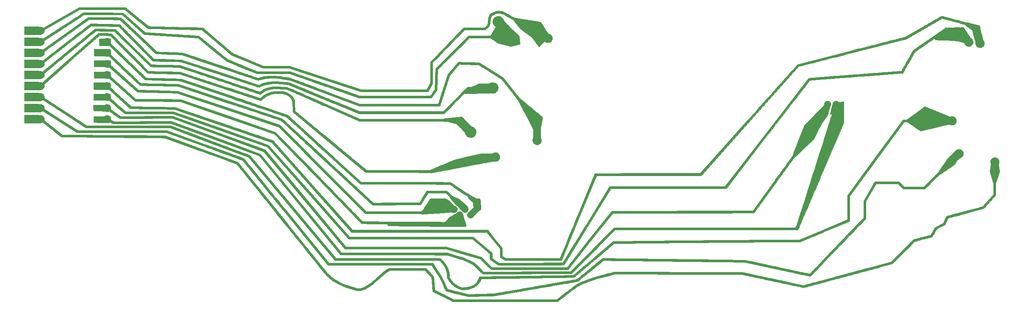
<source format=gbr>
%TF.GenerationSoftware,KiCad,Pcbnew,(5.1.6)-1*%
%TF.CreationDate,2020-07-08T21:32:23-04:00*%
%TF.ProjectId,v1.2,76312e32-2e6b-4696-9361-645f70636258,rev?*%
%TF.SameCoordinates,Original*%
%TF.FileFunction,Copper,L1,Top*%
%TF.FilePolarity,Positive*%
%FSLAX46Y46*%
G04 Gerber Fmt 4.6, Leading zero omitted, Abs format (unit mm)*
G04 Created by KiCad (PCBNEW (5.1.6)-1) date 2020-07-08 21:32:23*
%MOMM*%
%LPD*%
G01*
G04 APERTURE LIST*
%TA.AperFunction,EtchedComponent*%
%ADD10C,0.010000*%
%TD*%
%TA.AperFunction,ComponentPad*%
%ADD11C,0.838240*%
%TD*%
G04 APERTURE END LIST*
D10*
%TO.C,G\u002A\u002A\u002A*%
G36*
X-89727425Y33484976D02*
G01*
X-84402083Y33484286D01*
X-81756985Y31304810D01*
X-79111886Y29125334D01*
X-78941818Y29125443D01*
X-78888476Y29124880D01*
X-78797387Y29123223D01*
X-78673125Y29120581D01*
X-78520257Y29117063D01*
X-78343357Y29112779D01*
X-78146994Y29107838D01*
X-77935738Y29102350D01*
X-77714161Y29096425D01*
X-77597000Y29093224D01*
X-77414938Y29088224D01*
X-77216095Y29082781D01*
X-76999129Y29076860D01*
X-76762694Y29070424D01*
X-76505446Y29063437D01*
X-76226041Y29055864D01*
X-75923135Y29047667D01*
X-75595383Y29038811D01*
X-75241443Y29029259D01*
X-74859968Y29018976D01*
X-74449615Y29007924D01*
X-74009040Y28996068D01*
X-73536899Y28983371D01*
X-73031847Y28969797D01*
X-72492541Y28955311D01*
X-71917635Y28939875D01*
X-71305786Y28923454D01*
X-70655650Y28906012D01*
X-69965882Y28887511D01*
X-69236167Y28867944D01*
X-66664417Y28798991D01*
X-63330667Y25963535D01*
X-63003567Y25685327D01*
X-62684192Y25413693D01*
X-62374109Y25149963D01*
X-62074886Y24895473D01*
X-61788089Y24651553D01*
X-61515286Y24419537D01*
X-61258045Y24200759D01*
X-61017931Y23996550D01*
X-60796514Y23808243D01*
X-60595359Y23637173D01*
X-60416034Y23484671D01*
X-60260106Y23352070D01*
X-60129143Y23240703D01*
X-60024712Y23151903D01*
X-59948379Y23087003D01*
X-59901713Y23047336D01*
X-59888068Y23035746D01*
X-59871652Y23023057D01*
X-59849632Y23008567D01*
X-59820300Y22991551D01*
X-59781946Y22971282D01*
X-59732864Y22947033D01*
X-59671344Y22918081D01*
X-59595680Y22883697D01*
X-59504164Y22843157D01*
X-59395086Y22795733D01*
X-59266739Y22740702D01*
X-59117415Y22677335D01*
X-58945407Y22604908D01*
X-58749005Y22522694D01*
X-58526502Y22429968D01*
X-58276190Y22326003D01*
X-57996361Y22210074D01*
X-57685307Y22081454D01*
X-57341320Y21939417D01*
X-56962692Y21783238D01*
X-56547714Y21612191D01*
X-56257984Y21492819D01*
X-52736750Y20042225D01*
X-49731083Y20021180D01*
X-46725417Y20000136D01*
X-38500093Y17281401D01*
X-30274769Y14562667D01*
X-22752093Y14562859D01*
X-15229417Y14563050D01*
X-14821958Y15352893D01*
X-14414500Y16142736D01*
X-14414142Y18522410D01*
X-14413783Y20902083D01*
X-10591351Y24865542D01*
X-6768918Y28829000D01*
X-4363417Y28828924D01*
X-1957917Y28828848D01*
X-1681011Y29109382D01*
X-1558771Y29235197D01*
X-1463946Y29337926D01*
X-1392479Y29422793D01*
X-1340311Y29495024D01*
X-1303384Y29559843D01*
X-1277639Y29622476D01*
X-1274066Y29633333D01*
X-1264622Y29677040D01*
X-1252251Y29755042D01*
X-1238016Y29859491D01*
X-1222981Y29982537D01*
X-1208208Y30116331D01*
X-1206709Y30130750D01*
X-1192895Y30261664D01*
X-1179943Y30379337D01*
X-1168661Y30476838D01*
X-1159855Y30547230D01*
X-1154331Y30583582D01*
X-1153789Y30585833D01*
X-1147947Y30619285D01*
X-1139430Y30684456D01*
X-1129528Y30770921D01*
X-1122352Y30839656D01*
X-1098282Y31030892D01*
X-1065953Y31193422D01*
X-1021983Y31340593D01*
X-962992Y31485752D01*
X-953384Y31506583D01*
X-828573Y31728931D01*
X-675809Y31920323D01*
X-493602Y32082131D01*
X-280463Y32215727D01*
X-90000Y32301925D01*
X10309Y32342574D01*
X126436Y32392044D01*
X236058Y32440787D01*
X254000Y32449035D01*
X469595Y32540993D01*
X667932Y32607137D01*
X862711Y32650533D01*
X1067630Y32674244D01*
X1292754Y32681334D01*
X1588028Y32665341D01*
X1882396Y32616545D01*
X2179677Y32533720D01*
X2483689Y32415639D01*
X2798250Y32261077D01*
X3048000Y32117680D01*
X3136399Y32064748D01*
X3248439Y31998852D01*
X3379658Y31922518D01*
X3525593Y31838275D01*
X3681782Y31748649D01*
X3843764Y31656167D01*
X4007075Y31563357D01*
X4167253Y31472746D01*
X4319837Y31386860D01*
X4460363Y31308228D01*
X4584369Y31239375D01*
X4687394Y31182830D01*
X4764974Y31141120D01*
X4812648Y31116771D01*
X4824033Y31111845D01*
X4858060Y31104085D01*
X4928339Y31090728D01*
X5029299Y31072739D01*
X5155369Y31051085D01*
X5300980Y31026729D01*
X5460562Y31000638D01*
X5535083Y30988645D01*
X5646024Y30970835D01*
X5795041Y30946840D01*
X5978422Y30917260D01*
X6192457Y30882695D01*
X6433434Y30843746D01*
X6697644Y30801013D01*
X6981375Y30755097D01*
X7280917Y30706598D01*
X7592559Y30656116D01*
X7912590Y30604251D01*
X8237299Y30551604D01*
X8543884Y30501874D01*
X8854088Y30451571D01*
X9152671Y30403207D01*
X9436965Y30357210D01*
X9704307Y30314009D01*
X9952031Y30274032D01*
X10177474Y30237709D01*
X10377968Y30205468D01*
X10550851Y30177738D01*
X10693457Y30154949D01*
X10803121Y30137528D01*
X10877177Y30125905D01*
X10912963Y30120509D01*
X10915891Y30120167D01*
X10929952Y30102627D01*
X10964429Y30051906D01*
X11017512Y29970852D01*
X11087393Y29862314D01*
X11172262Y29729141D01*
X11270310Y29574181D01*
X11379726Y29400283D01*
X11498702Y29210294D01*
X11625429Y29007065D01*
X11736232Y28828708D01*
X11894308Y28574148D01*
X12031874Y28353383D01*
X12150467Y28164067D01*
X12251625Y28003857D01*
X12336886Y27870407D01*
X12407785Y27761374D01*
X12465861Y27674412D01*
X12512651Y27607176D01*
X12549693Y27557324D01*
X12578522Y27522509D01*
X12600678Y27500386D01*
X12613307Y27491034D01*
X12663161Y27459027D01*
X12695554Y27435021D01*
X12700000Y27430520D01*
X12725098Y27418444D01*
X12778193Y27402778D01*
X12821988Y27392524D01*
X12995040Y27335386D01*
X13159718Y27242665D01*
X13307499Y27121110D01*
X13429859Y26977474D01*
X13502620Y26853507D01*
X13572067Y26663230D01*
X13602334Y26472001D01*
X13596055Y26284022D01*
X13555866Y26103493D01*
X13484401Y25934615D01*
X13384295Y25781588D01*
X13258182Y25648615D01*
X13108698Y25539894D01*
X12938477Y25459627D01*
X12750154Y25412016D01*
X12591111Y25400251D01*
X12396327Y25419831D01*
X12208863Y25475521D01*
X12038572Y25563839D01*
X11956552Y25624435D01*
X11904289Y25665017D01*
X11863628Y25691088D01*
X11849496Y25696333D01*
X11830330Y25682023D01*
X11784182Y25641128D01*
X11714294Y25576705D01*
X11623910Y25491813D01*
X11516273Y25389507D01*
X11394624Y25272844D01*
X11262206Y25144882D01*
X11187115Y25071917D01*
X11050210Y24939106D01*
X10922306Y24815940D01*
X10806649Y24705475D01*
X10706482Y24610768D01*
X10625049Y24534876D01*
X10565595Y24480857D01*
X10531363Y24451767D01*
X10524500Y24447500D01*
X10508520Y24464059D01*
X10469589Y24511828D01*
X10409882Y24587952D01*
X10331576Y24689573D01*
X10236845Y24813832D01*
X10127867Y24957873D01*
X10006817Y25118837D01*
X9875871Y25293867D01*
X9737206Y25480105D01*
X9698310Y25532500D01*
X8893353Y26617499D01*
X6212417Y28561373D01*
X5418667Y29583011D01*
X4624917Y30604650D01*
X3778250Y31086914D01*
X3598509Y31189462D01*
X3424643Y31288974D01*
X3261261Y31382789D01*
X3112973Y31468246D01*
X2984391Y31542686D01*
X2880122Y31603446D01*
X2804778Y31647868D01*
X2771294Y31668076D01*
X2460402Y31844035D01*
X2161281Y31980632D01*
X1871922Y32078531D01*
X1590314Y32138397D01*
X1314448Y32160895D01*
X1280583Y32161113D01*
X1125114Y32156883D01*
X989486Y32142873D01*
X861558Y32116163D01*
X729193Y32073834D01*
X580249Y32012967D01*
X485536Y31969911D01*
X390853Y31926700D01*
X308836Y31890999D01*
X247698Y31866260D01*
X215654Y31855940D01*
X214274Y31855833D01*
X183469Y31847381D01*
X125797Y31824988D01*
X52524Y31793100D01*
X35654Y31785355D01*
X-110047Y31701467D01*
X-248900Y31591619D01*
X-367242Y31467529D01*
X-421201Y31393490D01*
X-452092Y31344142D01*
X-478719Y31297183D01*
X-501878Y31248614D01*
X-522365Y31194438D01*
X-540974Y31130655D01*
X-558503Y31053269D01*
X-575746Y30958279D01*
X-593500Y30841689D01*
X-612560Y30699501D01*
X-633722Y30527714D01*
X-657782Y30322332D01*
X-685535Y30079357D01*
X-689244Y30046666D01*
X-706200Y29904310D01*
X-723668Y29770278D01*
X-740514Y29652370D01*
X-755607Y29558382D01*
X-767812Y29496113D01*
X-771031Y29483792D01*
X-802032Y29392580D01*
X-841101Y29305291D01*
X-891705Y29217356D01*
X-957309Y29124205D01*
X-1041380Y29021269D01*
X-1147382Y28903979D01*
X-1278782Y28767767D01*
X-1424254Y28622625D01*
X-1751797Y28299833D01*
X-6551083Y28298117D01*
X-13884599Y20690417D01*
X-13885326Y18351500D01*
X-13886054Y16012583D01*
X-14391040Y15038917D01*
X-14896027Y14065250D01*
X-30427083Y14057104D01*
X-46810083Y19479872D01*
X-52837033Y19519290D01*
X-56452572Y21006383D01*
X-56894964Y21188359D01*
X-57299914Y21354990D01*
X-57669141Y21507006D01*
X-58004364Y21645141D01*
X-58307304Y21770127D01*
X-58579677Y21882697D01*
X-58823205Y21983583D01*
X-59039605Y22073518D01*
X-59230598Y22153234D01*
X-59397902Y22223463D01*
X-59543235Y22284939D01*
X-59668319Y22338393D01*
X-59774871Y22384559D01*
X-59864610Y22424169D01*
X-59939257Y22457954D01*
X-60000529Y22486649D01*
X-60050146Y22510984D01*
X-60089828Y22531694D01*
X-60121293Y22549510D01*
X-60146260Y22565164D01*
X-60166449Y22579390D01*
X-60183578Y22592920D01*
X-60191264Y22599421D01*
X-60219439Y22623504D01*
X-60278271Y22673659D01*
X-60366171Y22748533D01*
X-60481546Y22846773D01*
X-60622807Y22967025D01*
X-60788363Y23107935D01*
X-60976624Y23268151D01*
X-61185998Y23446318D01*
X-61414896Y23641084D01*
X-61661726Y23851095D01*
X-61924898Y24074998D01*
X-62202822Y24311438D01*
X-62493907Y24559063D01*
X-62796562Y24816519D01*
X-63109196Y25082453D01*
X-63430220Y25355511D01*
X-63593010Y25493973D01*
X-66871603Y28282580D01*
X-69106926Y28343519D01*
X-69431745Y28352357D01*
X-69792929Y28362155D01*
X-70184529Y28372752D01*
X-70600590Y28383989D01*
X-71035163Y28395704D01*
X-71482294Y28407739D01*
X-71936031Y28419933D01*
X-72390423Y28432126D01*
X-72839517Y28444158D01*
X-73277361Y28455868D01*
X-73698004Y28467098D01*
X-74095494Y28477686D01*
X-74136250Y28478770D01*
X-74659575Y28492699D01*
X-75142655Y28505579D01*
X-75587564Y28517466D01*
X-75996375Y28528419D01*
X-76371163Y28538492D01*
X-76714001Y28547744D01*
X-77026963Y28556231D01*
X-77312123Y28564010D01*
X-77571554Y28571138D01*
X-77807332Y28577671D01*
X-78021528Y28583667D01*
X-78216218Y28589182D01*
X-78393474Y28594274D01*
X-78555372Y28598999D01*
X-78703984Y28603413D01*
X-78841384Y28607574D01*
X-78892869Y28609156D01*
X-79331488Y28622685D01*
X-81962036Y30789341D01*
X-84592583Y32955997D01*
X-89754956Y32956249D01*
X-94917329Y32956500D01*
X-103073433Y28316136D01*
X-103064713Y28195587D01*
X-103069006Y28065197D01*
X-103095812Y27923015D01*
X-103140459Y27789153D01*
X-103175570Y27718272D01*
X-103268687Y27593366D01*
X-103389130Y27482232D01*
X-103526056Y27392610D01*
X-103668621Y27332244D01*
X-103740068Y27315206D01*
X-103797367Y27298375D01*
X-103822121Y27274823D01*
X-103822500Y27271390D01*
X-103827281Y27266163D01*
X-103843246Y27261566D01*
X-103872834Y27257559D01*
X-103918480Y27254106D01*
X-103982622Y27251166D01*
X-104067695Y27248702D01*
X-104176136Y27246676D01*
X-104310383Y27245048D01*
X-104472871Y27243780D01*
X-104666037Y27242835D01*
X-104892318Y27242173D01*
X-105154150Y27241756D01*
X-105453971Y27241546D01*
X-105716917Y27241500D01*
X-107611333Y27241500D01*
X-107611333Y29040667D01*
X-105716917Y29040667D01*
X-105384249Y29040584D01*
X-105091523Y29040310D01*
X-104836347Y29039809D01*
X-104616330Y29039044D01*
X-104429080Y29037978D01*
X-104272206Y29036576D01*
X-104143316Y29034800D01*
X-104040020Y29032614D01*
X-103959926Y29029982D01*
X-103900641Y29026866D01*
X-103859776Y29023230D01*
X-103834938Y29019038D01*
X-103823736Y29014254D01*
X-103822500Y29011704D01*
X-103802872Y28988939D01*
X-103749985Y28973140D01*
X-103741155Y28971830D01*
X-103642517Y28946506D01*
X-103524677Y28896601D01*
X-103398924Y28826899D01*
X-103398169Y28826431D01*
X-103323089Y28779869D01*
X-99187927Y31132768D01*
X-95052766Y33485667D01*
X-89727425Y33484976D01*
G37*
X-89727425Y33484976D02*
X-84402083Y33484286D01*
X-81756985Y31304810D01*
X-79111886Y29125334D01*
X-78941818Y29125443D01*
X-78888476Y29124880D01*
X-78797387Y29123223D01*
X-78673125Y29120581D01*
X-78520257Y29117063D01*
X-78343357Y29112779D01*
X-78146994Y29107838D01*
X-77935738Y29102350D01*
X-77714161Y29096425D01*
X-77597000Y29093224D01*
X-77414938Y29088224D01*
X-77216095Y29082781D01*
X-76999129Y29076860D01*
X-76762694Y29070424D01*
X-76505446Y29063437D01*
X-76226041Y29055864D01*
X-75923135Y29047667D01*
X-75595383Y29038811D01*
X-75241443Y29029259D01*
X-74859968Y29018976D01*
X-74449615Y29007924D01*
X-74009040Y28996068D01*
X-73536899Y28983371D01*
X-73031847Y28969797D01*
X-72492541Y28955311D01*
X-71917635Y28939875D01*
X-71305786Y28923454D01*
X-70655650Y28906012D01*
X-69965882Y28887511D01*
X-69236167Y28867944D01*
X-66664417Y28798991D01*
X-63330667Y25963535D01*
X-63003567Y25685327D01*
X-62684192Y25413693D01*
X-62374109Y25149963D01*
X-62074886Y24895473D01*
X-61788089Y24651553D01*
X-61515286Y24419537D01*
X-61258045Y24200759D01*
X-61017931Y23996550D01*
X-60796514Y23808243D01*
X-60595359Y23637173D01*
X-60416034Y23484671D01*
X-60260106Y23352070D01*
X-60129143Y23240703D01*
X-60024712Y23151903D01*
X-59948379Y23087003D01*
X-59901713Y23047336D01*
X-59888068Y23035746D01*
X-59871652Y23023057D01*
X-59849632Y23008567D01*
X-59820300Y22991551D01*
X-59781946Y22971282D01*
X-59732864Y22947033D01*
X-59671344Y22918081D01*
X-59595680Y22883697D01*
X-59504164Y22843157D01*
X-59395086Y22795733D01*
X-59266739Y22740702D01*
X-59117415Y22677335D01*
X-58945407Y22604908D01*
X-58749005Y22522694D01*
X-58526502Y22429968D01*
X-58276190Y22326003D01*
X-57996361Y22210074D01*
X-57685307Y22081454D01*
X-57341320Y21939417D01*
X-56962692Y21783238D01*
X-56547714Y21612191D01*
X-56257984Y21492819D01*
X-52736750Y20042225D01*
X-49731083Y20021180D01*
X-46725417Y20000136D01*
X-38500093Y17281401D01*
X-30274769Y14562667D01*
X-22752093Y14562859D01*
X-15229417Y14563050D01*
X-14821958Y15352893D01*
X-14414500Y16142736D01*
X-14414142Y18522410D01*
X-14413783Y20902083D01*
X-10591351Y24865542D01*
X-6768918Y28829000D01*
X-4363417Y28828924D01*
X-1957917Y28828848D01*
X-1681011Y29109382D01*
X-1558771Y29235197D01*
X-1463946Y29337926D01*
X-1392479Y29422793D01*
X-1340311Y29495024D01*
X-1303384Y29559843D01*
X-1277639Y29622476D01*
X-1274066Y29633333D01*
X-1264622Y29677040D01*
X-1252251Y29755042D01*
X-1238016Y29859491D01*
X-1222981Y29982537D01*
X-1208208Y30116331D01*
X-1206709Y30130750D01*
X-1192895Y30261664D01*
X-1179943Y30379337D01*
X-1168661Y30476838D01*
X-1159855Y30547230D01*
X-1154331Y30583582D01*
X-1153789Y30585833D01*
X-1147947Y30619285D01*
X-1139430Y30684456D01*
X-1129528Y30770921D01*
X-1122352Y30839656D01*
X-1098282Y31030892D01*
X-1065953Y31193422D01*
X-1021983Y31340593D01*
X-962992Y31485752D01*
X-953384Y31506583D01*
X-828573Y31728931D01*
X-675809Y31920323D01*
X-493602Y32082131D01*
X-280463Y32215727D01*
X-90000Y32301925D01*
X10309Y32342574D01*
X126436Y32392044D01*
X236058Y32440787D01*
X254000Y32449035D01*
X469595Y32540993D01*
X667932Y32607137D01*
X862711Y32650533D01*
X1067630Y32674244D01*
X1292754Y32681334D01*
X1588028Y32665341D01*
X1882396Y32616545D01*
X2179677Y32533720D01*
X2483689Y32415639D01*
X2798250Y32261077D01*
X3048000Y32117680D01*
X3136399Y32064748D01*
X3248439Y31998852D01*
X3379658Y31922518D01*
X3525593Y31838275D01*
X3681782Y31748649D01*
X3843764Y31656167D01*
X4007075Y31563357D01*
X4167253Y31472746D01*
X4319837Y31386860D01*
X4460363Y31308228D01*
X4584369Y31239375D01*
X4687394Y31182830D01*
X4764974Y31141120D01*
X4812648Y31116771D01*
X4824033Y31111845D01*
X4858060Y31104085D01*
X4928339Y31090728D01*
X5029299Y31072739D01*
X5155369Y31051085D01*
X5300980Y31026729D01*
X5460562Y31000638D01*
X5535083Y30988645D01*
X5646024Y30970835D01*
X5795041Y30946840D01*
X5978422Y30917260D01*
X6192457Y30882695D01*
X6433434Y30843746D01*
X6697644Y30801013D01*
X6981375Y30755097D01*
X7280917Y30706598D01*
X7592559Y30656116D01*
X7912590Y30604251D01*
X8237299Y30551604D01*
X8543884Y30501874D01*
X8854088Y30451571D01*
X9152671Y30403207D01*
X9436965Y30357210D01*
X9704307Y30314009D01*
X9952031Y30274032D01*
X10177474Y30237709D01*
X10377968Y30205468D01*
X10550851Y30177738D01*
X10693457Y30154949D01*
X10803121Y30137528D01*
X10877177Y30125905D01*
X10912963Y30120509D01*
X10915891Y30120167D01*
X10929952Y30102627D01*
X10964429Y30051906D01*
X11017512Y29970852D01*
X11087393Y29862314D01*
X11172262Y29729141D01*
X11270310Y29574181D01*
X11379726Y29400283D01*
X11498702Y29210294D01*
X11625429Y29007065D01*
X11736232Y28828708D01*
X11894308Y28574148D01*
X12031874Y28353383D01*
X12150467Y28164067D01*
X12251625Y28003857D01*
X12336886Y27870407D01*
X12407785Y27761374D01*
X12465861Y27674412D01*
X12512651Y27607176D01*
X12549693Y27557324D01*
X12578522Y27522509D01*
X12600678Y27500386D01*
X12613307Y27491034D01*
X12663161Y27459027D01*
X12695554Y27435021D01*
X12700000Y27430520D01*
X12725098Y27418444D01*
X12778193Y27402778D01*
X12821988Y27392524D01*
X12995040Y27335386D01*
X13159718Y27242665D01*
X13307499Y27121110D01*
X13429859Y26977474D01*
X13502620Y26853507D01*
X13572067Y26663230D01*
X13602334Y26472001D01*
X13596055Y26284022D01*
X13555866Y26103493D01*
X13484401Y25934615D01*
X13384295Y25781588D01*
X13258182Y25648615D01*
X13108698Y25539894D01*
X12938477Y25459627D01*
X12750154Y25412016D01*
X12591111Y25400251D01*
X12396327Y25419831D01*
X12208863Y25475521D01*
X12038572Y25563839D01*
X11956552Y25624435D01*
X11904289Y25665017D01*
X11863628Y25691088D01*
X11849496Y25696333D01*
X11830330Y25682023D01*
X11784182Y25641128D01*
X11714294Y25576705D01*
X11623910Y25491813D01*
X11516273Y25389507D01*
X11394624Y25272844D01*
X11262206Y25144882D01*
X11187115Y25071917D01*
X11050210Y24939106D01*
X10922306Y24815940D01*
X10806649Y24705475D01*
X10706482Y24610768D01*
X10625049Y24534876D01*
X10565595Y24480857D01*
X10531363Y24451767D01*
X10524500Y24447500D01*
X10508520Y24464059D01*
X10469589Y24511828D01*
X10409882Y24587952D01*
X10331576Y24689573D01*
X10236845Y24813832D01*
X10127867Y24957873D01*
X10006817Y25118837D01*
X9875871Y25293867D01*
X9737206Y25480105D01*
X9698310Y25532500D01*
X8893353Y26617499D01*
X6212417Y28561373D01*
X5418667Y29583011D01*
X4624917Y30604650D01*
X3778250Y31086914D01*
X3598509Y31189462D01*
X3424643Y31288974D01*
X3261261Y31382789D01*
X3112973Y31468246D01*
X2984391Y31542686D01*
X2880122Y31603446D01*
X2804778Y31647868D01*
X2771294Y31668076D01*
X2460402Y31844035D01*
X2161281Y31980632D01*
X1871922Y32078531D01*
X1590314Y32138397D01*
X1314448Y32160895D01*
X1280583Y32161113D01*
X1125114Y32156883D01*
X989486Y32142873D01*
X861558Y32116163D01*
X729193Y32073834D01*
X580249Y32012967D01*
X485536Y31969911D01*
X390853Y31926700D01*
X308836Y31890999D01*
X247698Y31866260D01*
X215654Y31855940D01*
X214274Y31855833D01*
X183469Y31847381D01*
X125797Y31824988D01*
X52524Y31793100D01*
X35654Y31785355D01*
X-110047Y31701467D01*
X-248900Y31591619D01*
X-367242Y31467529D01*
X-421201Y31393490D01*
X-452092Y31344142D01*
X-478719Y31297183D01*
X-501878Y31248614D01*
X-522365Y31194438D01*
X-540974Y31130655D01*
X-558503Y31053269D01*
X-575746Y30958279D01*
X-593500Y30841689D01*
X-612560Y30699501D01*
X-633722Y30527714D01*
X-657782Y30322332D01*
X-685535Y30079357D01*
X-689244Y30046666D01*
X-706200Y29904310D01*
X-723668Y29770278D01*
X-740514Y29652370D01*
X-755607Y29558382D01*
X-767812Y29496113D01*
X-771031Y29483792D01*
X-802032Y29392580D01*
X-841101Y29305291D01*
X-891705Y29217356D01*
X-957309Y29124205D01*
X-1041380Y29021269D01*
X-1147382Y28903979D01*
X-1278782Y28767767D01*
X-1424254Y28622625D01*
X-1751797Y28299833D01*
X-6551083Y28298117D01*
X-13884599Y20690417D01*
X-13885326Y18351500D01*
X-13886054Y16012583D01*
X-14391040Y15038917D01*
X-14896027Y14065250D01*
X-30427083Y14057104D01*
X-46810083Y19479872D01*
X-52837033Y19519290D01*
X-56452572Y21006383D01*
X-56894964Y21188359D01*
X-57299914Y21354990D01*
X-57669141Y21507006D01*
X-58004364Y21645141D01*
X-58307304Y21770127D01*
X-58579677Y21882697D01*
X-58823205Y21983583D01*
X-59039605Y22073518D01*
X-59230598Y22153234D01*
X-59397902Y22223463D01*
X-59543235Y22284939D01*
X-59668319Y22338393D01*
X-59774871Y22384559D01*
X-59864610Y22424169D01*
X-59939257Y22457954D01*
X-60000529Y22486649D01*
X-60050146Y22510984D01*
X-60089828Y22531694D01*
X-60121293Y22549510D01*
X-60146260Y22565164D01*
X-60166449Y22579390D01*
X-60183578Y22592920D01*
X-60191264Y22599421D01*
X-60219439Y22623504D01*
X-60278271Y22673659D01*
X-60366171Y22748533D01*
X-60481546Y22846773D01*
X-60622807Y22967025D01*
X-60788363Y23107935D01*
X-60976624Y23268151D01*
X-61185998Y23446318D01*
X-61414896Y23641084D01*
X-61661726Y23851095D01*
X-61924898Y24074998D01*
X-62202822Y24311438D01*
X-62493907Y24559063D01*
X-62796562Y24816519D01*
X-63109196Y25082453D01*
X-63430220Y25355511D01*
X-63593010Y25493973D01*
X-66871603Y28282580D01*
X-69106926Y28343519D01*
X-69431745Y28352357D01*
X-69792929Y28362155D01*
X-70184529Y28372752D01*
X-70600590Y28383989D01*
X-71035163Y28395704D01*
X-71482294Y28407739D01*
X-71936031Y28419933D01*
X-72390423Y28432126D01*
X-72839517Y28444158D01*
X-73277361Y28455868D01*
X-73698004Y28467098D01*
X-74095494Y28477686D01*
X-74136250Y28478770D01*
X-74659575Y28492699D01*
X-75142655Y28505579D01*
X-75587564Y28517466D01*
X-75996375Y28528419D01*
X-76371163Y28538492D01*
X-76714001Y28547744D01*
X-77026963Y28556231D01*
X-77312123Y28564010D01*
X-77571554Y28571138D01*
X-77807332Y28577671D01*
X-78021528Y28583667D01*
X-78216218Y28589182D01*
X-78393474Y28594274D01*
X-78555372Y28598999D01*
X-78703984Y28603413D01*
X-78841384Y28607574D01*
X-78892869Y28609156D01*
X-79331488Y28622685D01*
X-81962036Y30789341D01*
X-84592583Y32955997D01*
X-89754956Y32956249D01*
X-94917329Y32956500D01*
X-103073433Y28316136D01*
X-103064713Y28195587D01*
X-103069006Y28065197D01*
X-103095812Y27923015D01*
X-103140459Y27789153D01*
X-103175570Y27718272D01*
X-103268687Y27593366D01*
X-103389130Y27482232D01*
X-103526056Y27392610D01*
X-103668621Y27332244D01*
X-103740068Y27315206D01*
X-103797367Y27298375D01*
X-103822121Y27274823D01*
X-103822500Y27271390D01*
X-103827281Y27266163D01*
X-103843246Y27261566D01*
X-103872834Y27257559D01*
X-103918480Y27254106D01*
X-103982622Y27251166D01*
X-104067695Y27248702D01*
X-104176136Y27246676D01*
X-104310383Y27245048D01*
X-104472871Y27243780D01*
X-104666037Y27242835D01*
X-104892318Y27242173D01*
X-105154150Y27241756D01*
X-105453971Y27241546D01*
X-105716917Y27241500D01*
X-107611333Y27241500D01*
X-107611333Y29040667D01*
X-105716917Y29040667D01*
X-105384249Y29040584D01*
X-105091523Y29040310D01*
X-104836347Y29039809D01*
X-104616330Y29039044D01*
X-104429080Y29037978D01*
X-104272206Y29036576D01*
X-104143316Y29034800D01*
X-104040020Y29032614D01*
X-103959926Y29029982D01*
X-103900641Y29026866D01*
X-103859776Y29023230D01*
X-103834938Y29019038D01*
X-103823736Y29014254D01*
X-103822500Y29011704D01*
X-103802872Y28988939D01*
X-103749985Y28973140D01*
X-103741155Y28971830D01*
X-103642517Y28946506D01*
X-103524677Y28896601D01*
X-103398924Y28826899D01*
X-103398169Y28826431D01*
X-103323089Y28779869D01*
X-99187927Y31132768D01*
X-95052766Y33485667D01*
X-89727425Y33484976D01*
G36*
X-89497825Y32258000D02*
G01*
X-84941566Y32247417D01*
X-82452568Y30014333D01*
X-82093049Y29691965D01*
X-81764045Y29397354D01*
X-81464746Y29129788D01*
X-81194339Y28888551D01*
X-80952012Y28672930D01*
X-80736954Y28482211D01*
X-80548352Y28315678D01*
X-80385396Y28172618D01*
X-80247273Y28052317D01*
X-80133171Y27954060D01*
X-80042279Y27877132D01*
X-79973784Y27820821D01*
X-79926876Y27784411D01*
X-79900742Y27767188D01*
X-79896827Y27765654D01*
X-79868777Y27762611D01*
X-79800709Y27756993D01*
X-79694851Y27748953D01*
X-79553429Y27738642D01*
X-79378672Y27726214D01*
X-79172807Y27711820D01*
X-78938061Y27695612D01*
X-78676662Y27677743D01*
X-78390837Y27658365D01*
X-78082813Y27637629D01*
X-77754819Y27615690D01*
X-77409081Y27592697D01*
X-77047828Y27568805D01*
X-76673285Y27544164D01*
X-76287682Y27518927D01*
X-76252917Y27516659D01*
X-75510779Y27468220D01*
X-74809823Y27422434D01*
X-74148986Y27379229D01*
X-73527205Y27338532D01*
X-72943417Y27300273D01*
X-72396558Y27264379D01*
X-71885565Y27230777D01*
X-71409375Y27199397D01*
X-70966925Y27170166D01*
X-70557152Y27143012D01*
X-70178991Y27117864D01*
X-69831381Y27094649D01*
X-69513257Y27073295D01*
X-69223557Y27053730D01*
X-68961218Y27035884D01*
X-68725175Y27019683D01*
X-68514366Y27005055D01*
X-68327728Y26991929D01*
X-68164197Y26980233D01*
X-68022711Y26969895D01*
X-67902205Y26960843D01*
X-67801617Y26953004D01*
X-67719884Y26946308D01*
X-67655941Y26940682D01*
X-67608727Y26936054D01*
X-67577177Y26932352D01*
X-67560229Y26929504D01*
X-67556729Y26928263D01*
X-67538104Y26913214D01*
X-67488227Y26872722D01*
X-67408677Y26808071D01*
X-67301030Y26720544D01*
X-67166864Y26611426D01*
X-67007758Y26482000D01*
X-66825288Y26333550D01*
X-66621033Y26167360D01*
X-66396571Y25984713D01*
X-66153479Y25786894D01*
X-65893335Y25575186D01*
X-65617717Y25350873D01*
X-65328203Y25115239D01*
X-65026370Y24869568D01*
X-64713796Y24615143D01*
X-64392059Y24353249D01*
X-64283167Y24264608D01*
X-63958130Y24000046D01*
X-63641377Y23742283D01*
X-63334512Y23492622D01*
X-63039136Y23252363D01*
X-62756852Y23022808D01*
X-62489264Y22805260D01*
X-62237973Y22601020D01*
X-62004583Y22411390D01*
X-61790695Y22237672D01*
X-61597913Y22081168D01*
X-61427839Y21943178D01*
X-61282076Y21825007D01*
X-61162226Y21727954D01*
X-61069892Y21653322D01*
X-61006677Y21602413D01*
X-60974183Y21576529D01*
X-60970583Y21573779D01*
X-60944477Y21560942D01*
X-60881228Y21532925D01*
X-60782878Y21490576D01*
X-60651466Y21434745D01*
X-60489031Y21366281D01*
X-60297614Y21286032D01*
X-60079253Y21194847D01*
X-59835990Y21093574D01*
X-59569863Y20983064D01*
X-59282913Y20864164D01*
X-58977179Y20737723D01*
X-58654700Y20604591D01*
X-58317518Y20465616D01*
X-57967670Y20321646D01*
X-57607198Y20173532D01*
X-57503774Y20131077D01*
X-54100464Y18734351D01*
X-50381190Y18746358D01*
X-46661917Y18758365D01*
X-38661576Y15962016D01*
X-30661234Y13165667D01*
X-14443896Y13165667D01*
X-14252959Y13424958D01*
X-14186685Y13515007D01*
X-14101314Y13631076D01*
X-14002802Y13765064D01*
X-13897106Y13908868D01*
X-13790182Y14054386D01*
X-13712234Y14160500D01*
X-13362445Y14636750D01*
X-13305170Y16922750D01*
X-13297295Y17232784D01*
X-13289472Y17532618D01*
X-13281786Y17819334D01*
X-13274327Y18090013D01*
X-13267181Y18341737D01*
X-13260435Y18571588D01*
X-13254176Y18776647D01*
X-13248492Y18953995D01*
X-13243471Y19100715D01*
X-13239199Y19213886D01*
X-13235763Y19290592D01*
X-13233252Y19327914D01*
X-13233239Y19328017D01*
X-13218583Y19447285D01*
X-9410264Y23196139D01*
X-5601944Y26944993D01*
X-3124502Y26950371D01*
X-647061Y26955750D01*
X-9846Y28003312D01*
X627368Y29050873D01*
X501776Y29125145D01*
X335522Y29247055D01*
X189962Y29400728D01*
X69113Y29579017D01*
X-23008Y29774775D01*
X-82384Y29980856D01*
X-104996Y30190111D01*
X-105098Y30204833D01*
X-84639Y30422879D01*
X-25688Y30632115D01*
X68114Y30827856D01*
X193127Y31005418D01*
X345710Y31160114D01*
X522224Y31287260D01*
X719027Y31382170D01*
X839138Y31420114D01*
X964625Y31442021D01*
X1112647Y31451826D01*
X1265503Y31449493D01*
X1405492Y31434984D01*
X1471928Y31421459D01*
X1656398Y31356046D01*
X1832696Y31258927D01*
X1994538Y31135974D01*
X2135642Y30993057D01*
X2249724Y30836047D01*
X2330500Y30670815D01*
X2353724Y30597583D01*
X2360574Y30575831D01*
X2371149Y30552157D01*
X2387491Y30524277D01*
X2411642Y30489902D01*
X2445644Y30446748D01*
X2491539Y30392528D01*
X2551370Y30324955D01*
X2627178Y30241745D01*
X2721006Y30140610D01*
X2834895Y30019264D01*
X2970888Y29875421D01*
X3131027Y29706795D01*
X3317354Y29511100D01*
X3426220Y29396886D01*
X3633606Y29179563D01*
X3815622Y28989402D01*
X3975955Y28822777D01*
X4118292Y28676063D01*
X4246318Y28545635D01*
X4363720Y28427866D01*
X4474185Y28319133D01*
X4581399Y28215809D01*
X4689049Y28114268D01*
X4800820Y28010886D01*
X4920400Y27902036D01*
X5051474Y27784094D01*
X5197730Y27653434D01*
X5211231Y27641402D01*
X5361864Y27506574D01*
X5502974Y27379117D01*
X5631347Y27262018D01*
X5743768Y27158263D01*
X5837023Y27070836D01*
X5907898Y27002724D01*
X5953178Y26956912D01*
X5969440Y26937099D01*
X5975563Y26907081D01*
X5985182Y26841175D01*
X5997735Y26744586D01*
X6012657Y26622523D01*
X6029387Y26480194D01*
X6047360Y26322807D01*
X6066014Y26155568D01*
X6084785Y25983687D01*
X6103111Y25812370D01*
X6120428Y25646826D01*
X6136173Y25492262D01*
X6149783Y25353886D01*
X6160695Y25236906D01*
X6168346Y25146530D01*
X6172172Y25087964D01*
X6171711Y25066489D01*
X6149869Y25058896D01*
X6091114Y25041052D01*
X5999313Y25014068D01*
X5878333Y24979056D01*
X5732040Y24937126D01*
X5564301Y24889392D01*
X5378982Y24836963D01*
X5179951Y24780953D01*
X5117279Y24763374D01*
X4073396Y24470809D01*
X1111250Y25243115D01*
X-572136Y26437167D01*
X-5365750Y26436899D01*
X-8625417Y23228979D01*
X-8943217Y22916197D01*
X-9256475Y22607834D01*
X-9563573Y22305485D01*
X-9862891Y22010746D01*
X-10152810Y21725214D01*
X-10431711Y21450484D01*
X-10697973Y21188152D01*
X-10949979Y20939816D01*
X-11186108Y20707069D01*
X-11404741Y20491510D01*
X-11604259Y20294733D01*
X-11783043Y20118335D01*
X-11939473Y19963912D01*
X-12071931Y19833060D01*
X-12178796Y19727375D01*
X-12258449Y19648453D01*
X-12302831Y19604321D01*
X-12720579Y19187583D01*
X-12785491Y16811339D01*
X-12850403Y14435094D01*
X-13507551Y13546381D01*
X-14164698Y12657667D01*
X-22496974Y12660258D01*
X-30829250Y12662850D01*
X-31506583Y12901910D01*
X-31614937Y12940103D01*
X-31744519Y12985686D01*
X-31896132Y13038941D01*
X-32070579Y13100147D01*
X-32268662Y13169586D01*
X-32491184Y13247538D01*
X-32738949Y13334283D01*
X-33012759Y13430103D01*
X-33313416Y13535277D01*
X-33641724Y13650086D01*
X-33998486Y13774811D01*
X-34384504Y13909732D01*
X-34800581Y14055130D01*
X-35247519Y14211285D01*
X-35726123Y14378479D01*
X-36237194Y14556991D01*
X-36781535Y14747102D01*
X-37359949Y14949092D01*
X-37973240Y15163243D01*
X-38622209Y15389835D01*
X-39307659Y15629147D01*
X-40030394Y15881462D01*
X-40791216Y16147059D01*
X-41590928Y16426220D01*
X-41878250Y16526514D01*
X-46788917Y18240648D01*
X-54239583Y18220626D01*
X-57467500Y19547136D01*
X-57824548Y19693864D01*
X-58173692Y19837343D01*
X-58512663Y19976641D01*
X-58839196Y20110827D01*
X-59151023Y20238968D01*
X-59445876Y20360134D01*
X-59721490Y20473392D01*
X-59975595Y20577812D01*
X-60205927Y20672460D01*
X-60410217Y20756407D01*
X-60586198Y20828719D01*
X-60731603Y20888466D01*
X-60844166Y20934716D01*
X-60921618Y20966538D01*
X-60956333Y20980797D01*
X-61217249Y21087949D01*
X-64498227Y23760237D01*
X-67779206Y26432525D01*
X-67930895Y26445903D01*
X-67974166Y26449245D01*
X-68056411Y26455120D01*
X-68174361Y26463308D01*
X-68324747Y26473591D01*
X-68504299Y26485748D01*
X-68709748Y26499559D01*
X-68937824Y26514806D01*
X-69185258Y26531267D01*
X-69448781Y26548723D01*
X-69725123Y26566954D01*
X-70011015Y26585741D01*
X-70019333Y26586287D01*
X-70328504Y26606566D01*
X-70644727Y26627316D01*
X-70962822Y26648197D01*
X-71277607Y26668869D01*
X-71583903Y26688990D01*
X-71876527Y26708221D01*
X-72150299Y26726222D01*
X-72400039Y26742650D01*
X-72620565Y26757167D01*
X-72806696Y26769432D01*
X-72887417Y26774756D01*
X-73020763Y26783542D01*
X-73192996Y26794868D01*
X-73400760Y26808513D01*
X-73640697Y26824258D01*
X-73909452Y26841883D01*
X-74203668Y26861168D01*
X-74519989Y26881893D01*
X-74855058Y26903838D01*
X-75205518Y26926783D01*
X-75568013Y26950509D01*
X-75939188Y26974795D01*
X-76315684Y26999422D01*
X-76694147Y27024169D01*
X-76930250Y27039604D01*
X-77290520Y27063193D01*
X-77639872Y27086147D01*
X-77975908Y27108305D01*
X-78296231Y27129504D01*
X-78598445Y27149584D01*
X-78880151Y27168383D01*
X-79138954Y27185740D01*
X-79372457Y27201494D01*
X-79578261Y27215484D01*
X-79753970Y27227548D01*
X-79897186Y27237525D01*
X-80005514Y27245254D01*
X-80076555Y27250573D01*
X-80107913Y27253322D01*
X-80108547Y27253412D01*
X-80123966Y27260449D01*
X-80151870Y27279287D01*
X-80193489Y27311005D01*
X-80250052Y27356682D01*
X-80322789Y27417398D01*
X-80412930Y27494230D01*
X-80521703Y27588259D01*
X-80650339Y27700562D01*
X-80800067Y27832219D01*
X-80972117Y27984310D01*
X-81167717Y28157912D01*
X-81388098Y28354105D01*
X-81634489Y28573969D01*
X-81908120Y28818581D01*
X-82210220Y29089021D01*
X-82542018Y29386368D01*
X-82676456Y29506918D01*
X-85177568Y31750000D01*
X-93885651Y31750000D01*
X-97599951Y29356003D01*
X-97974897Y29114334D01*
X-98348169Y28873741D01*
X-98717557Y28635648D01*
X-99080849Y28401479D01*
X-99435837Y28172660D01*
X-99780308Y27950616D01*
X-100112054Y27736771D01*
X-100428863Y27532550D01*
X-100728525Y27339378D01*
X-101008830Y27158680D01*
X-101267567Y26991881D01*
X-101502527Y26840405D01*
X-101711498Y26705679D01*
X-101892271Y26589125D01*
X-102042635Y26492170D01*
X-102160379Y26416237D01*
X-102192667Y26395412D01*
X-103071083Y25828820D01*
X-103063751Y25681100D01*
X-103069553Y25525164D01*
X-103099395Y25368614D01*
X-103149582Y25228072D01*
X-103175570Y25178272D01*
X-103268687Y25053366D01*
X-103389130Y24942232D01*
X-103526056Y24852610D01*
X-103668621Y24792244D01*
X-103740068Y24775206D01*
X-103797367Y24758375D01*
X-103822121Y24734823D01*
X-103822500Y24731390D01*
X-103827281Y24726163D01*
X-103843246Y24721566D01*
X-103872834Y24717559D01*
X-103918480Y24714106D01*
X-103982622Y24711166D01*
X-104067695Y24708702D01*
X-104176136Y24706676D01*
X-104310383Y24705048D01*
X-104472871Y24703780D01*
X-104666037Y24702835D01*
X-104892318Y24702173D01*
X-105154150Y24701756D01*
X-105453971Y24701546D01*
X-105716917Y24701500D01*
X-107611333Y24701500D01*
X-107611333Y26500667D01*
X-105716917Y26500667D01*
X-105381316Y26500569D01*
X-105085758Y26500255D01*
X-104827952Y26499691D01*
X-104605610Y26498843D01*
X-104416440Y26497679D01*
X-104258154Y26496164D01*
X-104128460Y26494267D01*
X-104025069Y26491953D01*
X-103945691Y26489189D01*
X-103888036Y26485942D01*
X-103849814Y26482180D01*
X-103828734Y26477867D01*
X-103822500Y26473152D01*
X-103802762Y26453015D01*
X-103748881Y26432319D01*
X-103699705Y26420274D01*
X-103608796Y26393234D01*
X-103515387Y26352921D01*
X-103474565Y26330005D01*
X-103372219Y26265100D01*
X-103274568Y26326390D01*
X-103247174Y26343884D01*
X-103185960Y26383186D01*
X-103092683Y26443165D01*
X-102969101Y26522686D01*
X-102816974Y26620619D01*
X-102638057Y26735829D01*
X-102434110Y26867186D01*
X-102206891Y27013555D01*
X-101958157Y27173805D01*
X-101689667Y27346803D01*
X-101403178Y27531417D01*
X-101100448Y27726513D01*
X-100783236Y27930960D01*
X-100453298Y28143625D01*
X-100112395Y28363375D01*
X-99762282Y28589077D01*
X-99663250Y28652922D01*
X-99294781Y28890471D01*
X-98925855Y29128311D01*
X-98558912Y29364871D01*
X-98196388Y29598578D01*
X-97840724Y29827862D01*
X-97494356Y30051149D01*
X-97159724Y30266869D01*
X-96839266Y30473449D01*
X-96535420Y30669317D01*
X-96250624Y30852902D01*
X-95987318Y31022631D01*
X-95747939Y31176933D01*
X-95534926Y31314237D01*
X-95350717Y31432969D01*
X-95197751Y31531558D01*
X-95101833Y31593374D01*
X-94054083Y32268583D01*
X-89497825Y32258000D01*
G37*
X-89497825Y32258000D02*
X-84941566Y32247417D01*
X-82452568Y30014333D01*
X-82093049Y29691965D01*
X-81764045Y29397354D01*
X-81464746Y29129788D01*
X-81194339Y28888551D01*
X-80952012Y28672930D01*
X-80736954Y28482211D01*
X-80548352Y28315678D01*
X-80385396Y28172618D01*
X-80247273Y28052317D01*
X-80133171Y27954060D01*
X-80042279Y27877132D01*
X-79973784Y27820821D01*
X-79926876Y27784411D01*
X-79900742Y27767188D01*
X-79896827Y27765654D01*
X-79868777Y27762611D01*
X-79800709Y27756993D01*
X-79694851Y27748953D01*
X-79553429Y27738642D01*
X-79378672Y27726214D01*
X-79172807Y27711820D01*
X-78938061Y27695612D01*
X-78676662Y27677743D01*
X-78390837Y27658365D01*
X-78082813Y27637629D01*
X-77754819Y27615690D01*
X-77409081Y27592697D01*
X-77047828Y27568805D01*
X-76673285Y27544164D01*
X-76287682Y27518927D01*
X-76252917Y27516659D01*
X-75510779Y27468220D01*
X-74809823Y27422434D01*
X-74148986Y27379229D01*
X-73527205Y27338532D01*
X-72943417Y27300273D01*
X-72396558Y27264379D01*
X-71885565Y27230777D01*
X-71409375Y27199397D01*
X-70966925Y27170166D01*
X-70557152Y27143012D01*
X-70178991Y27117864D01*
X-69831381Y27094649D01*
X-69513257Y27073295D01*
X-69223557Y27053730D01*
X-68961218Y27035884D01*
X-68725175Y27019683D01*
X-68514366Y27005055D01*
X-68327728Y26991929D01*
X-68164197Y26980233D01*
X-68022711Y26969895D01*
X-67902205Y26960843D01*
X-67801617Y26953004D01*
X-67719884Y26946308D01*
X-67655941Y26940682D01*
X-67608727Y26936054D01*
X-67577177Y26932352D01*
X-67560229Y26929504D01*
X-67556729Y26928263D01*
X-67538104Y26913214D01*
X-67488227Y26872722D01*
X-67408677Y26808071D01*
X-67301030Y26720544D01*
X-67166864Y26611426D01*
X-67007758Y26482000D01*
X-66825288Y26333550D01*
X-66621033Y26167360D01*
X-66396571Y25984713D01*
X-66153479Y25786894D01*
X-65893335Y25575186D01*
X-65617717Y25350873D01*
X-65328203Y25115239D01*
X-65026370Y24869568D01*
X-64713796Y24615143D01*
X-64392059Y24353249D01*
X-64283167Y24264608D01*
X-63958130Y24000046D01*
X-63641377Y23742283D01*
X-63334512Y23492622D01*
X-63039136Y23252363D01*
X-62756852Y23022808D01*
X-62489264Y22805260D01*
X-62237973Y22601020D01*
X-62004583Y22411390D01*
X-61790695Y22237672D01*
X-61597913Y22081168D01*
X-61427839Y21943178D01*
X-61282076Y21825007D01*
X-61162226Y21727954D01*
X-61069892Y21653322D01*
X-61006677Y21602413D01*
X-60974183Y21576529D01*
X-60970583Y21573779D01*
X-60944477Y21560942D01*
X-60881228Y21532925D01*
X-60782878Y21490576D01*
X-60651466Y21434745D01*
X-60489031Y21366281D01*
X-60297614Y21286032D01*
X-60079253Y21194847D01*
X-59835990Y21093574D01*
X-59569863Y20983064D01*
X-59282913Y20864164D01*
X-58977179Y20737723D01*
X-58654700Y20604591D01*
X-58317518Y20465616D01*
X-57967670Y20321646D01*
X-57607198Y20173532D01*
X-57503774Y20131077D01*
X-54100464Y18734351D01*
X-50381190Y18746358D01*
X-46661917Y18758365D01*
X-38661576Y15962016D01*
X-30661234Y13165667D01*
X-14443896Y13165667D01*
X-14252959Y13424958D01*
X-14186685Y13515007D01*
X-14101314Y13631076D01*
X-14002802Y13765064D01*
X-13897106Y13908868D01*
X-13790182Y14054386D01*
X-13712234Y14160500D01*
X-13362445Y14636750D01*
X-13305170Y16922750D01*
X-13297295Y17232784D01*
X-13289472Y17532618D01*
X-13281786Y17819334D01*
X-13274327Y18090013D01*
X-13267181Y18341737D01*
X-13260435Y18571588D01*
X-13254176Y18776647D01*
X-13248492Y18953995D01*
X-13243471Y19100715D01*
X-13239199Y19213886D01*
X-13235763Y19290592D01*
X-13233252Y19327914D01*
X-13233239Y19328017D01*
X-13218583Y19447285D01*
X-9410264Y23196139D01*
X-5601944Y26944993D01*
X-3124502Y26950371D01*
X-647061Y26955750D01*
X-9846Y28003312D01*
X627368Y29050873D01*
X501776Y29125145D01*
X335522Y29247055D01*
X189962Y29400728D01*
X69113Y29579017D01*
X-23008Y29774775D01*
X-82384Y29980856D01*
X-104996Y30190111D01*
X-105098Y30204833D01*
X-84639Y30422879D01*
X-25688Y30632115D01*
X68114Y30827856D01*
X193127Y31005418D01*
X345710Y31160114D01*
X522224Y31287260D01*
X719027Y31382170D01*
X839138Y31420114D01*
X964625Y31442021D01*
X1112647Y31451826D01*
X1265503Y31449493D01*
X1405492Y31434984D01*
X1471928Y31421459D01*
X1656398Y31356046D01*
X1832696Y31258927D01*
X1994538Y31135974D01*
X2135642Y30993057D01*
X2249724Y30836047D01*
X2330500Y30670815D01*
X2353724Y30597583D01*
X2360574Y30575831D01*
X2371149Y30552157D01*
X2387491Y30524277D01*
X2411642Y30489902D01*
X2445644Y30446748D01*
X2491539Y30392528D01*
X2551370Y30324955D01*
X2627178Y30241745D01*
X2721006Y30140610D01*
X2834895Y30019264D01*
X2970888Y29875421D01*
X3131027Y29706795D01*
X3317354Y29511100D01*
X3426220Y29396886D01*
X3633606Y29179563D01*
X3815622Y28989402D01*
X3975955Y28822777D01*
X4118292Y28676063D01*
X4246318Y28545635D01*
X4363720Y28427866D01*
X4474185Y28319133D01*
X4581399Y28215809D01*
X4689049Y28114268D01*
X4800820Y28010886D01*
X4920400Y27902036D01*
X5051474Y27784094D01*
X5197730Y27653434D01*
X5211231Y27641402D01*
X5361864Y27506574D01*
X5502974Y27379117D01*
X5631347Y27262018D01*
X5743768Y27158263D01*
X5837023Y27070836D01*
X5907898Y27002724D01*
X5953178Y26956912D01*
X5969440Y26937099D01*
X5975563Y26907081D01*
X5985182Y26841175D01*
X5997735Y26744586D01*
X6012657Y26622523D01*
X6029387Y26480194D01*
X6047360Y26322807D01*
X6066014Y26155568D01*
X6084785Y25983687D01*
X6103111Y25812370D01*
X6120428Y25646826D01*
X6136173Y25492262D01*
X6149783Y25353886D01*
X6160695Y25236906D01*
X6168346Y25146530D01*
X6172172Y25087964D01*
X6171711Y25066489D01*
X6149869Y25058896D01*
X6091114Y25041052D01*
X5999313Y25014068D01*
X5878333Y24979056D01*
X5732040Y24937126D01*
X5564301Y24889392D01*
X5378982Y24836963D01*
X5179951Y24780953D01*
X5117279Y24763374D01*
X4073396Y24470809D01*
X1111250Y25243115D01*
X-572136Y26437167D01*
X-5365750Y26436899D01*
X-8625417Y23228979D01*
X-8943217Y22916197D01*
X-9256475Y22607834D01*
X-9563573Y22305485D01*
X-9862891Y22010746D01*
X-10152810Y21725214D01*
X-10431711Y21450484D01*
X-10697973Y21188152D01*
X-10949979Y20939816D01*
X-11186108Y20707069D01*
X-11404741Y20491510D01*
X-11604259Y20294733D01*
X-11783043Y20118335D01*
X-11939473Y19963912D01*
X-12071931Y19833060D01*
X-12178796Y19727375D01*
X-12258449Y19648453D01*
X-12302831Y19604321D01*
X-12720579Y19187583D01*
X-12785491Y16811339D01*
X-12850403Y14435094D01*
X-13507551Y13546381D01*
X-14164698Y12657667D01*
X-22496974Y12660258D01*
X-30829250Y12662850D01*
X-31506583Y12901910D01*
X-31614937Y12940103D01*
X-31744519Y12985686D01*
X-31896132Y13038941D01*
X-32070579Y13100147D01*
X-32268662Y13169586D01*
X-32491184Y13247538D01*
X-32738949Y13334283D01*
X-33012759Y13430103D01*
X-33313416Y13535277D01*
X-33641724Y13650086D01*
X-33998486Y13774811D01*
X-34384504Y13909732D01*
X-34800581Y14055130D01*
X-35247519Y14211285D01*
X-35726123Y14378479D01*
X-36237194Y14556991D01*
X-36781535Y14747102D01*
X-37359949Y14949092D01*
X-37973240Y15163243D01*
X-38622209Y15389835D01*
X-39307659Y15629147D01*
X-40030394Y15881462D01*
X-40791216Y16147059D01*
X-41590928Y16426220D01*
X-41878250Y16526514D01*
X-46788917Y18240648D01*
X-54239583Y18220626D01*
X-57467500Y19547136D01*
X-57824548Y19693864D01*
X-58173692Y19837343D01*
X-58512663Y19976641D01*
X-58839196Y20110827D01*
X-59151023Y20238968D01*
X-59445876Y20360134D01*
X-59721490Y20473392D01*
X-59975595Y20577812D01*
X-60205927Y20672460D01*
X-60410217Y20756407D01*
X-60586198Y20828719D01*
X-60731603Y20888466D01*
X-60844166Y20934716D01*
X-60921618Y20966538D01*
X-60956333Y20980797D01*
X-61217249Y21087949D01*
X-64498227Y23760237D01*
X-67779206Y26432525D01*
X-67930895Y26445903D01*
X-67974166Y26449245D01*
X-68056411Y26455120D01*
X-68174361Y26463308D01*
X-68324747Y26473591D01*
X-68504299Y26485748D01*
X-68709748Y26499559D01*
X-68937824Y26514806D01*
X-69185258Y26531267D01*
X-69448781Y26548723D01*
X-69725123Y26566954D01*
X-70011015Y26585741D01*
X-70019333Y26586287D01*
X-70328504Y26606566D01*
X-70644727Y26627316D01*
X-70962822Y26648197D01*
X-71277607Y26668869D01*
X-71583903Y26688990D01*
X-71876527Y26708221D01*
X-72150299Y26726222D01*
X-72400039Y26742650D01*
X-72620565Y26757167D01*
X-72806696Y26769432D01*
X-72887417Y26774756D01*
X-73020763Y26783542D01*
X-73192996Y26794868D01*
X-73400760Y26808513D01*
X-73640697Y26824258D01*
X-73909452Y26841883D01*
X-74203668Y26861168D01*
X-74519989Y26881893D01*
X-74855058Y26903838D01*
X-75205518Y26926783D01*
X-75568013Y26950509D01*
X-75939188Y26974795D01*
X-76315684Y26999422D01*
X-76694147Y27024169D01*
X-76930250Y27039604D01*
X-77290520Y27063193D01*
X-77639872Y27086147D01*
X-77975908Y27108305D01*
X-78296231Y27129504D01*
X-78598445Y27149584D01*
X-78880151Y27168383D01*
X-79138954Y27185740D01*
X-79372457Y27201494D01*
X-79578261Y27215484D01*
X-79753970Y27227548D01*
X-79897186Y27237525D01*
X-80005514Y27245254D01*
X-80076555Y27250573D01*
X-80107913Y27253322D01*
X-80108547Y27253412D01*
X-80123966Y27260449D01*
X-80151870Y27279287D01*
X-80193489Y27311005D01*
X-80250052Y27356682D01*
X-80322789Y27417398D01*
X-80412930Y27494230D01*
X-80521703Y27588259D01*
X-80650339Y27700562D01*
X-80800067Y27832219D01*
X-80972117Y27984310D01*
X-81167717Y28157912D01*
X-81388098Y28354105D01*
X-81634489Y28573969D01*
X-81908120Y28818581D01*
X-82210220Y29089021D01*
X-82542018Y29386368D01*
X-82676456Y29506918D01*
X-85177568Y31750000D01*
X-93885651Y31750000D01*
X-97599951Y29356003D01*
X-97974897Y29114334D01*
X-98348169Y28873741D01*
X-98717557Y28635648D01*
X-99080849Y28401479D01*
X-99435837Y28172660D01*
X-99780308Y27950616D01*
X-100112054Y27736771D01*
X-100428863Y27532550D01*
X-100728525Y27339378D01*
X-101008830Y27158680D01*
X-101267567Y26991881D01*
X-101502527Y26840405D01*
X-101711498Y26705679D01*
X-101892271Y26589125D01*
X-102042635Y26492170D01*
X-102160379Y26416237D01*
X-102192667Y26395412D01*
X-103071083Y25828820D01*
X-103063751Y25681100D01*
X-103069553Y25525164D01*
X-103099395Y25368614D01*
X-103149582Y25228072D01*
X-103175570Y25178272D01*
X-103268687Y25053366D01*
X-103389130Y24942232D01*
X-103526056Y24852610D01*
X-103668621Y24792244D01*
X-103740068Y24775206D01*
X-103797367Y24758375D01*
X-103822121Y24734823D01*
X-103822500Y24731390D01*
X-103827281Y24726163D01*
X-103843246Y24721566D01*
X-103872834Y24717559D01*
X-103918480Y24714106D01*
X-103982622Y24711166D01*
X-104067695Y24708702D01*
X-104176136Y24706676D01*
X-104310383Y24705048D01*
X-104472871Y24703780D01*
X-104666037Y24702835D01*
X-104892318Y24702173D01*
X-105154150Y24701756D01*
X-105453971Y24701546D01*
X-105716917Y24701500D01*
X-107611333Y24701500D01*
X-107611333Y26500667D01*
X-105716917Y26500667D01*
X-105381316Y26500569D01*
X-105085758Y26500255D01*
X-104827952Y26499691D01*
X-104605610Y26498843D01*
X-104416440Y26497679D01*
X-104258154Y26496164D01*
X-104128460Y26494267D01*
X-104025069Y26491953D01*
X-103945691Y26489189D01*
X-103888036Y26485942D01*
X-103849814Y26482180D01*
X-103828734Y26477867D01*
X-103822500Y26473152D01*
X-103802762Y26453015D01*
X-103748881Y26432319D01*
X-103699705Y26420274D01*
X-103608796Y26393234D01*
X-103515387Y26352921D01*
X-103474565Y26330005D01*
X-103372219Y26265100D01*
X-103274568Y26326390D01*
X-103247174Y26343884D01*
X-103185960Y26383186D01*
X-103092683Y26443165D01*
X-102969101Y26522686D01*
X-102816974Y26620619D01*
X-102638057Y26735829D01*
X-102434110Y26867186D01*
X-102206891Y27013555D01*
X-101958157Y27173805D01*
X-101689667Y27346803D01*
X-101403178Y27531417D01*
X-101100448Y27726513D01*
X-100783236Y27930960D01*
X-100453298Y28143625D01*
X-100112395Y28363375D01*
X-99762282Y28589077D01*
X-99663250Y28652922D01*
X-99294781Y28890471D01*
X-98925855Y29128311D01*
X-98558912Y29364871D01*
X-98196388Y29598578D01*
X-97840724Y29827862D01*
X-97494356Y30051149D01*
X-97159724Y30266869D01*
X-96839266Y30473449D01*
X-96535420Y30669317D01*
X-96250624Y30852902D01*
X-95987318Y31022631D01*
X-95747939Y31176933D01*
X-95534926Y31314237D01*
X-95350717Y31432969D01*
X-95197751Y31531558D01*
X-95101833Y31593374D01*
X-94054083Y32268583D01*
X-89497825Y32258000D01*
G36*
X-89131384Y29663925D02*
G01*
X-88758466Y29657763D01*
X-88396687Y29651616D01*
X-88048347Y29645530D01*
X-87715746Y29639553D01*
X-87401187Y29633730D01*
X-87106969Y29628110D01*
X-86835393Y29622739D01*
X-86588761Y29617663D01*
X-86369371Y29612930D01*
X-86179527Y29608587D01*
X-86021527Y29604681D01*
X-85897673Y29601258D01*
X-85810265Y29598365D01*
X-85761605Y29596050D01*
X-85752156Y29595029D01*
X-85733439Y29578824D01*
X-85686364Y29533616D01*
X-85612174Y29460664D01*
X-85512112Y29361226D01*
X-85387424Y29236560D01*
X-85239351Y29087926D01*
X-85069139Y28916581D01*
X-84878032Y28723786D01*
X-84667272Y28510797D01*
X-84438105Y28278875D01*
X-84191773Y28029277D01*
X-83929522Y27763263D01*
X-83652593Y27482091D01*
X-83362233Y27187019D01*
X-83059684Y26879306D01*
X-82746190Y26560211D01*
X-82422996Y26230993D01*
X-82091344Y25892910D01*
X-81826006Y25622250D01*
X-81425287Y25213385D01*
X-81053112Y24833681D01*
X-80708403Y24482057D01*
X-80390078Y24157434D01*
X-80097057Y23858731D01*
X-79828261Y23584870D01*
X-79582610Y23334770D01*
X-79359022Y23107351D01*
X-79156418Y22901534D01*
X-78973718Y22716238D01*
X-78809842Y22550385D01*
X-78663709Y22402894D01*
X-78534239Y22272685D01*
X-78420352Y22158679D01*
X-78320969Y22059796D01*
X-78235008Y21974956D01*
X-78161390Y21903079D01*
X-78099035Y21843085D01*
X-78046861Y21793896D01*
X-78003790Y21754429D01*
X-77968742Y21723607D01*
X-77940635Y21700349D01*
X-77918389Y21683576D01*
X-77900926Y21672207D01*
X-77887163Y21665162D01*
X-77876022Y21661363D01*
X-77866423Y21659729D01*
X-77861851Y21659386D01*
X-77831060Y21658313D01*
X-77760386Y21656247D01*
X-77652267Y21653251D01*
X-77509142Y21649388D01*
X-77333446Y21644722D01*
X-77127618Y21639316D01*
X-76894096Y21633233D01*
X-76635318Y21626536D01*
X-76353719Y21619289D01*
X-76051740Y21611555D01*
X-75731816Y21603398D01*
X-75396386Y21594880D01*
X-75047887Y21586065D01*
X-74702578Y21577364D01*
X-71628240Y21500039D01*
X-62701078Y18575275D01*
X-53773917Y15650511D01*
X-53646917Y15722445D01*
X-53450392Y15824817D01*
X-53224729Y15927154D01*
X-52982799Y16024183D01*
X-52737471Y16110632D01*
X-52581930Y16158754D01*
X-52253321Y16245354D01*
X-51911997Y16317403D01*
X-51555460Y16374948D01*
X-51181209Y16418034D01*
X-50786746Y16446709D01*
X-50369569Y16461018D01*
X-49927181Y16461008D01*
X-49457081Y16446725D01*
X-48956769Y16418215D01*
X-48423747Y16375525D01*
X-47855513Y16318701D01*
X-47318083Y16256270D01*
X-46831250Y16196401D01*
X-45000333Y15445120D01*
X-44830573Y15375467D01*
X-44623745Y15290612D01*
X-44381948Y15191416D01*
X-44107280Y15078740D01*
X-43801843Y14953445D01*
X-43467733Y14816393D01*
X-43107052Y14668444D01*
X-42721897Y14510459D01*
X-42314368Y14343299D01*
X-41886565Y14167826D01*
X-41440587Y13984901D01*
X-40978532Y13795384D01*
X-40502501Y13600136D01*
X-40014591Y13400019D01*
X-39516904Y13195893D01*
X-39011536Y12988621D01*
X-38500589Y12779061D01*
X-37986161Y12568077D01*
X-37470351Y12356528D01*
X-36955259Y12145275D01*
X-36919444Y12130587D01*
X-30669470Y9567333D01*
X-11396405Y9567333D01*
X-9228841Y11795125D01*
X-8966536Y12064712D01*
X-8705037Y12333457D01*
X-8446612Y12599029D01*
X-8193532Y12859097D01*
X-7948065Y13111329D01*
X-7712481Y13353394D01*
X-7489049Y13582960D01*
X-7280039Y13797695D01*
X-7087719Y13995267D01*
X-6914360Y14173346D01*
X-6762230Y14329600D01*
X-6633598Y14461697D01*
X-6530735Y14567305D01*
X-6478539Y14620875D01*
X-5895801Y15218833D01*
X-5397942Y15218377D01*
X-4900083Y15217920D01*
X-4143375Y15540304D01*
X-3950437Y15622698D01*
X-3793013Y15690501D01*
X-3667562Y15745452D01*
X-3570538Y15789287D01*
X-3498399Y15823743D01*
X-3447602Y15850555D01*
X-3414603Y15871462D01*
X-3395858Y15888199D01*
X-3387824Y15902503D01*
X-3386667Y15911178D01*
X-3386667Y15959667D01*
X-928509Y15959667D01*
X-860588Y16011473D01*
X-805833Y16047379D01*
X-729415Y16090363D01*
X-653634Y16128340D01*
X-441316Y16206039D01*
X-226181Y16244398D01*
X-12499Y16245404D01*
X195460Y16211042D01*
X393424Y16143299D01*
X577125Y16044160D01*
X742290Y15915611D01*
X884651Y15759639D01*
X999936Y15578229D01*
X1083876Y15373367D01*
X1101129Y15312275D01*
X1139660Y15084097D01*
X1136609Y14861229D01*
X1091731Y14641285D01*
X1011477Y14435667D01*
X898830Y14248146D01*
X753841Y14082894D01*
X582462Y13944714D01*
X390647Y13838409D01*
X185284Y13769002D01*
X2249Y13741381D01*
X-190827Y13739566D01*
X-379776Y13762550D01*
X-550431Y13809326D01*
X-586760Y13823838D01*
X-677333Y13862662D01*
X-677333Y13764576D01*
X-1529292Y13750052D01*
X-1688284Y13747341D01*
X-1884252Y13743999D01*
X-2111848Y13740118D01*
X-2365721Y13735788D01*
X-2640521Y13731102D01*
X-2930898Y13726149D01*
X-3231502Y13721022D01*
X-3536982Y13715811D01*
X-3841989Y13710609D01*
X-4141174Y13705505D01*
X-4180417Y13704835D01*
X-4462189Y13700096D01*
X-4738628Y13695574D01*
X-5005831Y13691326D01*
X-5259900Y13687410D01*
X-5496934Y13683880D01*
X-5713032Y13680794D01*
X-5904296Y13678208D01*
X-6066823Y13676177D01*
X-6196715Y13674760D01*
X-6290070Y13674011D01*
X-6321009Y13673905D01*
X-6662435Y13673667D01*
X-8913926Y11357623D01*
X-11165417Y9041578D01*
X-30786917Y9042294D01*
X-31337250Y9270125D01*
X-31396730Y9294675D01*
X-31493909Y9334684D01*
X-31627317Y9389552D01*
X-31795487Y9458675D01*
X-31996949Y9541449D01*
X-32230236Y9637273D01*
X-32493877Y9745544D01*
X-32786405Y9865659D01*
X-33106351Y9997014D01*
X-33452246Y10139007D01*
X-33822621Y10291036D01*
X-34216008Y10452498D01*
X-34630938Y10622788D01*
X-35065943Y10801306D01*
X-35519554Y10987448D01*
X-35990301Y11180611D01*
X-36476717Y11380193D01*
X-36977333Y11585590D01*
X-37490679Y11796200D01*
X-38015288Y12011420D01*
X-38549691Y12230647D01*
X-39092419Y12453278D01*
X-39433250Y12593085D01*
X-46978916Y15688213D01*
X-47381333Y15737935D01*
X-47658204Y15770767D01*
X-47962691Y15804455D01*
X-48280144Y15837481D01*
X-48595913Y15868331D01*
X-48895347Y15895489D01*
X-48947917Y15899999D01*
X-49090428Y15909620D01*
X-49263611Y15917274D01*
X-49460889Y15922985D01*
X-49675685Y15926783D01*
X-49901420Y15928694D01*
X-50131518Y15928745D01*
X-50359401Y15926964D01*
X-50578492Y15923378D01*
X-50782213Y15918015D01*
X-50963987Y15910902D01*
X-51117238Y15902067D01*
X-51235387Y15891535D01*
X-51244500Y15890453D01*
X-51712230Y15821158D01*
X-52144986Y15731413D01*
X-52545281Y15620440D01*
X-52915626Y15487459D01*
X-53258534Y15331692D01*
X-53527572Y15182449D01*
X-53704561Y15075371D01*
X-53950905Y15156799D01*
X-53993158Y15170704D01*
X-54073808Y15197181D01*
X-54191022Y15235631D01*
X-54342964Y15285451D01*
X-54527801Y15346041D01*
X-54743699Y15416800D01*
X-54988824Y15497127D01*
X-55261341Y15586422D01*
X-55559416Y15684082D01*
X-55881215Y15789508D01*
X-56224905Y15902099D01*
X-56588650Y16021253D01*
X-56970617Y16146370D01*
X-57368972Y16276848D01*
X-57781881Y16412088D01*
X-58207508Y16551487D01*
X-58644021Y16694445D01*
X-59089585Y16840362D01*
X-59139667Y16856762D01*
X-59644224Y17021997D01*
X-60171404Y17194645D01*
X-60717170Y17373385D01*
X-61277489Y17556896D01*
X-61848326Y17743855D01*
X-62425647Y17932942D01*
X-63005416Y18122835D01*
X-63583599Y18312212D01*
X-64156161Y18499753D01*
X-64719069Y18684134D01*
X-65268287Y18864036D01*
X-65799780Y19038136D01*
X-66309514Y19205112D01*
X-66793455Y19363644D01*
X-67247568Y19512410D01*
X-67667817Y19650088D01*
X-67893882Y19724152D01*
X-71705680Y20973006D01*
X-71979049Y20985855D01*
X-72032905Y20987923D01*
X-72126385Y20990962D01*
X-72256791Y20994901D01*
X-72421426Y20999666D01*
X-72617592Y21005184D01*
X-72842592Y21011383D01*
X-73093728Y21018189D01*
X-73368305Y21025531D01*
X-73663624Y21033335D01*
X-73976987Y21041528D01*
X-74305699Y21050038D01*
X-74647061Y21058792D01*
X-74998376Y21067717D01*
X-75215750Y21073197D01*
X-78179083Y21147692D01*
X-78414199Y21384721D01*
X-78450199Y21421199D01*
X-78514451Y21486516D01*
X-78605581Y21579271D01*
X-78722215Y21698064D01*
X-78862980Y21841494D01*
X-79026502Y22008160D01*
X-79211408Y22196661D01*
X-79416324Y22405597D01*
X-79639876Y22633566D01*
X-79880690Y22879167D01*
X-80137394Y23141001D01*
X-80408614Y23417665D01*
X-80692976Y23707760D01*
X-80989106Y24009884D01*
X-81295631Y24322637D01*
X-81611177Y24644618D01*
X-81934370Y24974425D01*
X-82263838Y25310658D01*
X-82301670Y25349268D01*
X-85954026Y29076786D01*
X-86416305Y29090291D01*
X-86496218Y29092360D01*
X-86615344Y29095066D01*
X-86770568Y29098351D01*
X-86958775Y29102157D01*
X-87176852Y29106424D01*
X-87421682Y29111095D01*
X-87690152Y29116112D01*
X-87979146Y29121417D01*
X-88285549Y29126950D01*
X-88606248Y29132654D01*
X-88938127Y29138470D01*
X-89278072Y29144341D01*
X-89577819Y29149445D01*
X-92277055Y29195094D01*
X-97684652Y25008746D01*
X-98108023Y24680988D01*
X-98522740Y24359928D01*
X-98927556Y24046532D01*
X-99321221Y23741767D01*
X-99702488Y23446599D01*
X-100070107Y23161995D01*
X-100422831Y22888920D01*
X-100759411Y22628343D01*
X-101078599Y22381229D01*
X-101379146Y22148545D01*
X-101659803Y21931257D01*
X-101919323Y21730332D01*
X-102156457Y21546737D01*
X-102369957Y21381438D01*
X-102558574Y21235401D01*
X-102721059Y21109593D01*
X-102856165Y21004981D01*
X-102962642Y20922532D01*
X-103039243Y20863211D01*
X-103084719Y20827985D01*
X-103098001Y20817685D01*
X-103097515Y20796159D01*
X-103090877Y20743823D01*
X-103079485Y20671521D01*
X-103078092Y20663337D01*
X-103066593Y20475849D01*
X-103095803Y20294568D01*
X-103164110Y20124622D01*
X-103269902Y19971138D01*
X-103308912Y19928863D01*
X-103412152Y19842694D01*
X-103535347Y19768436D01*
X-103662234Y19714901D01*
X-103740068Y19695206D01*
X-103797367Y19678375D01*
X-103822121Y19654823D01*
X-103822500Y19651390D01*
X-103827281Y19646163D01*
X-103843246Y19641566D01*
X-103872834Y19637559D01*
X-103918480Y19634106D01*
X-103982622Y19631166D01*
X-104067695Y19628702D01*
X-104176136Y19626676D01*
X-104310383Y19625048D01*
X-104472871Y19623780D01*
X-104666037Y19622835D01*
X-104892318Y19622173D01*
X-105154150Y19621756D01*
X-105453971Y19621546D01*
X-105716917Y19621500D01*
X-107611333Y19621500D01*
X-107611333Y21420667D01*
X-105716917Y21420667D01*
X-105384864Y21420587D01*
X-105092732Y21420323D01*
X-104838110Y21419836D01*
X-104618586Y21419090D01*
X-104431749Y21418048D01*
X-104275187Y21416671D01*
X-104146488Y21414923D01*
X-104043240Y21412767D01*
X-103963033Y21410164D01*
X-103903455Y21407078D01*
X-103862093Y21403470D01*
X-103836536Y21399305D01*
X-103824373Y21394544D01*
X-103822500Y21391320D01*
X-103802329Y21368256D01*
X-103745589Y21350759D01*
X-103728707Y21347908D01*
X-103651645Y21329059D01*
X-103566623Y21297912D01*
X-103534536Y21283025D01*
X-103474101Y21256828D01*
X-103427498Y21244518D01*
X-103411370Y21245899D01*
X-103393652Y21259401D01*
X-103343981Y21297639D01*
X-103263879Y21359436D01*
X-103154868Y21443613D01*
X-103018470Y21548992D01*
X-102856207Y21674397D01*
X-102669602Y21818649D01*
X-102460175Y21980570D01*
X-102229449Y22158982D01*
X-101978947Y22352709D01*
X-101710190Y22560571D01*
X-101424699Y22781391D01*
X-101123999Y23013992D01*
X-100809609Y23257196D01*
X-100483053Y23509824D01*
X-100145852Y23770700D01*
X-99799529Y24038644D01*
X-99445605Y24312480D01*
X-99085602Y24591030D01*
X-98721043Y24873116D01*
X-98353450Y25157560D01*
X-97984344Y25443184D01*
X-97615247Y25728810D01*
X-97247683Y26013262D01*
X-96883171Y26295360D01*
X-96523236Y26573928D01*
X-96169398Y26847787D01*
X-95823180Y27115759D01*
X-95486104Y27376667D01*
X-95159691Y27629334D01*
X-94845465Y27872580D01*
X-94544946Y28105229D01*
X-94259657Y28326103D01*
X-93991120Y28534023D01*
X-93740857Y28727813D01*
X-93510390Y28906294D01*
X-93301241Y29068288D01*
X-93114932Y29212618D01*
X-92952985Y29338106D01*
X-92816922Y29443575D01*
X-92708266Y29527845D01*
X-92628537Y29589740D01*
X-92581551Y29626295D01*
X-92463684Y29718208D01*
X-89131384Y29663925D01*
G37*
X-89131384Y29663925D02*
X-88758466Y29657763D01*
X-88396687Y29651616D01*
X-88048347Y29645530D01*
X-87715746Y29639553D01*
X-87401187Y29633730D01*
X-87106969Y29628110D01*
X-86835393Y29622739D01*
X-86588761Y29617663D01*
X-86369371Y29612930D01*
X-86179527Y29608587D01*
X-86021527Y29604681D01*
X-85897673Y29601258D01*
X-85810265Y29598365D01*
X-85761605Y29596050D01*
X-85752156Y29595029D01*
X-85733439Y29578824D01*
X-85686364Y29533616D01*
X-85612174Y29460664D01*
X-85512112Y29361226D01*
X-85387424Y29236560D01*
X-85239351Y29087926D01*
X-85069139Y28916581D01*
X-84878032Y28723786D01*
X-84667272Y28510797D01*
X-84438105Y28278875D01*
X-84191773Y28029277D01*
X-83929522Y27763263D01*
X-83652593Y27482091D01*
X-83362233Y27187019D01*
X-83059684Y26879306D01*
X-82746190Y26560211D01*
X-82422996Y26230993D01*
X-82091344Y25892910D01*
X-81826006Y25622250D01*
X-81425287Y25213385D01*
X-81053112Y24833681D01*
X-80708403Y24482057D01*
X-80390078Y24157434D01*
X-80097057Y23858731D01*
X-79828261Y23584870D01*
X-79582610Y23334770D01*
X-79359022Y23107351D01*
X-79156418Y22901534D01*
X-78973718Y22716238D01*
X-78809842Y22550385D01*
X-78663709Y22402894D01*
X-78534239Y22272685D01*
X-78420352Y22158679D01*
X-78320969Y22059796D01*
X-78235008Y21974956D01*
X-78161390Y21903079D01*
X-78099035Y21843085D01*
X-78046861Y21793896D01*
X-78003790Y21754429D01*
X-77968742Y21723607D01*
X-77940635Y21700349D01*
X-77918389Y21683576D01*
X-77900926Y21672207D01*
X-77887163Y21665162D01*
X-77876022Y21661363D01*
X-77866423Y21659729D01*
X-77861851Y21659386D01*
X-77831060Y21658313D01*
X-77760386Y21656247D01*
X-77652267Y21653251D01*
X-77509142Y21649388D01*
X-77333446Y21644722D01*
X-77127618Y21639316D01*
X-76894096Y21633233D01*
X-76635318Y21626536D01*
X-76353719Y21619289D01*
X-76051740Y21611555D01*
X-75731816Y21603398D01*
X-75396386Y21594880D01*
X-75047887Y21586065D01*
X-74702578Y21577364D01*
X-71628240Y21500039D01*
X-62701078Y18575275D01*
X-53773917Y15650511D01*
X-53646917Y15722445D01*
X-53450392Y15824817D01*
X-53224729Y15927154D01*
X-52982799Y16024183D01*
X-52737471Y16110632D01*
X-52581930Y16158754D01*
X-52253321Y16245354D01*
X-51911997Y16317403D01*
X-51555460Y16374948D01*
X-51181209Y16418034D01*
X-50786746Y16446709D01*
X-50369569Y16461018D01*
X-49927181Y16461008D01*
X-49457081Y16446725D01*
X-48956769Y16418215D01*
X-48423747Y16375525D01*
X-47855513Y16318701D01*
X-47318083Y16256270D01*
X-46831250Y16196401D01*
X-45000333Y15445120D01*
X-44830573Y15375467D01*
X-44623745Y15290612D01*
X-44381948Y15191416D01*
X-44107280Y15078740D01*
X-43801843Y14953445D01*
X-43467733Y14816393D01*
X-43107052Y14668444D01*
X-42721897Y14510459D01*
X-42314368Y14343299D01*
X-41886565Y14167826D01*
X-41440587Y13984901D01*
X-40978532Y13795384D01*
X-40502501Y13600136D01*
X-40014591Y13400019D01*
X-39516904Y13195893D01*
X-39011536Y12988621D01*
X-38500589Y12779061D01*
X-37986161Y12568077D01*
X-37470351Y12356528D01*
X-36955259Y12145275D01*
X-36919444Y12130587D01*
X-30669470Y9567333D01*
X-11396405Y9567333D01*
X-9228841Y11795125D01*
X-8966536Y12064712D01*
X-8705037Y12333457D01*
X-8446612Y12599029D01*
X-8193532Y12859097D01*
X-7948065Y13111329D01*
X-7712481Y13353394D01*
X-7489049Y13582960D01*
X-7280039Y13797695D01*
X-7087719Y13995267D01*
X-6914360Y14173346D01*
X-6762230Y14329600D01*
X-6633598Y14461697D01*
X-6530735Y14567305D01*
X-6478539Y14620875D01*
X-5895801Y15218833D01*
X-5397942Y15218377D01*
X-4900083Y15217920D01*
X-4143375Y15540304D01*
X-3950437Y15622698D01*
X-3793013Y15690501D01*
X-3667562Y15745452D01*
X-3570538Y15789287D01*
X-3498399Y15823743D01*
X-3447602Y15850555D01*
X-3414603Y15871462D01*
X-3395858Y15888199D01*
X-3387824Y15902503D01*
X-3386667Y15911178D01*
X-3386667Y15959667D01*
X-928509Y15959667D01*
X-860588Y16011473D01*
X-805833Y16047379D01*
X-729415Y16090363D01*
X-653634Y16128340D01*
X-441316Y16206039D01*
X-226181Y16244398D01*
X-12499Y16245404D01*
X195460Y16211042D01*
X393424Y16143299D01*
X577125Y16044160D01*
X742290Y15915611D01*
X884651Y15759639D01*
X999936Y15578229D01*
X1083876Y15373367D01*
X1101129Y15312275D01*
X1139660Y15084097D01*
X1136609Y14861229D01*
X1091731Y14641285D01*
X1011477Y14435667D01*
X898830Y14248146D01*
X753841Y14082894D01*
X582462Y13944714D01*
X390647Y13838409D01*
X185284Y13769002D01*
X2249Y13741381D01*
X-190827Y13739566D01*
X-379776Y13762550D01*
X-550431Y13809326D01*
X-586760Y13823838D01*
X-677333Y13862662D01*
X-677333Y13764576D01*
X-1529292Y13750052D01*
X-1688284Y13747341D01*
X-1884252Y13743999D01*
X-2111848Y13740118D01*
X-2365721Y13735788D01*
X-2640521Y13731102D01*
X-2930898Y13726149D01*
X-3231502Y13721022D01*
X-3536982Y13715811D01*
X-3841989Y13710609D01*
X-4141174Y13705505D01*
X-4180417Y13704835D01*
X-4462189Y13700096D01*
X-4738628Y13695574D01*
X-5005831Y13691326D01*
X-5259900Y13687410D01*
X-5496934Y13683880D01*
X-5713032Y13680794D01*
X-5904296Y13678208D01*
X-6066823Y13676177D01*
X-6196715Y13674760D01*
X-6290070Y13674011D01*
X-6321009Y13673905D01*
X-6662435Y13673667D01*
X-8913926Y11357623D01*
X-11165417Y9041578D01*
X-30786917Y9042294D01*
X-31337250Y9270125D01*
X-31396730Y9294675D01*
X-31493909Y9334684D01*
X-31627317Y9389552D01*
X-31795487Y9458675D01*
X-31996949Y9541449D01*
X-32230236Y9637273D01*
X-32493877Y9745544D01*
X-32786405Y9865659D01*
X-33106351Y9997014D01*
X-33452246Y10139007D01*
X-33822621Y10291036D01*
X-34216008Y10452498D01*
X-34630938Y10622788D01*
X-35065943Y10801306D01*
X-35519554Y10987448D01*
X-35990301Y11180611D01*
X-36476717Y11380193D01*
X-36977333Y11585590D01*
X-37490679Y11796200D01*
X-38015288Y12011420D01*
X-38549691Y12230647D01*
X-39092419Y12453278D01*
X-39433250Y12593085D01*
X-46978916Y15688213D01*
X-47381333Y15737935D01*
X-47658204Y15770767D01*
X-47962691Y15804455D01*
X-48280144Y15837481D01*
X-48595913Y15868331D01*
X-48895347Y15895489D01*
X-48947917Y15899999D01*
X-49090428Y15909620D01*
X-49263611Y15917274D01*
X-49460889Y15922985D01*
X-49675685Y15926783D01*
X-49901420Y15928694D01*
X-50131518Y15928745D01*
X-50359401Y15926964D01*
X-50578492Y15923378D01*
X-50782213Y15918015D01*
X-50963987Y15910902D01*
X-51117238Y15902067D01*
X-51235387Y15891535D01*
X-51244500Y15890453D01*
X-51712230Y15821158D01*
X-52144986Y15731413D01*
X-52545281Y15620440D01*
X-52915626Y15487459D01*
X-53258534Y15331692D01*
X-53527572Y15182449D01*
X-53704561Y15075371D01*
X-53950905Y15156799D01*
X-53993158Y15170704D01*
X-54073808Y15197181D01*
X-54191022Y15235631D01*
X-54342964Y15285451D01*
X-54527801Y15346041D01*
X-54743699Y15416800D01*
X-54988824Y15497127D01*
X-55261341Y15586422D01*
X-55559416Y15684082D01*
X-55881215Y15789508D01*
X-56224905Y15902099D01*
X-56588650Y16021253D01*
X-56970617Y16146370D01*
X-57368972Y16276848D01*
X-57781881Y16412088D01*
X-58207508Y16551487D01*
X-58644021Y16694445D01*
X-59089585Y16840362D01*
X-59139667Y16856762D01*
X-59644224Y17021997D01*
X-60171404Y17194645D01*
X-60717170Y17373385D01*
X-61277489Y17556896D01*
X-61848326Y17743855D01*
X-62425647Y17932942D01*
X-63005416Y18122835D01*
X-63583599Y18312212D01*
X-64156161Y18499753D01*
X-64719069Y18684134D01*
X-65268287Y18864036D01*
X-65799780Y19038136D01*
X-66309514Y19205112D01*
X-66793455Y19363644D01*
X-67247568Y19512410D01*
X-67667817Y19650088D01*
X-67893882Y19724152D01*
X-71705680Y20973006D01*
X-71979049Y20985855D01*
X-72032905Y20987923D01*
X-72126385Y20990962D01*
X-72256791Y20994901D01*
X-72421426Y20999666D01*
X-72617592Y21005184D01*
X-72842592Y21011383D01*
X-73093728Y21018189D01*
X-73368305Y21025531D01*
X-73663624Y21033335D01*
X-73976987Y21041528D01*
X-74305699Y21050038D01*
X-74647061Y21058792D01*
X-74998376Y21067717D01*
X-75215750Y21073197D01*
X-78179083Y21147692D01*
X-78414199Y21384721D01*
X-78450199Y21421199D01*
X-78514451Y21486516D01*
X-78605581Y21579271D01*
X-78722215Y21698064D01*
X-78862980Y21841494D01*
X-79026502Y22008160D01*
X-79211408Y22196661D01*
X-79416324Y22405597D01*
X-79639876Y22633566D01*
X-79880690Y22879167D01*
X-80137394Y23141001D01*
X-80408614Y23417665D01*
X-80692976Y23707760D01*
X-80989106Y24009884D01*
X-81295631Y24322637D01*
X-81611177Y24644618D01*
X-81934370Y24974425D01*
X-82263838Y25310658D01*
X-82301670Y25349268D01*
X-85954026Y29076786D01*
X-86416305Y29090291D01*
X-86496218Y29092360D01*
X-86615344Y29095066D01*
X-86770568Y29098351D01*
X-86958775Y29102157D01*
X-87176852Y29106424D01*
X-87421682Y29111095D01*
X-87690152Y29116112D01*
X-87979146Y29121417D01*
X-88285549Y29126950D01*
X-88606248Y29132654D01*
X-88938127Y29138470D01*
X-89278072Y29144341D01*
X-89577819Y29149445D01*
X-92277055Y29195094D01*
X-97684652Y25008746D01*
X-98108023Y24680988D01*
X-98522740Y24359928D01*
X-98927556Y24046532D01*
X-99321221Y23741767D01*
X-99702488Y23446599D01*
X-100070107Y23161995D01*
X-100422831Y22888920D01*
X-100759411Y22628343D01*
X-101078599Y22381229D01*
X-101379146Y22148545D01*
X-101659803Y21931257D01*
X-101919323Y21730332D01*
X-102156457Y21546737D01*
X-102369957Y21381438D01*
X-102558574Y21235401D01*
X-102721059Y21109593D01*
X-102856165Y21004981D01*
X-102962642Y20922532D01*
X-103039243Y20863211D01*
X-103084719Y20827985D01*
X-103098001Y20817685D01*
X-103097515Y20796159D01*
X-103090877Y20743823D01*
X-103079485Y20671521D01*
X-103078092Y20663337D01*
X-103066593Y20475849D01*
X-103095803Y20294568D01*
X-103164110Y20124622D01*
X-103269902Y19971138D01*
X-103308912Y19928863D01*
X-103412152Y19842694D01*
X-103535347Y19768436D01*
X-103662234Y19714901D01*
X-103740068Y19695206D01*
X-103797367Y19678375D01*
X-103822121Y19654823D01*
X-103822500Y19651390D01*
X-103827281Y19646163D01*
X-103843246Y19641566D01*
X-103872834Y19637559D01*
X-103918480Y19634106D01*
X-103982622Y19631166D01*
X-104067695Y19628702D01*
X-104176136Y19626676D01*
X-104310383Y19625048D01*
X-104472871Y19623780D01*
X-104666037Y19622835D01*
X-104892318Y19622173D01*
X-105154150Y19621756D01*
X-105453971Y19621546D01*
X-105716917Y19621500D01*
X-107611333Y19621500D01*
X-107611333Y21420667D01*
X-105716917Y21420667D01*
X-105384864Y21420587D01*
X-105092732Y21420323D01*
X-104838110Y21419836D01*
X-104618586Y21419090D01*
X-104431749Y21418048D01*
X-104275187Y21416671D01*
X-104146488Y21414923D01*
X-104043240Y21412767D01*
X-103963033Y21410164D01*
X-103903455Y21407078D01*
X-103862093Y21403470D01*
X-103836536Y21399305D01*
X-103824373Y21394544D01*
X-103822500Y21391320D01*
X-103802329Y21368256D01*
X-103745589Y21350759D01*
X-103728707Y21347908D01*
X-103651645Y21329059D01*
X-103566623Y21297912D01*
X-103534536Y21283025D01*
X-103474101Y21256828D01*
X-103427498Y21244518D01*
X-103411370Y21245899D01*
X-103393652Y21259401D01*
X-103343981Y21297639D01*
X-103263879Y21359436D01*
X-103154868Y21443613D01*
X-103018470Y21548992D01*
X-102856207Y21674397D01*
X-102669602Y21818649D01*
X-102460175Y21980570D01*
X-102229449Y22158982D01*
X-101978947Y22352709D01*
X-101710190Y22560571D01*
X-101424699Y22781391D01*
X-101123999Y23013992D01*
X-100809609Y23257196D01*
X-100483053Y23509824D01*
X-100145852Y23770700D01*
X-99799529Y24038644D01*
X-99445605Y24312480D01*
X-99085602Y24591030D01*
X-98721043Y24873116D01*
X-98353450Y25157560D01*
X-97984344Y25443184D01*
X-97615247Y25728810D01*
X-97247683Y26013262D01*
X-96883171Y26295360D01*
X-96523236Y26573928D01*
X-96169398Y26847787D01*
X-95823180Y27115759D01*
X-95486104Y27376667D01*
X-95159691Y27629334D01*
X-94845465Y27872580D01*
X-94544946Y28105229D01*
X-94259657Y28326103D01*
X-93991120Y28534023D01*
X-93740857Y28727813D01*
X-93510390Y28906294D01*
X-93301241Y29068288D01*
X-93114932Y29212618D01*
X-92952985Y29338106D01*
X-92816922Y29443575D01*
X-92708266Y29527845D01*
X-92628537Y29589740D01*
X-92581551Y29626295D01*
X-92463684Y29718208D01*
X-89131384Y29663925D01*
G36*
X-86751800Y28481634D02*
G01*
X-82867608Y24662177D01*
X-82523839Y24324134D01*
X-82186225Y23992138D01*
X-81856139Y23667539D01*
X-81534954Y23351688D01*
X-81224043Y23045935D01*
X-80924780Y22751631D01*
X-80638536Y22470125D01*
X-80366686Y22202768D01*
X-80110602Y21950911D01*
X-79871657Y21715904D01*
X-79651224Y21499097D01*
X-79450676Y21301840D01*
X-79271387Y21125484D01*
X-79114728Y20971379D01*
X-78982073Y20840876D01*
X-78874796Y20735325D01*
X-78794268Y20656077D01*
X-78741864Y20604480D01*
X-78726589Y20589428D01*
X-78469762Y20336135D01*
X-76525256Y20296286D01*
X-76201475Y20289629D01*
X-75860661Y20282579D01*
X-75509234Y20275273D01*
X-75153612Y20267845D01*
X-74800215Y20260430D01*
X-74455464Y20253164D01*
X-74125776Y20246182D01*
X-73817572Y20239618D01*
X-73537271Y20233608D01*
X-73291293Y20228287D01*
X-73236667Y20227096D01*
X-71892583Y20197755D01*
X-62739913Y17136794D01*
X-62135703Y16934741D01*
X-61541592Y16736094D01*
X-60958843Y16541274D01*
X-60388717Y16350703D01*
X-59832477Y16164802D01*
X-59291384Y15983992D01*
X-58766702Y15808694D01*
X-58259692Y15639329D01*
X-57771617Y15476319D01*
X-57303739Y15320085D01*
X-56857320Y15171048D01*
X-56433622Y15029630D01*
X-56033908Y14896250D01*
X-55659439Y14771332D01*
X-55311478Y14655295D01*
X-54991288Y14548561D01*
X-54700130Y14451551D01*
X-54439267Y14364687D01*
X-54209960Y14288390D01*
X-54013473Y14223080D01*
X-53851067Y14169179D01*
X-53724005Y14127109D01*
X-53633548Y14097290D01*
X-53580960Y14080143D01*
X-53566996Y14075833D01*
X-53541686Y14088041D01*
X-53492995Y14120364D01*
X-53430504Y14166354D01*
X-53416917Y14176840D01*
X-53034456Y14449466D01*
X-52638908Y14682090D01*
X-52228645Y14875466D01*
X-51802035Y15030346D01*
X-51357451Y15147482D01*
X-51279803Y15163729D01*
X-51135160Y15191864D01*
X-51003551Y15214743D01*
X-50878144Y15232876D01*
X-50752107Y15246772D01*
X-50618609Y15256940D01*
X-50470816Y15263890D01*
X-50301898Y15268130D01*
X-50105022Y15270171D01*
X-49873356Y15270520D01*
X-49847500Y15270480D01*
X-49576375Y15268910D01*
X-49336072Y15264931D01*
X-49115128Y15258126D01*
X-48902078Y15248076D01*
X-48685460Y15234365D01*
X-48524583Y15222287D01*
X-48347158Y15208791D01*
X-48162411Y15195712D01*
X-47980781Y15183723D01*
X-47812705Y15173491D01*
X-47668620Y15165689D01*
X-47583312Y15161861D01*
X-47234708Y15148360D01*
X-46450896Y14804623D01*
X-46374605Y14771153D01*
X-46261061Y14721319D01*
X-46111770Y14655784D01*
X-45928238Y14575208D01*
X-45711972Y14480253D01*
X-45464477Y14371581D01*
X-45187260Y14249853D01*
X-44881827Y14115730D01*
X-44549684Y13969874D01*
X-44192337Y13812946D01*
X-43811293Y13645608D01*
X-43408056Y13468521D01*
X-42984135Y13282347D01*
X-42541034Y13087747D01*
X-42080259Y12885383D01*
X-41603318Y12675915D01*
X-41111716Y12460006D01*
X-40606959Y12238316D01*
X-40090554Y12011508D01*
X-39564006Y11780242D01*
X-39028822Y11545181D01*
X-38486508Y11306985D01*
X-38144712Y11156860D01*
X-30622341Y7852833D01*
X-11305944Y7852833D01*
X-11299181Y7900099D01*
X-11297488Y7908049D01*
X-11293143Y7915336D01*
X-11283647Y7922262D01*
X-11266501Y7929127D01*
X-11239208Y7936230D01*
X-11199268Y7943872D01*
X-11144185Y7952353D01*
X-11071458Y7961973D01*
X-10978590Y7973032D01*
X-10863082Y7985830D01*
X-10722436Y8000668D01*
X-10554154Y8017845D01*
X-10355737Y8037661D01*
X-10124686Y8060417D01*
X-9858504Y8086413D01*
X-9554692Y8115948D01*
X-9281583Y8142452D01*
X-8992807Y8170416D01*
X-8715121Y8197202D01*
X-8451538Y8222527D01*
X-8205068Y8246106D01*
X-7978720Y8267654D01*
X-7775506Y8286887D01*
X-7598435Y8303519D01*
X-7450519Y8317267D01*
X-7334766Y8327846D01*
X-7254189Y8334970D01*
X-7211796Y8338357D01*
X-7206865Y8338603D01*
X-7181420Y8335725D01*
X-7153823Y8323446D01*
X-7119529Y8297595D01*
X-7073992Y8253998D01*
X-7012666Y8188482D01*
X-6931005Y8096875D01*
X-6879432Y8038042D01*
X-6812646Y7963761D01*
X-6719868Y7863768D01*
X-6605100Y7742222D01*
X-6472345Y7603288D01*
X-6325602Y7451126D01*
X-6168875Y7289899D01*
X-6006164Y7123769D01*
X-5841471Y6956898D01*
X-5793964Y6909015D01*
X-5616358Y6730307D01*
X-5465908Y6579260D01*
X-5339977Y6453462D01*
X-5235927Y6350500D01*
X-5151121Y6267960D01*
X-5082923Y6203430D01*
X-5028694Y6154496D01*
X-4985799Y6118745D01*
X-4951599Y6093765D01*
X-4923457Y6077143D01*
X-4898737Y6066465D01*
X-4874802Y6059318D01*
X-4861980Y6056240D01*
X-4678618Y5994205D01*
X-4499739Y5896822D01*
X-4334211Y5770846D01*
X-4190902Y5623035D01*
X-4078680Y5460146D01*
X-4077963Y5458858D01*
X-3986464Y5253665D01*
X-3933332Y5041641D01*
X-3917118Y4827509D01*
X-3936375Y4615991D01*
X-3989655Y4411811D01*
X-4075511Y4219691D01*
X-4192494Y4044354D01*
X-4339157Y3890523D01*
X-4514051Y3762921D01*
X-4614333Y3709139D01*
X-4709254Y3667260D01*
X-4805176Y3630558D01*
X-4885614Y3605179D01*
X-4906417Y3600240D01*
X-5008196Y3586663D01*
X-5133162Y3580552D01*
X-5262960Y3581957D01*
X-5379235Y3590929D01*
X-5429250Y3598799D01*
X-5633516Y3660032D01*
X-5824563Y3756514D01*
X-5997440Y3883404D01*
X-6147192Y4035864D01*
X-6268867Y4209054D01*
X-6357512Y4398134D01*
X-6399127Y4546412D01*
X-6425992Y4679573D01*
X-7415544Y5669293D01*
X-7644042Y5898481D01*
X-7842259Y6098684D01*
X-8010156Y6269860D01*
X-8147690Y6411966D01*
X-8254822Y6524960D01*
X-8331512Y6608800D01*
X-8377718Y6663443D01*
X-8393400Y6688847D01*
X-8393264Y6689844D01*
X-8397685Y6698469D01*
X-8418461Y6710037D01*
X-8458338Y6725316D01*
X-8520057Y6745074D01*
X-8606363Y6770079D01*
X-8719999Y6801098D01*
X-8863708Y6838900D01*
X-9040234Y6884252D01*
X-9252319Y6937921D01*
X-9502708Y7000676D01*
X-9514179Y7003541D01*
X-10646926Y7286407D01*
X-10874421Y7262645D01*
X-11006424Y7249306D01*
X-11102167Y7241363D01*
X-11167433Y7239280D01*
X-11208008Y7243519D01*
X-11229676Y7254547D01*
X-11238222Y7272825D01*
X-11239500Y7291917D01*
X-11239500Y7344833D01*
X-30774412Y7344833D01*
X-38538248Y10754890D01*
X-39089969Y10997218D01*
X-39634178Y11236245D01*
X-40169459Y11471349D01*
X-40694396Y11701910D01*
X-41207576Y11927305D01*
X-41707583Y12146913D01*
X-42193001Y12360113D01*
X-42662417Y12566282D01*
X-43114414Y12764801D01*
X-43547578Y12955046D01*
X-43960493Y13136397D01*
X-44351745Y13308232D01*
X-44719919Y13469929D01*
X-45063599Y13620868D01*
X-45381370Y13760427D01*
X-45671818Y13887983D01*
X-45933527Y14002916D01*
X-46165082Y14104605D01*
X-46365069Y14192427D01*
X-46532071Y14265762D01*
X-46664675Y14323987D01*
X-46761464Y14366481D01*
X-46821025Y14392624D01*
X-46824192Y14394013D01*
X-47346300Y14623081D01*
X-47755525Y14646395D01*
X-47919798Y14656273D01*
X-48104269Y14668217D01*
X-48291354Y14681034D01*
X-48463466Y14693537D01*
X-48545750Y14699877D01*
X-48684997Y14710177D01*
X-48853392Y14721485D01*
X-49037790Y14732989D01*
X-49225045Y14743873D01*
X-49402013Y14753325D01*
X-49439248Y14755180D01*
X-49936219Y14766728D01*
X-50403151Y14750545D01*
X-50842655Y14705853D01*
X-51257339Y14631870D01*
X-51649812Y14527818D01*
X-52022683Y14392916D01*
X-52378560Y14226385D01*
X-52720054Y14027444D01*
X-53049771Y13795314D01*
X-53282335Y13606338D01*
X-53347955Y13551526D01*
X-53401980Y13509259D01*
X-53436171Y13485858D01*
X-53442859Y13483167D01*
X-53464168Y13489780D01*
X-53523948Y13509247D01*
X-53620517Y13541008D01*
X-53752193Y13584504D01*
X-53917293Y13639175D01*
X-54114138Y13704462D01*
X-54341044Y13779804D01*
X-54596330Y13864643D01*
X-54878314Y13958419D01*
X-55185315Y14060572D01*
X-55515651Y14170543D01*
X-55867639Y14287772D01*
X-56239599Y14411700D01*
X-56629849Y14541768D01*
X-57036706Y14677415D01*
X-57458490Y14818082D01*
X-57893518Y14963210D01*
X-58340108Y15112239D01*
X-58633440Y15210148D01*
X-59151165Y15382971D01*
X-59692816Y15563777D01*
X-60254370Y15751225D01*
X-60831802Y15943970D01*
X-61421087Y16140669D01*
X-62018201Y16339980D01*
X-62619120Y16540558D01*
X-63219818Y16741060D01*
X-63816271Y16940144D01*
X-64404456Y17136465D01*
X-64980347Y17328681D01*
X-65539919Y17515448D01*
X-66079149Y17695423D01*
X-66594012Y17867263D01*
X-67080483Y18029624D01*
X-67534538Y18181163D01*
X-67921338Y18310253D01*
X-72035758Y19683377D01*
X-75139171Y19747710D01*
X-75502413Y19755208D01*
X-75856641Y19762458D01*
X-76199284Y19769410D01*
X-76527770Y19776014D01*
X-76839531Y19782222D01*
X-77131993Y19787982D01*
X-77402587Y19793247D01*
X-77648742Y19797964D01*
X-77867887Y19802087D01*
X-78057451Y19805563D01*
X-78214863Y19808344D01*
X-78337553Y19810381D01*
X-78422949Y19811623D01*
X-78467372Y19812021D01*
X-78692160Y19812000D01*
X-86971396Y27954920D01*
X-87274240Y27968107D01*
X-87342118Y27970555D01*
X-87448541Y27973720D01*
X-87589730Y27977512D01*
X-87761904Y27981845D01*
X-87961281Y27986629D01*
X-88184083Y27991777D01*
X-88426529Y27997200D01*
X-88684839Y28002812D01*
X-88955231Y28008522D01*
X-89233927Y28014245D01*
X-89390568Y28017389D01*
X-91204052Y28053486D01*
X-91306056Y27970285D01*
X-91364359Y27922663D01*
X-91452143Y27850867D01*
X-91567994Y27756055D01*
X-91710501Y27639385D01*
X-91878252Y27502013D01*
X-92069836Y27345098D01*
X-92283838Y27169796D01*
X-92518849Y26977265D01*
X-92773456Y26768664D01*
X-93046246Y26545149D01*
X-93335807Y26307877D01*
X-93640729Y26058007D01*
X-93959598Y25796695D01*
X-94291002Y25525100D01*
X-94633530Y25244379D01*
X-94985769Y24955690D01*
X-95346308Y24660189D01*
X-95713734Y24359034D01*
X-96086636Y24053383D01*
X-96463600Y23744394D01*
X-96843216Y23433224D01*
X-97224071Y23121030D01*
X-97604753Y22808970D01*
X-97983850Y22498201D01*
X-98359951Y22189881D01*
X-98731642Y21885168D01*
X-99097512Y21585219D01*
X-99456149Y21291191D01*
X-99806141Y21004242D01*
X-100146076Y20725530D01*
X-100474542Y20456211D01*
X-100790126Y20197444D01*
X-101091417Y19950386D01*
X-101377003Y19716195D01*
X-101645471Y19496028D01*
X-101895410Y19291042D01*
X-102125407Y19102395D01*
X-102334051Y18931244D01*
X-102519929Y18778748D01*
X-102681630Y18646063D01*
X-102817741Y18534348D01*
X-102926850Y18444759D01*
X-103007545Y18378454D01*
X-103058415Y18336590D01*
X-103078047Y18320326D01*
X-103078210Y18320181D01*
X-103091845Y18299073D01*
X-103096015Y18264079D01*
X-103090790Y18205471D01*
X-103079560Y18133057D01*
X-103067062Y17940364D01*
X-103094922Y17757385D01*
X-103162136Y17587377D01*
X-103267701Y17433599D01*
X-103308912Y17388863D01*
X-103412152Y17302694D01*
X-103535347Y17228436D01*
X-103662234Y17174901D01*
X-103740068Y17155206D01*
X-103797367Y17138375D01*
X-103822121Y17114823D01*
X-103822500Y17111390D01*
X-103827281Y17106163D01*
X-103843246Y17101566D01*
X-103872834Y17097559D01*
X-103918480Y17094106D01*
X-103982622Y17091166D01*
X-104067695Y17088702D01*
X-104176136Y17086676D01*
X-104310383Y17085048D01*
X-104472871Y17083780D01*
X-104666037Y17082835D01*
X-104892318Y17082173D01*
X-105154150Y17081756D01*
X-105453971Y17081546D01*
X-105716917Y17081500D01*
X-107611333Y17081500D01*
X-107611333Y18880667D01*
X-105716917Y18880667D01*
X-105384864Y18880587D01*
X-105092732Y18880323D01*
X-104838110Y18879836D01*
X-104618586Y18879090D01*
X-104431749Y18878048D01*
X-104275187Y18876671D01*
X-104146488Y18874923D01*
X-104043240Y18872767D01*
X-103963033Y18870164D01*
X-103903455Y18867078D01*
X-103862093Y18863470D01*
X-103836536Y18859305D01*
X-103824373Y18854544D01*
X-103822500Y18851320D01*
X-103802329Y18828256D01*
X-103745589Y18810759D01*
X-103728707Y18807908D01*
X-103649139Y18788601D01*
X-103564844Y18757545D01*
X-103542060Y18746834D01*
X-103449205Y18699825D01*
X-98741061Y22559427D01*
X-98333259Y22893729D01*
X-97925263Y23228186D01*
X-97518897Y23561305D01*
X-97115980Y23891592D01*
X-96718334Y24217555D01*
X-96327780Y24537701D01*
X-95946138Y24850537D01*
X-95575232Y25154571D01*
X-95216880Y25448310D01*
X-94872905Y25730261D01*
X-94545128Y25998931D01*
X-94235370Y26252827D01*
X-93945452Y26490457D01*
X-93677194Y26710329D01*
X-93432420Y26910948D01*
X-93212949Y27090823D01*
X-93020602Y27248460D01*
X-92857201Y27382367D01*
X-92724568Y27491052D01*
X-92715064Y27498839D01*
X-91397210Y28578650D01*
X-86751800Y28481634D01*
G37*
X-86751800Y28481634D02*
X-82867608Y24662177D01*
X-82523839Y24324134D01*
X-82186225Y23992138D01*
X-81856139Y23667539D01*
X-81534954Y23351688D01*
X-81224043Y23045935D01*
X-80924780Y22751631D01*
X-80638536Y22470125D01*
X-80366686Y22202768D01*
X-80110602Y21950911D01*
X-79871657Y21715904D01*
X-79651224Y21499097D01*
X-79450676Y21301840D01*
X-79271387Y21125484D01*
X-79114728Y20971379D01*
X-78982073Y20840876D01*
X-78874796Y20735325D01*
X-78794268Y20656077D01*
X-78741864Y20604480D01*
X-78726589Y20589428D01*
X-78469762Y20336135D01*
X-76525256Y20296286D01*
X-76201475Y20289629D01*
X-75860661Y20282579D01*
X-75509234Y20275273D01*
X-75153612Y20267845D01*
X-74800215Y20260430D01*
X-74455464Y20253164D01*
X-74125776Y20246182D01*
X-73817572Y20239618D01*
X-73537271Y20233608D01*
X-73291293Y20228287D01*
X-73236667Y20227096D01*
X-71892583Y20197755D01*
X-62739913Y17136794D01*
X-62135703Y16934741D01*
X-61541592Y16736094D01*
X-60958843Y16541274D01*
X-60388717Y16350703D01*
X-59832477Y16164802D01*
X-59291384Y15983992D01*
X-58766702Y15808694D01*
X-58259692Y15639329D01*
X-57771617Y15476319D01*
X-57303739Y15320085D01*
X-56857320Y15171048D01*
X-56433622Y15029630D01*
X-56033908Y14896250D01*
X-55659439Y14771332D01*
X-55311478Y14655295D01*
X-54991288Y14548561D01*
X-54700130Y14451551D01*
X-54439267Y14364687D01*
X-54209960Y14288390D01*
X-54013473Y14223080D01*
X-53851067Y14169179D01*
X-53724005Y14127109D01*
X-53633548Y14097290D01*
X-53580960Y14080143D01*
X-53566996Y14075833D01*
X-53541686Y14088041D01*
X-53492995Y14120364D01*
X-53430504Y14166354D01*
X-53416917Y14176840D01*
X-53034456Y14449466D01*
X-52638908Y14682090D01*
X-52228645Y14875466D01*
X-51802035Y15030346D01*
X-51357451Y15147482D01*
X-51279803Y15163729D01*
X-51135160Y15191864D01*
X-51003551Y15214743D01*
X-50878144Y15232876D01*
X-50752107Y15246772D01*
X-50618609Y15256940D01*
X-50470816Y15263890D01*
X-50301898Y15268130D01*
X-50105022Y15270171D01*
X-49873356Y15270520D01*
X-49847500Y15270480D01*
X-49576375Y15268910D01*
X-49336072Y15264931D01*
X-49115128Y15258126D01*
X-48902078Y15248076D01*
X-48685460Y15234365D01*
X-48524583Y15222287D01*
X-48347158Y15208791D01*
X-48162411Y15195712D01*
X-47980781Y15183723D01*
X-47812705Y15173491D01*
X-47668620Y15165689D01*
X-47583312Y15161861D01*
X-47234708Y15148360D01*
X-46450896Y14804623D01*
X-46374605Y14771153D01*
X-46261061Y14721319D01*
X-46111770Y14655784D01*
X-45928238Y14575208D01*
X-45711972Y14480253D01*
X-45464477Y14371581D01*
X-45187260Y14249853D01*
X-44881827Y14115730D01*
X-44549684Y13969874D01*
X-44192337Y13812946D01*
X-43811293Y13645608D01*
X-43408056Y13468521D01*
X-42984135Y13282347D01*
X-42541034Y13087747D01*
X-42080259Y12885383D01*
X-41603318Y12675915D01*
X-41111716Y12460006D01*
X-40606959Y12238316D01*
X-40090554Y12011508D01*
X-39564006Y11780242D01*
X-39028822Y11545181D01*
X-38486508Y11306985D01*
X-38144712Y11156860D01*
X-30622341Y7852833D01*
X-11305944Y7852833D01*
X-11299181Y7900099D01*
X-11297488Y7908049D01*
X-11293143Y7915336D01*
X-11283647Y7922262D01*
X-11266501Y7929127D01*
X-11239208Y7936230D01*
X-11199268Y7943872D01*
X-11144185Y7952353D01*
X-11071458Y7961973D01*
X-10978590Y7973032D01*
X-10863082Y7985830D01*
X-10722436Y8000668D01*
X-10554154Y8017845D01*
X-10355737Y8037661D01*
X-10124686Y8060417D01*
X-9858504Y8086413D01*
X-9554692Y8115948D01*
X-9281583Y8142452D01*
X-8992807Y8170416D01*
X-8715121Y8197202D01*
X-8451538Y8222527D01*
X-8205068Y8246106D01*
X-7978720Y8267654D01*
X-7775506Y8286887D01*
X-7598435Y8303519D01*
X-7450519Y8317267D01*
X-7334766Y8327846D01*
X-7254189Y8334970D01*
X-7211796Y8338357D01*
X-7206865Y8338603D01*
X-7181420Y8335725D01*
X-7153823Y8323446D01*
X-7119529Y8297595D01*
X-7073992Y8253998D01*
X-7012666Y8188482D01*
X-6931005Y8096875D01*
X-6879432Y8038042D01*
X-6812646Y7963761D01*
X-6719868Y7863768D01*
X-6605100Y7742222D01*
X-6472345Y7603288D01*
X-6325602Y7451126D01*
X-6168875Y7289899D01*
X-6006164Y7123769D01*
X-5841471Y6956898D01*
X-5793964Y6909015D01*
X-5616358Y6730307D01*
X-5465908Y6579260D01*
X-5339977Y6453462D01*
X-5235927Y6350500D01*
X-5151121Y6267960D01*
X-5082923Y6203430D01*
X-5028694Y6154496D01*
X-4985799Y6118745D01*
X-4951599Y6093765D01*
X-4923457Y6077143D01*
X-4898737Y6066465D01*
X-4874802Y6059318D01*
X-4861980Y6056240D01*
X-4678618Y5994205D01*
X-4499739Y5896822D01*
X-4334211Y5770846D01*
X-4190902Y5623035D01*
X-4078680Y5460146D01*
X-4077963Y5458858D01*
X-3986464Y5253665D01*
X-3933332Y5041641D01*
X-3917118Y4827509D01*
X-3936375Y4615991D01*
X-3989655Y4411811D01*
X-4075511Y4219691D01*
X-4192494Y4044354D01*
X-4339157Y3890523D01*
X-4514051Y3762921D01*
X-4614333Y3709139D01*
X-4709254Y3667260D01*
X-4805176Y3630558D01*
X-4885614Y3605179D01*
X-4906417Y3600240D01*
X-5008196Y3586663D01*
X-5133162Y3580552D01*
X-5262960Y3581957D01*
X-5379235Y3590929D01*
X-5429250Y3598799D01*
X-5633516Y3660032D01*
X-5824563Y3756514D01*
X-5997440Y3883404D01*
X-6147192Y4035864D01*
X-6268867Y4209054D01*
X-6357512Y4398134D01*
X-6399127Y4546412D01*
X-6425992Y4679573D01*
X-7415544Y5669293D01*
X-7644042Y5898481D01*
X-7842259Y6098684D01*
X-8010156Y6269860D01*
X-8147690Y6411966D01*
X-8254822Y6524960D01*
X-8331512Y6608800D01*
X-8377718Y6663443D01*
X-8393400Y6688847D01*
X-8393264Y6689844D01*
X-8397685Y6698469D01*
X-8418461Y6710037D01*
X-8458338Y6725316D01*
X-8520057Y6745074D01*
X-8606363Y6770079D01*
X-8719999Y6801098D01*
X-8863708Y6838900D01*
X-9040234Y6884252D01*
X-9252319Y6937921D01*
X-9502708Y7000676D01*
X-9514179Y7003541D01*
X-10646926Y7286407D01*
X-10874421Y7262645D01*
X-11006424Y7249306D01*
X-11102167Y7241363D01*
X-11167433Y7239280D01*
X-11208008Y7243519D01*
X-11229676Y7254547D01*
X-11238222Y7272825D01*
X-11239500Y7291917D01*
X-11239500Y7344833D01*
X-30774412Y7344833D01*
X-38538248Y10754890D01*
X-39089969Y10997218D01*
X-39634178Y11236245D01*
X-40169459Y11471349D01*
X-40694396Y11701910D01*
X-41207576Y11927305D01*
X-41707583Y12146913D01*
X-42193001Y12360113D01*
X-42662417Y12566282D01*
X-43114414Y12764801D01*
X-43547578Y12955046D01*
X-43960493Y13136397D01*
X-44351745Y13308232D01*
X-44719919Y13469929D01*
X-45063599Y13620868D01*
X-45381370Y13760427D01*
X-45671818Y13887983D01*
X-45933527Y14002916D01*
X-46165082Y14104605D01*
X-46365069Y14192427D01*
X-46532071Y14265762D01*
X-46664675Y14323987D01*
X-46761464Y14366481D01*
X-46821025Y14392624D01*
X-46824192Y14394013D01*
X-47346300Y14623081D01*
X-47755525Y14646395D01*
X-47919798Y14656273D01*
X-48104269Y14668217D01*
X-48291354Y14681034D01*
X-48463466Y14693537D01*
X-48545750Y14699877D01*
X-48684997Y14710177D01*
X-48853392Y14721485D01*
X-49037790Y14732989D01*
X-49225045Y14743873D01*
X-49402013Y14753325D01*
X-49439248Y14755180D01*
X-49936219Y14766728D01*
X-50403151Y14750545D01*
X-50842655Y14705853D01*
X-51257339Y14631870D01*
X-51649812Y14527818D01*
X-52022683Y14392916D01*
X-52378560Y14226385D01*
X-52720054Y14027444D01*
X-53049771Y13795314D01*
X-53282335Y13606338D01*
X-53347955Y13551526D01*
X-53401980Y13509259D01*
X-53436171Y13485858D01*
X-53442859Y13483167D01*
X-53464168Y13489780D01*
X-53523948Y13509247D01*
X-53620517Y13541008D01*
X-53752193Y13584504D01*
X-53917293Y13639175D01*
X-54114138Y13704462D01*
X-54341044Y13779804D01*
X-54596330Y13864643D01*
X-54878314Y13958419D01*
X-55185315Y14060572D01*
X-55515651Y14170543D01*
X-55867639Y14287772D01*
X-56239599Y14411700D01*
X-56629849Y14541768D01*
X-57036706Y14677415D01*
X-57458490Y14818082D01*
X-57893518Y14963210D01*
X-58340108Y15112239D01*
X-58633440Y15210148D01*
X-59151165Y15382971D01*
X-59692816Y15563777D01*
X-60254370Y15751225D01*
X-60831802Y15943970D01*
X-61421087Y16140669D01*
X-62018201Y16339980D01*
X-62619120Y16540558D01*
X-63219818Y16741060D01*
X-63816271Y16940144D01*
X-64404456Y17136465D01*
X-64980347Y17328681D01*
X-65539919Y17515448D01*
X-66079149Y17695423D01*
X-66594012Y17867263D01*
X-67080483Y18029624D01*
X-67534538Y18181163D01*
X-67921338Y18310253D01*
X-72035758Y19683377D01*
X-75139171Y19747710D01*
X-75502413Y19755208D01*
X-75856641Y19762458D01*
X-76199284Y19769410D01*
X-76527770Y19776014D01*
X-76839531Y19782222D01*
X-77131993Y19787982D01*
X-77402587Y19793247D01*
X-77648742Y19797964D01*
X-77867887Y19802087D01*
X-78057451Y19805563D01*
X-78214863Y19808344D01*
X-78337553Y19810381D01*
X-78422949Y19811623D01*
X-78467372Y19812021D01*
X-78692160Y19812000D01*
X-86971396Y27954920D01*
X-87274240Y27968107D01*
X-87342118Y27970555D01*
X-87448541Y27973720D01*
X-87589730Y27977512D01*
X-87761904Y27981845D01*
X-87961281Y27986629D01*
X-88184083Y27991777D01*
X-88426529Y27997200D01*
X-88684839Y28002812D01*
X-88955231Y28008522D01*
X-89233927Y28014245D01*
X-89390568Y28017389D01*
X-91204052Y28053486D01*
X-91306056Y27970285D01*
X-91364359Y27922663D01*
X-91452143Y27850867D01*
X-91567994Y27756055D01*
X-91710501Y27639385D01*
X-91878252Y27502013D01*
X-92069836Y27345098D01*
X-92283838Y27169796D01*
X-92518849Y26977265D01*
X-92773456Y26768664D01*
X-93046246Y26545149D01*
X-93335807Y26307877D01*
X-93640729Y26058007D01*
X-93959598Y25796695D01*
X-94291002Y25525100D01*
X-94633530Y25244379D01*
X-94985769Y24955690D01*
X-95346308Y24660189D01*
X-95713734Y24359034D01*
X-96086636Y24053383D01*
X-96463600Y23744394D01*
X-96843216Y23433224D01*
X-97224071Y23121030D01*
X-97604753Y22808970D01*
X-97983850Y22498201D01*
X-98359951Y22189881D01*
X-98731642Y21885168D01*
X-99097512Y21585219D01*
X-99456149Y21291191D01*
X-99806141Y21004242D01*
X-100146076Y20725530D01*
X-100474542Y20456211D01*
X-100790126Y20197444D01*
X-101091417Y19950386D01*
X-101377003Y19716195D01*
X-101645471Y19496028D01*
X-101895410Y19291042D01*
X-102125407Y19102395D01*
X-102334051Y18931244D01*
X-102519929Y18778748D01*
X-102681630Y18646063D01*
X-102817741Y18534348D01*
X-102926850Y18444759D01*
X-103007545Y18378454D01*
X-103058415Y18336590D01*
X-103078047Y18320326D01*
X-103078210Y18320181D01*
X-103091845Y18299073D01*
X-103096015Y18264079D01*
X-103090790Y18205471D01*
X-103079560Y18133057D01*
X-103067062Y17940364D01*
X-103094922Y17757385D01*
X-103162136Y17587377D01*
X-103267701Y17433599D01*
X-103308912Y17388863D01*
X-103412152Y17302694D01*
X-103535347Y17228436D01*
X-103662234Y17174901D01*
X-103740068Y17155206D01*
X-103797367Y17138375D01*
X-103822121Y17114823D01*
X-103822500Y17111390D01*
X-103827281Y17106163D01*
X-103843246Y17101566D01*
X-103872834Y17097559D01*
X-103918480Y17094106D01*
X-103982622Y17091166D01*
X-104067695Y17088702D01*
X-104176136Y17086676D01*
X-104310383Y17085048D01*
X-104472871Y17083780D01*
X-104666037Y17082835D01*
X-104892318Y17082173D01*
X-105154150Y17081756D01*
X-105453971Y17081546D01*
X-105716917Y17081500D01*
X-107611333Y17081500D01*
X-107611333Y18880667D01*
X-105716917Y18880667D01*
X-105384864Y18880587D01*
X-105092732Y18880323D01*
X-104838110Y18879836D01*
X-104618586Y18879090D01*
X-104431749Y18878048D01*
X-104275187Y18876671D01*
X-104146488Y18874923D01*
X-104043240Y18872767D01*
X-103963033Y18870164D01*
X-103903455Y18867078D01*
X-103862093Y18863470D01*
X-103836536Y18859305D01*
X-103824373Y18854544D01*
X-103822500Y18851320D01*
X-103802329Y18828256D01*
X-103745589Y18810759D01*
X-103728707Y18807908D01*
X-103649139Y18788601D01*
X-103564844Y18757545D01*
X-103542060Y18746834D01*
X-103449205Y18699825D01*
X-98741061Y22559427D01*
X-98333259Y22893729D01*
X-97925263Y23228186D01*
X-97518897Y23561305D01*
X-97115980Y23891592D01*
X-96718334Y24217555D01*
X-96327780Y24537701D01*
X-95946138Y24850537D01*
X-95575232Y25154571D01*
X-95216880Y25448310D01*
X-94872905Y25730261D01*
X-94545128Y25998931D01*
X-94235370Y26252827D01*
X-93945452Y26490457D01*
X-93677194Y26710329D01*
X-93432420Y26910948D01*
X-93212949Y27090823D01*
X-93020602Y27248460D01*
X-92857201Y27382367D01*
X-92724568Y27491052D01*
X-92715064Y27498839D01*
X-91397210Y28578650D01*
X-86751800Y28481634D01*
G36*
X-90591584Y31208364D02*
G01*
X-90243089Y31203986D01*
X-89881913Y31199436D01*
X-89513331Y31194781D01*
X-89142614Y31190089D01*
X-88775038Y31185426D01*
X-88415875Y31180860D01*
X-88070399Y31176458D01*
X-87743883Y31172286D01*
X-87441601Y31168411D01*
X-87168826Y31164902D01*
X-86930833Y31161824D01*
X-86840198Y31160647D01*
X-85447145Y31142511D01*
X-85347948Y31047152D01*
X-85324132Y31024357D01*
X-85271006Y30973577D01*
X-85189876Y30896062D01*
X-85082051Y30793061D01*
X-84948839Y30665821D01*
X-84791548Y30515594D01*
X-84611485Y30343626D01*
X-84409959Y30151168D01*
X-84188278Y29939469D01*
X-83947748Y29709777D01*
X-83689679Y29463341D01*
X-83415378Y29201411D01*
X-83126153Y28925235D01*
X-82823312Y28636063D01*
X-82508163Y28335142D01*
X-82182014Y28023723D01*
X-81846173Y27703055D01*
X-81501947Y27374386D01*
X-81235104Y27119605D01*
X-77221458Y23287417D01*
X-76197437Y23253310D01*
X-76013944Y23247204D01*
X-75793692Y23239884D01*
X-75542232Y23231533D01*
X-75265114Y23222336D01*
X-74967889Y23212477D01*
X-74656109Y23202140D01*
X-74335325Y23191509D01*
X-74011087Y23180768D01*
X-73688946Y23170101D01*
X-73374454Y23159693D01*
X-73267473Y23156154D01*
X-71361529Y23093104D01*
X-70261806Y22724926D01*
X-70151923Y22688096D01*
X-70003819Y22638387D01*
X-69819389Y22576438D01*
X-69600530Y22502886D01*
X-69349138Y22418370D01*
X-69067108Y22323527D01*
X-68756338Y22218997D01*
X-68418722Y22105416D01*
X-68056158Y21983424D01*
X-67670540Y21853657D01*
X-67263766Y21716755D01*
X-66837731Y21573356D01*
X-66394331Y21424096D01*
X-65935463Y21269615D01*
X-65463022Y21110551D01*
X-64978904Y20947542D01*
X-64485006Y20781225D01*
X-63983224Y20612240D01*
X-63475453Y20441223D01*
X-62963590Y20268814D01*
X-62896750Y20246299D01*
X-62381650Y20072792D01*
X-61869004Y19900114D01*
X-61360787Y19728933D01*
X-60858978Y19559912D01*
X-60365555Y19393720D01*
X-59882494Y19231021D01*
X-59411774Y19072482D01*
X-58955371Y18918768D01*
X-58515263Y18770545D01*
X-58093427Y18628480D01*
X-57691842Y18493238D01*
X-57312484Y18365486D01*
X-56957331Y18245888D01*
X-56628360Y18135112D01*
X-56327548Y18033823D01*
X-56056874Y17942688D01*
X-55818315Y17862371D01*
X-55613848Y17793539D01*
X-55445450Y17736858D01*
X-55315099Y17692994D01*
X-55309895Y17691243D01*
X-53988373Y17246637D01*
X-53690645Y17332663D01*
X-53276388Y17445465D01*
X-52882237Y17537698D01*
X-52498487Y17610700D01*
X-52115431Y17665813D01*
X-51723365Y17704377D01*
X-51312583Y17727732D01*
X-50873379Y17737219D01*
X-50758727Y17737581D01*
X-50452863Y17734488D01*
X-50147216Y17724989D01*
X-49837540Y17708608D01*
X-49519591Y17684870D01*
X-49189124Y17653300D01*
X-48841893Y17613423D01*
X-48473654Y17564765D01*
X-48080162Y17506850D01*
X-47657172Y17439203D01*
X-47200438Y17361349D01*
X-46868053Y17302271D01*
X-46460355Y17228754D01*
X-45418136Y16839580D01*
X-45317705Y16802048D01*
X-45179364Y16750302D01*
X-45004843Y16684989D01*
X-44795869Y16606757D01*
X-44554172Y16516254D01*
X-44281481Y16414128D01*
X-43979525Y16301026D01*
X-43650032Y16177596D01*
X-43294732Y16044487D01*
X-42915352Y15902346D01*
X-42513623Y15751820D01*
X-42091273Y15593559D01*
X-41650031Y15428208D01*
X-41191625Y15256417D01*
X-40717785Y15078832D01*
X-40230240Y14896103D01*
X-39730718Y14708876D01*
X-39220948Y14517799D01*
X-38702660Y14323521D01*
X-38177581Y14126688D01*
X-37647442Y13927950D01*
X-37510744Y13876703D01*
X-30645571Y11303000D01*
X-12596128Y11303000D01*
X-12535112Y11498792D01*
X-12521921Y11540823D01*
X-12496697Y11620891D01*
X-12460176Y11736673D01*
X-12413091Y11885842D01*
X-12356178Y12066074D01*
X-12290171Y12275044D01*
X-12215805Y12510428D01*
X-12133813Y12769901D01*
X-12044932Y13051137D01*
X-11949894Y13351812D01*
X-11849436Y13669601D01*
X-11744292Y14002180D01*
X-11635195Y14347223D01*
X-11522881Y14702406D01*
X-11462576Y14893103D01*
X-10451057Y18091622D01*
X-9198893Y19507436D01*
X-7946730Y20923250D01*
X-7545240Y20917309D01*
X-7464968Y20915556D01*
X-7346122Y20912159D01*
X-7192426Y20907253D01*
X-7007603Y20900973D01*
X-6795375Y20893457D01*
X-6559465Y20884840D01*
X-6303595Y20875259D01*
X-6031490Y20864849D01*
X-5746870Y20853747D01*
X-5453460Y20842089D01*
X-5154981Y20830011D01*
X-5128567Y20828931D01*
X-3113384Y20746495D01*
X-430027Y19055300D01*
X2253331Y17364105D01*
X4224600Y14910344D01*
X4492609Y14576791D01*
X4735434Y14274727D01*
X4954359Y14002605D01*
X5150667Y13758875D01*
X5325644Y13541989D01*
X5480574Y13350398D01*
X5616740Y13182554D01*
X5735426Y13036908D01*
X5837918Y12911912D01*
X5925498Y12806016D01*
X5999452Y12717673D01*
X6061063Y12645333D01*
X6111615Y12587448D01*
X6152393Y12542469D01*
X6184681Y12508848D01*
X6209763Y12485036D01*
X6228924Y12469485D01*
X6243446Y12460645D01*
X6254615Y12456969D01*
X6259334Y12456583D01*
X6272026Y12453149D01*
X6293060Y12442065D01*
X6323872Y12422158D01*
X6365893Y12392256D01*
X6420559Y12351187D01*
X6489303Y12297778D01*
X6573559Y12230857D01*
X6674760Y12149252D01*
X6794341Y12051790D01*
X6933736Y11937299D01*
X7094378Y11804606D01*
X7277702Y11652539D01*
X7485140Y11479926D01*
X7718128Y11285595D01*
X7978098Y11068372D01*
X8266485Y10827086D01*
X8584723Y10560564D01*
X8844649Y10342739D01*
X9128001Y10105210D01*
X9402400Y9875143D01*
X9666104Y9654003D01*
X9917370Y9443252D01*
X10154457Y9244353D01*
X10375623Y9058768D01*
X10579125Y8887960D01*
X10763220Y8733391D01*
X10926167Y8596525D01*
X11066224Y8478823D01*
X11181648Y8381749D01*
X11270697Y8306765D01*
X11331629Y8255334D01*
X11362702Y8228918D01*
X11366500Y8225551D01*
X11362464Y8204783D01*
X11350842Y8146150D01*
X11332360Y8053294D01*
X11307746Y7929860D01*
X11277727Y7779490D01*
X11243031Y7605828D01*
X11204384Y7412517D01*
X11162515Y7203201D01*
X11123083Y7006167D01*
X10879667Y5790127D01*
X10879746Y4657189D01*
X10879835Y4408385D01*
X10880141Y4198392D01*
X10880779Y4023686D01*
X10881862Y3880742D01*
X10883507Y3766039D01*
X10885826Y3676053D01*
X10888934Y3607260D01*
X10892947Y3556138D01*
X10897978Y3519163D01*
X10904141Y3492811D01*
X10911552Y3473560D01*
X10918624Y3460628D01*
X10997244Y3294008D01*
X11045105Y3108664D01*
X11060982Y2915969D01*
X11043649Y2727298D01*
X11011024Y2603500D01*
X10927179Y2423844D01*
X10809503Y2262822D01*
X10664056Y2126752D01*
X10496898Y2021947D01*
X10420863Y1988457D01*
X10303504Y1956056D01*
X10162177Y1936749D01*
X10013416Y1931309D01*
X9873755Y1940511D01*
X9781215Y1958505D01*
X9594117Y2031890D01*
X9428377Y2139593D01*
X9287593Y2277503D01*
X9175365Y2441510D01*
X9095291Y2627501D01*
X9057478Y2785145D01*
X9047115Y2980368D01*
X9078706Y3178483D01*
X9152063Y3378353D01*
X9156312Y3387305D01*
X9228667Y3538283D01*
X9228667Y5498624D01*
X7484249Y8765937D01*
X7264268Y9178039D01*
X7063442Y9554439D01*
X6880933Y9896754D01*
X6715905Y10206597D01*
X6567520Y10485583D01*
X6434941Y10735325D01*
X6317330Y10957439D01*
X6213850Y11153539D01*
X6123663Y11325239D01*
X6045933Y11474153D01*
X5979821Y11601897D01*
X5924491Y11710084D01*
X5879105Y11800328D01*
X5842825Y11874245D01*
X5814814Y11933448D01*
X5794236Y11979552D01*
X5780251Y12014172D01*
X5772024Y12038921D01*
X5768716Y12055414D01*
X5769491Y12065266D01*
X5771276Y12068354D01*
X5773842Y12075315D01*
X5771706Y12087166D01*
X5763649Y12105472D01*
X5748454Y12131796D01*
X5724902Y12167700D01*
X5691776Y12214748D01*
X5647856Y12274502D01*
X5591925Y12348526D01*
X5522765Y12438384D01*
X5439157Y12545637D01*
X5339883Y12671849D01*
X5223726Y12818583D01*
X5089466Y12987403D01*
X4935886Y13179870D01*
X4761767Y13397549D01*
X4565892Y13642003D01*
X4347042Y13914794D01*
X4103998Y14217486D01*
X3848568Y14535433D01*
X1894417Y16967407D01*
X-219806Y18299745D01*
X-502933Y18478155D01*
X-783294Y18654802D01*
X-1057967Y18827844D01*
X-1324026Y18995440D01*
X-1578549Y19155751D01*
X-1818612Y19306934D01*
X-2041291Y19447148D01*
X-2243663Y19574553D01*
X-2422804Y19687308D01*
X-2575790Y19783571D01*
X-2699699Y19861502D01*
X-2791605Y19919259D01*
X-2812723Y19932517D01*
X-3291417Y20232951D01*
X-5132917Y20307776D01*
X-5418244Y20319363D01*
X-5698526Y20330732D01*
X-5969882Y20341728D01*
X-6228434Y20352192D01*
X-6470304Y20361968D01*
X-6691610Y20370901D01*
X-6888476Y20378833D01*
X-7057021Y20385607D01*
X-7193367Y20391067D01*
X-7293633Y20395057D01*
X-7335052Y20396687D01*
X-7695687Y20410773D01*
X-8806969Y19153595D01*
X-8981972Y18955505D01*
X-9149468Y18765696D01*
X-9307247Y18586685D01*
X-9453098Y18420991D01*
X-9584812Y18271130D01*
X-9700177Y18139622D01*
X-9796984Y18028983D01*
X-9873023Y17941731D01*
X-9926083Y17880384D01*
X-9953955Y17847459D01*
X-9957074Y17843500D01*
X-9967514Y17817936D01*
X-9989987Y17754088D01*
X-10023815Y17654052D01*
X-10068323Y17519927D01*
X-10122835Y17353809D01*
X-10186676Y17157795D01*
X-10259169Y16933982D01*
X-10339637Y16684467D01*
X-10427407Y16411348D01*
X-10521800Y16116720D01*
X-10622142Y15802681D01*
X-10727756Y15471328D01*
X-10837967Y15124758D01*
X-10952098Y14765069D01*
X-11069474Y14394356D01*
X-11099915Y14298083D01*
X-12203932Y10805583D01*
X-21496089Y10800268D01*
X-30788245Y10794952D01*
X-46598417Y16722006D01*
X-47127583Y16816237D01*
X-47677730Y16911063D01*
X-48190634Y16992812D01*
X-48669226Y17061764D01*
X-49116435Y17118201D01*
X-49535190Y17162401D01*
X-49928420Y17194645D01*
X-50299054Y17215213D01*
X-50650023Y17224385D01*
X-50984254Y17222440D01*
X-51265449Y17211832D01*
X-51711391Y17180747D01*
X-52127523Y17135604D01*
X-52524583Y17074518D01*
X-52913306Y16995604D01*
X-53304429Y16896977D01*
X-53665453Y16790398D01*
X-53980323Y16691644D01*
X-54903703Y17000674D01*
X-54990795Y17029865D01*
X-55116423Y17072037D01*
X-55279004Y17126659D01*
X-55476956Y17193197D01*
X-55708696Y17271119D01*
X-55972642Y17359893D01*
X-56267211Y17458985D01*
X-56590821Y17567863D01*
X-56941889Y17685994D01*
X-57318833Y17812846D01*
X-57720071Y17947886D01*
X-58144020Y18090582D01*
X-58589097Y18240400D01*
X-59053720Y18396809D01*
X-59536306Y18559275D01*
X-60035274Y18727266D01*
X-60549040Y18900250D01*
X-61076022Y19077693D01*
X-61614637Y19259063D01*
X-62163304Y19443827D01*
X-62720440Y19631453D01*
X-63284461Y19821408D01*
X-63648167Y19943905D01*
X-71469250Y22578106D01*
X-71934917Y22592391D01*
X-72017349Y22594975D01*
X-72138821Y22598863D01*
X-72296062Y22603946D01*
X-72485801Y22610118D01*
X-72704769Y22617271D01*
X-72949694Y22625299D01*
X-73217307Y22634092D01*
X-73504338Y22643545D01*
X-73807514Y22653549D01*
X-74123568Y22663998D01*
X-74449227Y22674784D01*
X-74781222Y22685799D01*
X-74924555Y22690561D01*
X-77448527Y22774446D01*
X-81555989Y26698124D01*
X-85663451Y30621803D01*
X-86588517Y30635904D01*
X-86731789Y30638026D01*
X-86913509Y30640619D01*
X-87129793Y30643629D01*
X-87376759Y30647006D01*
X-87650523Y30650699D01*
X-87947203Y30654655D01*
X-88262917Y30658823D01*
X-88593780Y30663153D01*
X-88935911Y30667592D01*
X-89285426Y30672089D01*
X-89638444Y30676593D01*
X-89991079Y30681053D01*
X-90143115Y30682962D01*
X-92772646Y30715921D01*
X-97921865Y27028480D01*
X-98340734Y26728510D01*
X-98750705Y26434893D01*
X-99150441Y26148585D01*
X-99538606Y25870547D01*
X-99913861Y25601734D01*
X-100274871Y25343107D01*
X-100620298Y25095622D01*
X-100948807Y24860238D01*
X-101259059Y24637913D01*
X-101549718Y24429606D01*
X-101819448Y24236273D01*
X-102066912Y24058874D01*
X-102290772Y23898367D01*
X-102489691Y23755709D01*
X-102662334Y23631859D01*
X-102807363Y23527775D01*
X-102923442Y23444416D01*
X-103009233Y23382738D01*
X-103063400Y23343701D01*
X-103084606Y23328262D01*
X-103084854Y23328061D01*
X-103088630Y23301907D01*
X-103084369Y23247327D01*
X-103075632Y23191219D01*
X-103064870Y23021384D01*
X-103092403Y22849686D01*
X-103155482Y22684635D01*
X-103251358Y22534738D01*
X-103308522Y22470364D01*
X-103411126Y22384550D01*
X-103533051Y22310323D01*
X-103658376Y22256358D01*
X-103740068Y22235206D01*
X-103797367Y22218375D01*
X-103822121Y22194823D01*
X-103822500Y22191390D01*
X-103827281Y22186163D01*
X-103843246Y22181566D01*
X-103872834Y22177559D01*
X-103918480Y22174106D01*
X-103982622Y22171166D01*
X-104067695Y22168702D01*
X-104176136Y22166676D01*
X-104310383Y22165048D01*
X-104472871Y22163780D01*
X-104666037Y22162835D01*
X-104892318Y22162173D01*
X-105154150Y22161756D01*
X-105453971Y22161546D01*
X-105716917Y22161500D01*
X-107611333Y22161500D01*
X-107611333Y23960667D01*
X-105716917Y23960667D01*
X-105384864Y23960587D01*
X-105092732Y23960323D01*
X-104838110Y23959836D01*
X-104618586Y23959090D01*
X-104431749Y23958048D01*
X-104275187Y23956671D01*
X-104146488Y23954923D01*
X-104043240Y23952767D01*
X-103963033Y23950164D01*
X-103903455Y23947078D01*
X-103862093Y23943470D01*
X-103836536Y23939305D01*
X-103824373Y23934544D01*
X-103822500Y23931320D01*
X-103802257Y23908299D01*
X-103745003Y23890704D01*
X-103726808Y23887624D01*
X-103653215Y23869075D01*
X-103567213Y23836895D01*
X-103515577Y23812497D01*
X-103400039Y23751720D01*
X-98174978Y27494833D01*
X-92949918Y31237946D01*
X-90591584Y31208364D01*
G37*
X-90591584Y31208364D02*
X-90243089Y31203986D01*
X-89881913Y31199436D01*
X-89513331Y31194781D01*
X-89142614Y31190089D01*
X-88775038Y31185426D01*
X-88415875Y31180860D01*
X-88070399Y31176458D01*
X-87743883Y31172286D01*
X-87441601Y31168411D01*
X-87168826Y31164902D01*
X-86930833Y31161824D01*
X-86840198Y31160647D01*
X-85447145Y31142511D01*
X-85347948Y31047152D01*
X-85324132Y31024357D01*
X-85271006Y30973577D01*
X-85189876Y30896062D01*
X-85082051Y30793061D01*
X-84948839Y30665821D01*
X-84791548Y30515594D01*
X-84611485Y30343626D01*
X-84409959Y30151168D01*
X-84188278Y29939469D01*
X-83947748Y29709777D01*
X-83689679Y29463341D01*
X-83415378Y29201411D01*
X-83126153Y28925235D01*
X-82823312Y28636063D01*
X-82508163Y28335142D01*
X-82182014Y28023723D01*
X-81846173Y27703055D01*
X-81501947Y27374386D01*
X-81235104Y27119605D01*
X-77221458Y23287417D01*
X-76197437Y23253310D01*
X-76013944Y23247204D01*
X-75793692Y23239884D01*
X-75542232Y23231533D01*
X-75265114Y23222336D01*
X-74967889Y23212477D01*
X-74656109Y23202140D01*
X-74335325Y23191509D01*
X-74011087Y23180768D01*
X-73688946Y23170101D01*
X-73374454Y23159693D01*
X-73267473Y23156154D01*
X-71361529Y23093104D01*
X-70261806Y22724926D01*
X-70151923Y22688096D01*
X-70003819Y22638387D01*
X-69819389Y22576438D01*
X-69600530Y22502886D01*
X-69349138Y22418370D01*
X-69067108Y22323527D01*
X-68756338Y22218997D01*
X-68418722Y22105416D01*
X-68056158Y21983424D01*
X-67670540Y21853657D01*
X-67263766Y21716755D01*
X-66837731Y21573356D01*
X-66394331Y21424096D01*
X-65935463Y21269615D01*
X-65463022Y21110551D01*
X-64978904Y20947542D01*
X-64485006Y20781225D01*
X-63983224Y20612240D01*
X-63475453Y20441223D01*
X-62963590Y20268814D01*
X-62896750Y20246299D01*
X-62381650Y20072792D01*
X-61869004Y19900114D01*
X-61360787Y19728933D01*
X-60858978Y19559912D01*
X-60365555Y19393720D01*
X-59882494Y19231021D01*
X-59411774Y19072482D01*
X-58955371Y18918768D01*
X-58515263Y18770545D01*
X-58093427Y18628480D01*
X-57691842Y18493238D01*
X-57312484Y18365486D01*
X-56957331Y18245888D01*
X-56628360Y18135112D01*
X-56327548Y18033823D01*
X-56056874Y17942688D01*
X-55818315Y17862371D01*
X-55613848Y17793539D01*
X-55445450Y17736858D01*
X-55315099Y17692994D01*
X-55309895Y17691243D01*
X-53988373Y17246637D01*
X-53690645Y17332663D01*
X-53276388Y17445465D01*
X-52882237Y17537698D01*
X-52498487Y17610700D01*
X-52115431Y17665813D01*
X-51723365Y17704377D01*
X-51312583Y17727732D01*
X-50873379Y17737219D01*
X-50758727Y17737581D01*
X-50452863Y17734488D01*
X-50147216Y17724989D01*
X-49837540Y17708608D01*
X-49519591Y17684870D01*
X-49189124Y17653300D01*
X-48841893Y17613423D01*
X-48473654Y17564765D01*
X-48080162Y17506850D01*
X-47657172Y17439203D01*
X-47200438Y17361349D01*
X-46868053Y17302271D01*
X-46460355Y17228754D01*
X-45418136Y16839580D01*
X-45317705Y16802048D01*
X-45179364Y16750302D01*
X-45004843Y16684989D01*
X-44795869Y16606757D01*
X-44554172Y16516254D01*
X-44281481Y16414128D01*
X-43979525Y16301026D01*
X-43650032Y16177596D01*
X-43294732Y16044487D01*
X-42915352Y15902346D01*
X-42513623Y15751820D01*
X-42091273Y15593559D01*
X-41650031Y15428208D01*
X-41191625Y15256417D01*
X-40717785Y15078832D01*
X-40230240Y14896103D01*
X-39730718Y14708876D01*
X-39220948Y14517799D01*
X-38702660Y14323521D01*
X-38177581Y14126688D01*
X-37647442Y13927950D01*
X-37510744Y13876703D01*
X-30645571Y11303000D01*
X-12596128Y11303000D01*
X-12535112Y11498792D01*
X-12521921Y11540823D01*
X-12496697Y11620891D01*
X-12460176Y11736673D01*
X-12413091Y11885842D01*
X-12356178Y12066074D01*
X-12290171Y12275044D01*
X-12215805Y12510428D01*
X-12133813Y12769901D01*
X-12044932Y13051137D01*
X-11949894Y13351812D01*
X-11849436Y13669601D01*
X-11744292Y14002180D01*
X-11635195Y14347223D01*
X-11522881Y14702406D01*
X-11462576Y14893103D01*
X-10451057Y18091622D01*
X-9198893Y19507436D01*
X-7946730Y20923250D01*
X-7545240Y20917309D01*
X-7464968Y20915556D01*
X-7346122Y20912159D01*
X-7192426Y20907253D01*
X-7007603Y20900973D01*
X-6795375Y20893457D01*
X-6559465Y20884840D01*
X-6303595Y20875259D01*
X-6031490Y20864849D01*
X-5746870Y20853747D01*
X-5453460Y20842089D01*
X-5154981Y20830011D01*
X-5128567Y20828931D01*
X-3113384Y20746495D01*
X-430027Y19055300D01*
X2253331Y17364105D01*
X4224600Y14910344D01*
X4492609Y14576791D01*
X4735434Y14274727D01*
X4954359Y14002605D01*
X5150667Y13758875D01*
X5325644Y13541989D01*
X5480574Y13350398D01*
X5616740Y13182554D01*
X5735426Y13036908D01*
X5837918Y12911912D01*
X5925498Y12806016D01*
X5999452Y12717673D01*
X6061063Y12645333D01*
X6111615Y12587448D01*
X6152393Y12542469D01*
X6184681Y12508848D01*
X6209763Y12485036D01*
X6228924Y12469485D01*
X6243446Y12460645D01*
X6254615Y12456969D01*
X6259334Y12456583D01*
X6272026Y12453149D01*
X6293060Y12442065D01*
X6323872Y12422158D01*
X6365893Y12392256D01*
X6420559Y12351187D01*
X6489303Y12297778D01*
X6573559Y12230857D01*
X6674760Y12149252D01*
X6794341Y12051790D01*
X6933736Y11937299D01*
X7094378Y11804606D01*
X7277702Y11652539D01*
X7485140Y11479926D01*
X7718128Y11285595D01*
X7978098Y11068372D01*
X8266485Y10827086D01*
X8584723Y10560564D01*
X8844649Y10342739D01*
X9128001Y10105210D01*
X9402400Y9875143D01*
X9666104Y9654003D01*
X9917370Y9443252D01*
X10154457Y9244353D01*
X10375623Y9058768D01*
X10579125Y8887960D01*
X10763220Y8733391D01*
X10926167Y8596525D01*
X11066224Y8478823D01*
X11181648Y8381749D01*
X11270697Y8306765D01*
X11331629Y8255334D01*
X11362702Y8228918D01*
X11366500Y8225551D01*
X11362464Y8204783D01*
X11350842Y8146150D01*
X11332360Y8053294D01*
X11307746Y7929860D01*
X11277727Y7779490D01*
X11243031Y7605828D01*
X11204384Y7412517D01*
X11162515Y7203201D01*
X11123083Y7006167D01*
X10879667Y5790127D01*
X10879746Y4657189D01*
X10879835Y4408385D01*
X10880141Y4198392D01*
X10880779Y4023686D01*
X10881862Y3880742D01*
X10883507Y3766039D01*
X10885826Y3676053D01*
X10888934Y3607260D01*
X10892947Y3556138D01*
X10897978Y3519163D01*
X10904141Y3492811D01*
X10911552Y3473560D01*
X10918624Y3460628D01*
X10997244Y3294008D01*
X11045105Y3108664D01*
X11060982Y2915969D01*
X11043649Y2727298D01*
X11011024Y2603500D01*
X10927179Y2423844D01*
X10809503Y2262822D01*
X10664056Y2126752D01*
X10496898Y2021947D01*
X10420863Y1988457D01*
X10303504Y1956056D01*
X10162177Y1936749D01*
X10013416Y1931309D01*
X9873755Y1940511D01*
X9781215Y1958505D01*
X9594117Y2031890D01*
X9428377Y2139593D01*
X9287593Y2277503D01*
X9175365Y2441510D01*
X9095291Y2627501D01*
X9057478Y2785145D01*
X9047115Y2980368D01*
X9078706Y3178483D01*
X9152063Y3378353D01*
X9156312Y3387305D01*
X9228667Y3538283D01*
X9228667Y5498624D01*
X7484249Y8765937D01*
X7264268Y9178039D01*
X7063442Y9554439D01*
X6880933Y9896754D01*
X6715905Y10206597D01*
X6567520Y10485583D01*
X6434941Y10735325D01*
X6317330Y10957439D01*
X6213850Y11153539D01*
X6123663Y11325239D01*
X6045933Y11474153D01*
X5979821Y11601897D01*
X5924491Y11710084D01*
X5879105Y11800328D01*
X5842825Y11874245D01*
X5814814Y11933448D01*
X5794236Y11979552D01*
X5780251Y12014172D01*
X5772024Y12038921D01*
X5768716Y12055414D01*
X5769491Y12065266D01*
X5771276Y12068354D01*
X5773842Y12075315D01*
X5771706Y12087166D01*
X5763649Y12105472D01*
X5748454Y12131796D01*
X5724902Y12167700D01*
X5691776Y12214748D01*
X5647856Y12274502D01*
X5591925Y12348526D01*
X5522765Y12438384D01*
X5439157Y12545637D01*
X5339883Y12671849D01*
X5223726Y12818583D01*
X5089466Y12987403D01*
X4935886Y13179870D01*
X4761767Y13397549D01*
X4565892Y13642003D01*
X4347042Y13914794D01*
X4103998Y14217486D01*
X3848568Y14535433D01*
X1894417Y16967407D01*
X-219806Y18299745D01*
X-502933Y18478155D01*
X-783294Y18654802D01*
X-1057967Y18827844D01*
X-1324026Y18995440D01*
X-1578549Y19155751D01*
X-1818612Y19306934D01*
X-2041291Y19447148D01*
X-2243663Y19574553D01*
X-2422804Y19687308D01*
X-2575790Y19783571D01*
X-2699699Y19861502D01*
X-2791605Y19919259D01*
X-2812723Y19932517D01*
X-3291417Y20232951D01*
X-5132917Y20307776D01*
X-5418244Y20319363D01*
X-5698526Y20330732D01*
X-5969882Y20341728D01*
X-6228434Y20352192D01*
X-6470304Y20361968D01*
X-6691610Y20370901D01*
X-6888476Y20378833D01*
X-7057021Y20385607D01*
X-7193367Y20391067D01*
X-7293633Y20395057D01*
X-7335052Y20396687D01*
X-7695687Y20410773D01*
X-8806969Y19153595D01*
X-8981972Y18955505D01*
X-9149468Y18765696D01*
X-9307247Y18586685D01*
X-9453098Y18420991D01*
X-9584812Y18271130D01*
X-9700177Y18139622D01*
X-9796984Y18028983D01*
X-9873023Y17941731D01*
X-9926083Y17880384D01*
X-9953955Y17847459D01*
X-9957074Y17843500D01*
X-9967514Y17817936D01*
X-9989987Y17754088D01*
X-10023815Y17654052D01*
X-10068323Y17519927D01*
X-10122835Y17353809D01*
X-10186676Y17157795D01*
X-10259169Y16933982D01*
X-10339637Y16684467D01*
X-10427407Y16411348D01*
X-10521800Y16116720D01*
X-10622142Y15802681D01*
X-10727756Y15471328D01*
X-10837967Y15124758D01*
X-10952098Y14765069D01*
X-11069474Y14394356D01*
X-11099915Y14298083D01*
X-12203932Y10805583D01*
X-21496089Y10800268D01*
X-30788245Y10794952D01*
X-46598417Y16722006D01*
X-47127583Y16816237D01*
X-47677730Y16911063D01*
X-48190634Y16992812D01*
X-48669226Y17061764D01*
X-49116435Y17118201D01*
X-49535190Y17162401D01*
X-49928420Y17194645D01*
X-50299054Y17215213D01*
X-50650023Y17224385D01*
X-50984254Y17222440D01*
X-51265449Y17211832D01*
X-51711391Y17180747D01*
X-52127523Y17135604D01*
X-52524583Y17074518D01*
X-52913306Y16995604D01*
X-53304429Y16896977D01*
X-53665453Y16790398D01*
X-53980323Y16691644D01*
X-54903703Y17000674D01*
X-54990795Y17029865D01*
X-55116423Y17072037D01*
X-55279004Y17126659D01*
X-55476956Y17193197D01*
X-55708696Y17271119D01*
X-55972642Y17359893D01*
X-56267211Y17458985D01*
X-56590821Y17567863D01*
X-56941889Y17685994D01*
X-57318833Y17812846D01*
X-57720071Y17947886D01*
X-58144020Y18090582D01*
X-58589097Y18240400D01*
X-59053720Y18396809D01*
X-59536306Y18559275D01*
X-60035274Y18727266D01*
X-60549040Y18900250D01*
X-61076022Y19077693D01*
X-61614637Y19259063D01*
X-62163304Y19443827D01*
X-62720440Y19631453D01*
X-63284461Y19821408D01*
X-63648167Y19943905D01*
X-71469250Y22578106D01*
X-71934917Y22592391D01*
X-72017349Y22594975D01*
X-72138821Y22598863D01*
X-72296062Y22603946D01*
X-72485801Y22610118D01*
X-72704769Y22617271D01*
X-72949694Y22625299D01*
X-73217307Y22634092D01*
X-73504338Y22643545D01*
X-73807514Y22653549D01*
X-74123568Y22663998D01*
X-74449227Y22674784D01*
X-74781222Y22685799D01*
X-74924555Y22690561D01*
X-77448527Y22774446D01*
X-81555989Y26698124D01*
X-85663451Y30621803D01*
X-86588517Y30635904D01*
X-86731789Y30638026D01*
X-86913509Y30640619D01*
X-87129793Y30643629D01*
X-87376759Y30647006D01*
X-87650523Y30650699D01*
X-87947203Y30654655D01*
X-88262917Y30658823D01*
X-88593780Y30663153D01*
X-88935911Y30667592D01*
X-89285426Y30672089D01*
X-89638444Y30676593D01*
X-89991079Y30681053D01*
X-90143115Y30682962D01*
X-92772646Y30715921D01*
X-97921865Y27028480D01*
X-98340734Y26728510D01*
X-98750705Y26434893D01*
X-99150441Y26148585D01*
X-99538606Y25870547D01*
X-99913861Y25601734D01*
X-100274871Y25343107D01*
X-100620298Y25095622D01*
X-100948807Y24860238D01*
X-101259059Y24637913D01*
X-101549718Y24429606D01*
X-101819448Y24236273D01*
X-102066912Y24058874D01*
X-102290772Y23898367D01*
X-102489691Y23755709D01*
X-102662334Y23631859D01*
X-102807363Y23527775D01*
X-102923442Y23444416D01*
X-103009233Y23382738D01*
X-103063400Y23343701D01*
X-103084606Y23328262D01*
X-103084854Y23328061D01*
X-103088630Y23301907D01*
X-103084369Y23247327D01*
X-103075632Y23191219D01*
X-103064870Y23021384D01*
X-103092403Y22849686D01*
X-103155482Y22684635D01*
X-103251358Y22534738D01*
X-103308522Y22470364D01*
X-103411126Y22384550D01*
X-103533051Y22310323D01*
X-103658376Y22256358D01*
X-103740068Y22235206D01*
X-103797367Y22218375D01*
X-103822121Y22194823D01*
X-103822500Y22191390D01*
X-103827281Y22186163D01*
X-103843246Y22181566D01*
X-103872834Y22177559D01*
X-103918480Y22174106D01*
X-103982622Y22171166D01*
X-104067695Y22168702D01*
X-104176136Y22166676D01*
X-104310383Y22165048D01*
X-104472871Y22163780D01*
X-104666037Y22162835D01*
X-104892318Y22162173D01*
X-105154150Y22161756D01*
X-105453971Y22161546D01*
X-105716917Y22161500D01*
X-107611333Y22161500D01*
X-107611333Y23960667D01*
X-105716917Y23960667D01*
X-105384864Y23960587D01*
X-105092732Y23960323D01*
X-104838110Y23959836D01*
X-104618586Y23959090D01*
X-104431749Y23958048D01*
X-104275187Y23956671D01*
X-104146488Y23954923D01*
X-104043240Y23952767D01*
X-103963033Y23950164D01*
X-103903455Y23947078D01*
X-103862093Y23943470D01*
X-103836536Y23939305D01*
X-103824373Y23934544D01*
X-103822500Y23931320D01*
X-103802257Y23908299D01*
X-103745003Y23890704D01*
X-103726808Y23887624D01*
X-103653215Y23869075D01*
X-103567213Y23836895D01*
X-103515577Y23812497D01*
X-103400039Y23751720D01*
X-98174978Y27494833D01*
X-92949918Y31237946D01*
X-90591584Y31208364D01*
G36*
X-90487500Y27579092D02*
G01*
X-90449957Y27578292D01*
X-90373988Y27576042D01*
X-90263472Y27572476D01*
X-90122289Y27567728D01*
X-89954316Y27561932D01*
X-89763433Y27555223D01*
X-89553516Y27547733D01*
X-89328447Y27539598D01*
X-89092101Y27530952D01*
X-89037982Y27528958D01*
X-87683713Y27478990D01*
X-87154507Y26942203D01*
X-87091697Y26878552D01*
X-87000614Y26786334D01*
X-86882764Y26667072D01*
X-86739653Y26522288D01*
X-86572786Y26353505D01*
X-86383669Y26162245D01*
X-86173807Y25950031D01*
X-85944707Y25718384D01*
X-85697875Y25468827D01*
X-85434816Y25202882D01*
X-85157035Y24922073D01*
X-84866040Y24627920D01*
X-84563335Y24321947D01*
X-84250426Y24005676D01*
X-83928819Y23680628D01*
X-83600021Y23348328D01*
X-83265536Y23010296D01*
X-82926870Y22668055D01*
X-82883680Y22624410D01*
X-79142059Y18843402D01*
X-78903988Y18830681D01*
X-78856261Y18828705D01*
X-78768673Y18825703D01*
X-78643682Y18821746D01*
X-78483748Y18816903D01*
X-78291328Y18811241D01*
X-78068881Y18804832D01*
X-77818865Y18797742D01*
X-77543739Y18790042D01*
X-77245961Y18781800D01*
X-76927990Y18773086D01*
X-76592284Y18763968D01*
X-76241301Y18754515D01*
X-75877500Y18744796D01*
X-75503339Y18734881D01*
X-75289833Y18729259D01*
X-71913750Y18640557D01*
X-68971583Y17679513D01*
X-68694857Y17589116D01*
X-68390122Y17489558D01*
X-68059232Y17381447D01*
X-67704041Y17265387D01*
X-67326404Y17141985D01*
X-66928175Y17011847D01*
X-66511207Y16875580D01*
X-66077355Y16733789D01*
X-65628474Y16587081D01*
X-65166417Y16436062D01*
X-64693039Y16281338D01*
X-64210194Y16123515D01*
X-63719735Y15963199D01*
X-63223518Y15800997D01*
X-62723396Y15637515D01*
X-62221224Y15473359D01*
X-61718855Y15309134D01*
X-61218145Y15145448D01*
X-60720946Y14982906D01*
X-60229114Y14822115D01*
X-59744502Y14663681D01*
X-59268965Y14508209D01*
X-58804357Y14356307D01*
X-58352532Y14208580D01*
X-57915344Y14065634D01*
X-57494648Y13928075D01*
X-57092297Y13796511D01*
X-56710146Y13671546D01*
X-56350049Y13553787D01*
X-56013860Y13443841D01*
X-55703433Y13342313D01*
X-55420623Y13249810D01*
X-55167284Y13166937D01*
X-54945270Y13094301D01*
X-54756435Y13032508D01*
X-54602633Y12982165D01*
X-54485719Y12943877D01*
X-54419500Y12922172D01*
X-54263263Y12870987D01*
X-54108721Y12820468D01*
X-53963952Y12773249D01*
X-53837036Y12731961D01*
X-53736050Y12699238D01*
X-53681137Y12681564D01*
X-53482524Y12617995D01*
X-53310720Y12767163D01*
X-52935447Y13071822D01*
X-52551654Y13342125D01*
X-52162092Y13576563D01*
X-51769512Y13773623D01*
X-51376666Y13931798D01*
X-50986303Y14049576D01*
X-50965038Y14054832D01*
X-50770094Y14098569D01*
X-50572980Y14134430D01*
X-50368387Y14162786D01*
X-50151007Y14184008D01*
X-49915533Y14198465D01*
X-49656656Y14206529D01*
X-49369069Y14208570D01*
X-49047463Y14204958D01*
X-48869173Y14201071D01*
X-48218930Y14184946D01*
X-47945355Y14098696D01*
X-47566226Y13967437D01*
X-47225091Y13823702D01*
X-46918810Y13665008D01*
X-46644241Y13488870D01*
X-46398241Y13292803D01*
X-46177668Y13074323D01*
X-45979381Y12830946D01*
X-45800237Y12560187D01*
X-45648590Y12282692D01*
X-45550979Y12087634D01*
X-45529236Y10896611D01*
X-45524018Y10623988D01*
X-45519017Y10391326D01*
X-45514139Y10196255D01*
X-45509290Y10036404D01*
X-45504377Y9909402D01*
X-45499307Y9812878D01*
X-45493987Y9744463D01*
X-45488324Y9701785D01*
X-45482223Y9682472D01*
X-45481455Y9681610D01*
X-45463662Y9666722D01*
X-45414245Y9625645D01*
X-45334183Y9559190D01*
X-45224455Y9468170D01*
X-45086042Y9353395D01*
X-44919922Y9215677D01*
X-44727076Y9055829D01*
X-44508484Y8874662D01*
X-44265125Y8672987D01*
X-43997978Y8451616D01*
X-43708025Y8211361D01*
X-43396243Y7953034D01*
X-43063614Y7677446D01*
X-42711116Y7385409D01*
X-42339729Y7077735D01*
X-41950434Y6755234D01*
X-41544210Y6418720D01*
X-41122036Y6069004D01*
X-40684892Y5706897D01*
X-40233758Y5333211D01*
X-39769614Y4948758D01*
X-39293440Y4554349D01*
X-38806214Y4150797D01*
X-38308917Y3738912D01*
X-37802529Y3319507D01*
X-37295667Y2899718D01*
X-36781231Y2473659D01*
X-36274899Y2054309D01*
X-35777652Y1642478D01*
X-35290470Y1238980D01*
X-34814335Y844627D01*
X-34350226Y460231D01*
X-33899125Y86604D01*
X-33462012Y-275441D01*
X-33039868Y-625092D01*
X-32633673Y-961537D01*
X-32244408Y-1283963D01*
X-31873054Y-1591558D01*
X-31520591Y-1883511D01*
X-31188000Y-2159008D01*
X-30876261Y-2417237D01*
X-30586356Y-2657386D01*
X-30319265Y-2878643D01*
X-30075968Y-3080195D01*
X-29857446Y-3261230D01*
X-29664680Y-3420936D01*
X-29498651Y-3558501D01*
X-29360338Y-3673112D01*
X-29250724Y-3763957D01*
X-29170787Y-3830223D01*
X-29121510Y-3871099D01*
X-29103901Y-3885747D01*
X-29093329Y-3889020D01*
X-29068451Y-3892115D01*
X-29027779Y-3895046D01*
X-28969827Y-3897830D01*
X-28893107Y-3900484D01*
X-28796133Y-3903024D01*
X-28677418Y-3905465D01*
X-28535474Y-3907824D01*
X-28368814Y-3910117D01*
X-28175952Y-3912360D01*
X-27955400Y-3914570D01*
X-27705671Y-3916763D01*
X-27425279Y-3918955D01*
X-27112736Y-3921162D01*
X-26766555Y-3923400D01*
X-26385249Y-3925686D01*
X-25967331Y-3928036D01*
X-25511314Y-3930466D01*
X-25015711Y-3932991D01*
X-24563651Y-3935219D01*
X-24082852Y-3937562D01*
X-23586875Y-3939986D01*
X-23079617Y-3942474D01*
X-22564973Y-3945005D01*
X-22046838Y-3947560D01*
X-21529110Y-3950120D01*
X-21015682Y-3952665D01*
X-20510451Y-3955176D01*
X-20017312Y-3957634D01*
X-19540161Y-3960020D01*
X-19082894Y-3962313D01*
X-18649406Y-3964494D01*
X-18243593Y-3966544D01*
X-17869351Y-3968445D01*
X-17530575Y-3970175D01*
X-17298458Y-3971369D01*
X-16900762Y-3973409D01*
X-16543257Y-3975197D01*
X-16223805Y-3976713D01*
X-15940264Y-3977936D01*
X-15690495Y-3978846D01*
X-15472357Y-3979424D01*
X-15283709Y-3979648D01*
X-15122411Y-3979499D01*
X-14986324Y-3978957D01*
X-14873306Y-3978002D01*
X-14781217Y-3976613D01*
X-14707918Y-3974770D01*
X-14651266Y-3972454D01*
X-14609124Y-3969643D01*
X-14579349Y-3966318D01*
X-14559801Y-3962460D01*
X-14548341Y-3958046D01*
X-14542828Y-3953059D01*
X-14541121Y-3947476D01*
X-14541027Y-3945423D01*
X-14535545Y-3937495D01*
X-14518094Y-3925109D01*
X-14486951Y-3907525D01*
X-14440396Y-3883999D01*
X-14376709Y-3853789D01*
X-14294168Y-3816154D01*
X-14191053Y-3770351D01*
X-14065644Y-3715638D01*
X-13916219Y-3651274D01*
X-13741057Y-3576515D01*
X-13538439Y-3490621D01*
X-13306643Y-3392848D01*
X-13043948Y-3282455D01*
X-12748634Y-3158699D01*
X-12418979Y-3020839D01*
X-12053264Y-2868132D01*
X-11741735Y-2738183D01*
X-8942917Y-1571116D01*
X-5832581Y-836414D01*
X-2722244Y-101712D01*
X-1406834Y-104721D01*
X-1132315Y-105224D01*
X-897185Y-105343D01*
X-698505Y-105019D01*
X-533332Y-104196D01*
X-398725Y-102814D01*
X-291742Y-100814D01*
X-209442Y-98140D01*
X-148883Y-94732D01*
X-107124Y-90532D01*
X-81223Y-85482D01*
X-68238Y-79524D01*
X-66893Y-78172D01*
X-36810Y-55511D01*
X20724Y-22179D01*
X94434Y15397D01*
X111111Y23318D01*
X176934Y53303D01*
X230365Y73534D01*
X282570Y85928D01*
X344715Y92401D01*
X427965Y94869D01*
X530299Y95250D01*
X796014Y95250D01*
X963939Y12240D01*
X1141227Y-95494D01*
X1284609Y-227432D01*
X1396413Y-385880D01*
X1429046Y-449149D01*
X1499901Y-644436D01*
X1531237Y-842626D01*
X1523943Y-1038700D01*
X1478905Y-1227641D01*
X1397012Y-1404428D01*
X1279150Y-1564044D01*
X1221555Y-1622499D01*
X1093195Y-1729686D01*
X963873Y-1808808D01*
X826587Y-1861632D01*
X674336Y-1889924D01*
X500116Y-1895452D01*
X296926Y-1879983D01*
X232833Y-1871989D01*
X213582Y-1872146D01*
X177374Y-1875767D01*
X122905Y-1883092D01*
X48873Y-1894359D01*
X-46027Y-1909807D01*
X-163098Y-1929676D01*
X-303643Y-1954204D01*
X-468966Y-1983630D01*
X-660370Y-2018193D01*
X-879158Y-2058131D01*
X-1126634Y-2103684D01*
X-1404101Y-2155090D01*
X-1712864Y-2212589D01*
X-2054224Y-2276419D01*
X-2429486Y-2346819D01*
X-2839952Y-2424028D01*
X-3286927Y-2508285D01*
X-3771714Y-2599829D01*
X-4295617Y-2698898D01*
X-4794250Y-2793291D01*
X-5548755Y-2936182D01*
X-6262769Y-3071401D01*
X-6937392Y-3199156D01*
X-7573726Y-3319656D01*
X-8172873Y-3433108D01*
X-8735935Y-3539720D01*
X-9264013Y-3639701D01*
X-9758208Y-3733259D01*
X-10219623Y-3820601D01*
X-10649358Y-3901936D01*
X-11048516Y-3977471D01*
X-11418198Y-4047416D01*
X-11759506Y-4111977D01*
X-12073541Y-4171363D01*
X-12361405Y-4225782D01*
X-12624199Y-4275442D01*
X-12863026Y-4320552D01*
X-13078986Y-4361318D01*
X-13273181Y-4397950D01*
X-13446713Y-4430655D01*
X-13600683Y-4459642D01*
X-13736193Y-4485118D01*
X-13854345Y-4507291D01*
X-13956240Y-4526370D01*
X-14042980Y-4542563D01*
X-14115667Y-4556078D01*
X-14175401Y-4567122D01*
X-14223285Y-4575904D01*
X-14260420Y-4582632D01*
X-14287908Y-4587514D01*
X-14306850Y-4590758D01*
X-14318348Y-4592573D01*
X-14323504Y-4593165D01*
X-14323616Y-4593167D01*
X-14346837Y-4575598D01*
X-14356418Y-4553566D01*
X-14359915Y-4545652D01*
X-14367987Y-4538817D01*
X-14383675Y-4532943D01*
X-14410016Y-4527917D01*
X-14450048Y-4523622D01*
X-14506810Y-4519943D01*
X-14583339Y-4516764D01*
X-14682674Y-4513969D01*
X-14807854Y-4511443D01*
X-14961916Y-4509071D01*
X-15147898Y-4506736D01*
X-15368840Y-4504324D01*
X-15627778Y-4501718D01*
X-15750595Y-4500518D01*
X-15896285Y-4499228D01*
X-16081925Y-4497793D01*
X-16305131Y-4496226D01*
X-16563522Y-4494539D01*
X-16854714Y-4492745D01*
X-17176323Y-4490855D01*
X-17525968Y-4488883D01*
X-17901264Y-4486840D01*
X-18299829Y-4484739D01*
X-18719281Y-4482592D01*
X-19157235Y-4480411D01*
X-19611309Y-4478209D01*
X-20079120Y-4475998D01*
X-20558284Y-4473791D01*
X-21046420Y-4471599D01*
X-21541143Y-4469436D01*
X-22040071Y-4467313D01*
X-22540821Y-4465242D01*
X-22680083Y-4464677D01*
X-23168706Y-4462697D01*
X-23649818Y-4460734D01*
X-24121442Y-4458796D01*
X-24581602Y-4456892D01*
X-25028318Y-4455030D01*
X-25459615Y-4453220D01*
X-25873513Y-4451469D01*
X-26268037Y-4449786D01*
X-26641207Y-4448180D01*
X-26991047Y-4446659D01*
X-27315578Y-4445232D01*
X-27612824Y-4443907D01*
X-27880806Y-4442694D01*
X-28117548Y-4441600D01*
X-28321071Y-4440635D01*
X-28489398Y-4439806D01*
X-28620552Y-4439123D01*
X-28712554Y-4438594D01*
X-28748557Y-4438351D01*
X-29271363Y-4434417D01*
X-37651284Y2508250D01*
X-46031204Y9450917D01*
X-46060230Y11927417D01*
X-46146602Y12096099D01*
X-46304326Y12369053D01*
X-46484157Y12617197D01*
X-46681059Y12833960D01*
X-46784640Y12928778D01*
X-46951499Y13060896D01*
X-47130177Y13180350D01*
X-47326558Y13290102D01*
X-47546529Y13393116D01*
X-47795973Y13492354D01*
X-48080777Y13590778D01*
X-48133402Y13607727D01*
X-48334083Y13671759D01*
X-49032583Y13685860D01*
X-49337398Y13690127D01*
X-49606256Y13689476D01*
X-49845303Y13683399D01*
X-50060686Y13671388D01*
X-50258551Y13652935D01*
X-50445043Y13627532D01*
X-50626309Y13594673D01*
X-50808496Y13553850D01*
X-50895250Y13532011D01*
X-51250619Y13420150D01*
X-51611126Y13268314D01*
X-51973958Y13078105D01*
X-52336301Y12851128D01*
X-52695340Y12588985D01*
X-53010411Y12326884D01*
X-53093784Y12253446D01*
X-53173881Y12183017D01*
X-53240608Y12124465D01*
X-53278247Y12091555D01*
X-53357088Y12022859D01*
X-54549752Y12412707D01*
X-54655271Y12447200D01*
X-54799412Y12494321D01*
X-54980559Y12553543D01*
X-55197099Y12624337D01*
X-55447417Y12706175D01*
X-55729896Y12798530D01*
X-56042923Y12900872D01*
X-56384882Y13012675D01*
X-56754159Y13133411D01*
X-57149138Y13262550D01*
X-57568205Y13399566D01*
X-58009744Y13543929D01*
X-58472141Y13695113D01*
X-58953781Y13852589D01*
X-59453049Y14015830D01*
X-59968329Y14184306D01*
X-60498007Y14357490D01*
X-61040468Y14534855D01*
X-61594096Y14715871D01*
X-62157278Y14900011D01*
X-62728398Y15086748D01*
X-63305841Y15275552D01*
X-63870991Y15460338D01*
X-71999566Y18118122D01*
X-73872241Y18170437D01*
X-74207724Y18179741D01*
X-74573193Y18189753D01*
X-74960362Y18200253D01*
X-75360946Y18211020D01*
X-75766656Y18221835D01*
X-76169205Y18232478D01*
X-76560308Y18242727D01*
X-76931678Y18252363D01*
X-77275026Y18261165D01*
X-77501750Y18266901D01*
X-77772211Y18273855D01*
X-78031514Y18280828D01*
X-78276394Y18287713D01*
X-78503585Y18294405D01*
X-78709821Y18300798D01*
X-78891836Y18306786D01*
X-79046366Y18312263D01*
X-79170143Y18317124D01*
X-79259903Y18321262D01*
X-79312380Y18324571D01*
X-79324094Y18325983D01*
X-79337150Y18333859D01*
X-79362821Y18354834D01*
X-79401935Y18389735D01*
X-79455317Y18439385D01*
X-79523793Y18504610D01*
X-79608190Y18586236D01*
X-79709333Y18685086D01*
X-79828050Y18801986D01*
X-79965164Y18937761D01*
X-80121504Y19093237D01*
X-80297894Y19269237D01*
X-80495160Y19466587D01*
X-80714130Y19686113D01*
X-80955629Y19928639D01*
X-81220482Y20194990D01*
X-81509516Y20485991D01*
X-81823558Y20802467D01*
X-82163432Y21145244D01*
X-82529966Y21515146D01*
X-82923985Y21912998D01*
X-83346315Y22339625D01*
X-83651818Y22648333D01*
X-87914030Y26955750D01*
X-88126557Y26969790D01*
X-88191372Y26973411D01*
X-88293198Y26978247D01*
X-88426737Y26984083D01*
X-88586691Y26990702D01*
X-88767763Y26997891D01*
X-88964655Y27005434D01*
X-89172068Y27013116D01*
X-89357502Y27019764D01*
X-90375920Y27055699D01*
X-96751185Y21418259D01*
X-97296166Y20936318D01*
X-97810253Y20481626D01*
X-98294292Y20053427D01*
X-98749134Y19650964D01*
X-99175626Y19273477D01*
X-99574617Y18920211D01*
X-99946956Y18590406D01*
X-100293492Y18283306D01*
X-100615072Y17998153D01*
X-100912547Y17734189D01*
X-101186763Y17490657D01*
X-101438570Y17266798D01*
X-101668816Y17061856D01*
X-101878350Y16875073D01*
X-102068021Y16705691D01*
X-102238677Y16552952D01*
X-102391167Y16416099D01*
X-102526339Y16294374D01*
X-102645042Y16187020D01*
X-102748124Y16093279D01*
X-102836435Y16012393D01*
X-102910822Y15943604D01*
X-102972135Y15886156D01*
X-103021221Y15839290D01*
X-103058930Y15802249D01*
X-103086110Y15774275D01*
X-103103610Y15754610D01*
X-103112278Y15742498D01*
X-103113506Y15737952D01*
X-103072067Y15537236D01*
X-103071865Y15345414D01*
X-103112961Y15161560D01*
X-103156648Y15056353D01*
X-103239786Y14927561D01*
X-103353057Y14810644D01*
X-103486195Y14713369D01*
X-103628933Y14643505D01*
X-103743125Y14612571D01*
X-103797427Y14596618D01*
X-103822049Y14574064D01*
X-103822500Y14570545D01*
X-103827878Y14565447D01*
X-103845608Y14560961D01*
X-103878087Y14557050D01*
X-103927710Y14553679D01*
X-103996874Y14550809D01*
X-104087974Y14548405D01*
X-104203406Y14546430D01*
X-104345567Y14544846D01*
X-104516851Y14543618D01*
X-104719655Y14542708D01*
X-104956375Y14542079D01*
X-105229408Y14541696D01*
X-105541147Y14541521D01*
X-105716917Y14541500D01*
X-107611333Y14541500D01*
X-107611333Y16340667D01*
X-105716917Y16340667D01*
X-105384385Y16340584D01*
X-105091790Y16340313D01*
X-104836736Y16339815D01*
X-104616828Y16339054D01*
X-104429669Y16337993D01*
X-104272863Y16336597D01*
X-104144015Y16334827D01*
X-104040729Y16332647D01*
X-103960609Y16330021D01*
X-103901258Y16326912D01*
X-103860281Y16323283D01*
X-103835282Y16319096D01*
X-103823865Y16314317D01*
X-103822500Y16311622D01*
X-103802701Y16288807D01*
X-103748739Y16271098D01*
X-103733441Y16268336D01*
X-103653122Y16249462D01*
X-103570876Y16221479D01*
X-103558816Y16216382D01*
X-103473250Y16178668D01*
X-97028000Y21878963D01*
X-90582750Y27579257D01*
X-90487500Y27579092D01*
G37*
X-90487500Y27579092D02*
X-90449957Y27578292D01*
X-90373988Y27576042D01*
X-90263472Y27572476D01*
X-90122289Y27567728D01*
X-89954316Y27561932D01*
X-89763433Y27555223D01*
X-89553516Y27547733D01*
X-89328447Y27539598D01*
X-89092101Y27530952D01*
X-89037982Y27528958D01*
X-87683713Y27478990D01*
X-87154507Y26942203D01*
X-87091697Y26878552D01*
X-87000614Y26786334D01*
X-86882764Y26667072D01*
X-86739653Y26522288D01*
X-86572786Y26353505D01*
X-86383669Y26162245D01*
X-86173807Y25950031D01*
X-85944707Y25718384D01*
X-85697875Y25468827D01*
X-85434816Y25202882D01*
X-85157035Y24922073D01*
X-84866040Y24627920D01*
X-84563335Y24321947D01*
X-84250426Y24005676D01*
X-83928819Y23680628D01*
X-83600021Y23348328D01*
X-83265536Y23010296D01*
X-82926870Y22668055D01*
X-82883680Y22624410D01*
X-79142059Y18843402D01*
X-78903988Y18830681D01*
X-78856261Y18828705D01*
X-78768673Y18825703D01*
X-78643682Y18821746D01*
X-78483748Y18816903D01*
X-78291328Y18811241D01*
X-78068881Y18804832D01*
X-77818865Y18797742D01*
X-77543739Y18790042D01*
X-77245961Y18781800D01*
X-76927990Y18773086D01*
X-76592284Y18763968D01*
X-76241301Y18754515D01*
X-75877500Y18744796D01*
X-75503339Y18734881D01*
X-75289833Y18729259D01*
X-71913750Y18640557D01*
X-68971583Y17679513D01*
X-68694857Y17589116D01*
X-68390122Y17489558D01*
X-68059232Y17381447D01*
X-67704041Y17265387D01*
X-67326404Y17141985D01*
X-66928175Y17011847D01*
X-66511207Y16875580D01*
X-66077355Y16733789D01*
X-65628474Y16587081D01*
X-65166417Y16436062D01*
X-64693039Y16281338D01*
X-64210194Y16123515D01*
X-63719735Y15963199D01*
X-63223518Y15800997D01*
X-62723396Y15637515D01*
X-62221224Y15473359D01*
X-61718855Y15309134D01*
X-61218145Y15145448D01*
X-60720946Y14982906D01*
X-60229114Y14822115D01*
X-59744502Y14663681D01*
X-59268965Y14508209D01*
X-58804357Y14356307D01*
X-58352532Y14208580D01*
X-57915344Y14065634D01*
X-57494648Y13928075D01*
X-57092297Y13796511D01*
X-56710146Y13671546D01*
X-56350049Y13553787D01*
X-56013860Y13443841D01*
X-55703433Y13342313D01*
X-55420623Y13249810D01*
X-55167284Y13166937D01*
X-54945270Y13094301D01*
X-54756435Y13032508D01*
X-54602633Y12982165D01*
X-54485719Y12943877D01*
X-54419500Y12922172D01*
X-54263263Y12870987D01*
X-54108721Y12820468D01*
X-53963952Y12773249D01*
X-53837036Y12731961D01*
X-53736050Y12699238D01*
X-53681137Y12681564D01*
X-53482524Y12617995D01*
X-53310720Y12767163D01*
X-52935447Y13071822D01*
X-52551654Y13342125D01*
X-52162092Y13576563D01*
X-51769512Y13773623D01*
X-51376666Y13931798D01*
X-50986303Y14049576D01*
X-50965038Y14054832D01*
X-50770094Y14098569D01*
X-50572980Y14134430D01*
X-50368387Y14162786D01*
X-50151007Y14184008D01*
X-49915533Y14198465D01*
X-49656656Y14206529D01*
X-49369069Y14208570D01*
X-49047463Y14204958D01*
X-48869173Y14201071D01*
X-48218930Y14184946D01*
X-47945355Y14098696D01*
X-47566226Y13967437D01*
X-47225091Y13823702D01*
X-46918810Y13665008D01*
X-46644241Y13488870D01*
X-46398241Y13292803D01*
X-46177668Y13074323D01*
X-45979381Y12830946D01*
X-45800237Y12560187D01*
X-45648590Y12282692D01*
X-45550979Y12087634D01*
X-45529236Y10896611D01*
X-45524018Y10623988D01*
X-45519017Y10391326D01*
X-45514139Y10196255D01*
X-45509290Y10036404D01*
X-45504377Y9909402D01*
X-45499307Y9812878D01*
X-45493987Y9744463D01*
X-45488324Y9701785D01*
X-45482223Y9682472D01*
X-45481455Y9681610D01*
X-45463662Y9666722D01*
X-45414245Y9625645D01*
X-45334183Y9559190D01*
X-45224455Y9468170D01*
X-45086042Y9353395D01*
X-44919922Y9215677D01*
X-44727076Y9055829D01*
X-44508484Y8874662D01*
X-44265125Y8672987D01*
X-43997978Y8451616D01*
X-43708025Y8211361D01*
X-43396243Y7953034D01*
X-43063614Y7677446D01*
X-42711116Y7385409D01*
X-42339729Y7077735D01*
X-41950434Y6755234D01*
X-41544210Y6418720D01*
X-41122036Y6069004D01*
X-40684892Y5706897D01*
X-40233758Y5333211D01*
X-39769614Y4948758D01*
X-39293440Y4554349D01*
X-38806214Y4150797D01*
X-38308917Y3738912D01*
X-37802529Y3319507D01*
X-37295667Y2899718D01*
X-36781231Y2473659D01*
X-36274899Y2054309D01*
X-35777652Y1642478D01*
X-35290470Y1238980D01*
X-34814335Y844627D01*
X-34350226Y460231D01*
X-33899125Y86604D01*
X-33462012Y-275441D01*
X-33039868Y-625092D01*
X-32633673Y-961537D01*
X-32244408Y-1283963D01*
X-31873054Y-1591558D01*
X-31520591Y-1883511D01*
X-31188000Y-2159008D01*
X-30876261Y-2417237D01*
X-30586356Y-2657386D01*
X-30319265Y-2878643D01*
X-30075968Y-3080195D01*
X-29857446Y-3261230D01*
X-29664680Y-3420936D01*
X-29498651Y-3558501D01*
X-29360338Y-3673112D01*
X-29250724Y-3763957D01*
X-29170787Y-3830223D01*
X-29121510Y-3871099D01*
X-29103901Y-3885747D01*
X-29093329Y-3889020D01*
X-29068451Y-3892115D01*
X-29027779Y-3895046D01*
X-28969827Y-3897830D01*
X-28893107Y-3900484D01*
X-28796133Y-3903024D01*
X-28677418Y-3905465D01*
X-28535474Y-3907824D01*
X-28368814Y-3910117D01*
X-28175952Y-3912360D01*
X-27955400Y-3914570D01*
X-27705671Y-3916763D01*
X-27425279Y-3918955D01*
X-27112736Y-3921162D01*
X-26766555Y-3923400D01*
X-26385249Y-3925686D01*
X-25967331Y-3928036D01*
X-25511314Y-3930466D01*
X-25015711Y-3932991D01*
X-24563651Y-3935219D01*
X-24082852Y-3937562D01*
X-23586875Y-3939986D01*
X-23079617Y-3942474D01*
X-22564973Y-3945005D01*
X-22046838Y-3947560D01*
X-21529110Y-3950120D01*
X-21015682Y-3952665D01*
X-20510451Y-3955176D01*
X-20017312Y-3957634D01*
X-19540161Y-3960020D01*
X-19082894Y-3962313D01*
X-18649406Y-3964494D01*
X-18243593Y-3966544D01*
X-17869351Y-3968445D01*
X-17530575Y-3970175D01*
X-17298458Y-3971369D01*
X-16900762Y-3973409D01*
X-16543257Y-3975197D01*
X-16223805Y-3976713D01*
X-15940264Y-3977936D01*
X-15690495Y-3978846D01*
X-15472357Y-3979424D01*
X-15283709Y-3979648D01*
X-15122411Y-3979499D01*
X-14986324Y-3978957D01*
X-14873306Y-3978002D01*
X-14781217Y-3976613D01*
X-14707918Y-3974770D01*
X-14651266Y-3972454D01*
X-14609124Y-3969643D01*
X-14579349Y-3966318D01*
X-14559801Y-3962460D01*
X-14548341Y-3958046D01*
X-14542828Y-3953059D01*
X-14541121Y-3947476D01*
X-14541027Y-3945423D01*
X-14535545Y-3937495D01*
X-14518094Y-3925109D01*
X-14486951Y-3907525D01*
X-14440396Y-3883999D01*
X-14376709Y-3853789D01*
X-14294168Y-3816154D01*
X-14191053Y-3770351D01*
X-14065644Y-3715638D01*
X-13916219Y-3651274D01*
X-13741057Y-3576515D01*
X-13538439Y-3490621D01*
X-13306643Y-3392848D01*
X-13043948Y-3282455D01*
X-12748634Y-3158699D01*
X-12418979Y-3020839D01*
X-12053264Y-2868132D01*
X-11741735Y-2738183D01*
X-8942917Y-1571116D01*
X-5832581Y-836414D01*
X-2722244Y-101712D01*
X-1406834Y-104721D01*
X-1132315Y-105224D01*
X-897185Y-105343D01*
X-698505Y-105019D01*
X-533332Y-104196D01*
X-398725Y-102814D01*
X-291742Y-100814D01*
X-209442Y-98140D01*
X-148883Y-94732D01*
X-107124Y-90532D01*
X-81223Y-85482D01*
X-68238Y-79524D01*
X-66893Y-78172D01*
X-36810Y-55511D01*
X20724Y-22179D01*
X94434Y15397D01*
X111111Y23318D01*
X176934Y53303D01*
X230365Y73534D01*
X282570Y85928D01*
X344715Y92401D01*
X427965Y94869D01*
X530299Y95250D01*
X796014Y95250D01*
X963939Y12240D01*
X1141227Y-95494D01*
X1284609Y-227432D01*
X1396413Y-385880D01*
X1429046Y-449149D01*
X1499901Y-644436D01*
X1531237Y-842626D01*
X1523943Y-1038700D01*
X1478905Y-1227641D01*
X1397012Y-1404428D01*
X1279150Y-1564044D01*
X1221555Y-1622499D01*
X1093195Y-1729686D01*
X963873Y-1808808D01*
X826587Y-1861632D01*
X674336Y-1889924D01*
X500116Y-1895452D01*
X296926Y-1879983D01*
X232833Y-1871989D01*
X213582Y-1872146D01*
X177374Y-1875767D01*
X122905Y-1883092D01*
X48873Y-1894359D01*
X-46027Y-1909807D01*
X-163098Y-1929676D01*
X-303643Y-1954204D01*
X-468966Y-1983630D01*
X-660370Y-2018193D01*
X-879158Y-2058131D01*
X-1126634Y-2103684D01*
X-1404101Y-2155090D01*
X-1712864Y-2212589D01*
X-2054224Y-2276419D01*
X-2429486Y-2346819D01*
X-2839952Y-2424028D01*
X-3286927Y-2508285D01*
X-3771714Y-2599829D01*
X-4295617Y-2698898D01*
X-4794250Y-2793291D01*
X-5548755Y-2936182D01*
X-6262769Y-3071401D01*
X-6937392Y-3199156D01*
X-7573726Y-3319656D01*
X-8172873Y-3433108D01*
X-8735935Y-3539720D01*
X-9264013Y-3639701D01*
X-9758208Y-3733259D01*
X-10219623Y-3820601D01*
X-10649358Y-3901936D01*
X-11048516Y-3977471D01*
X-11418198Y-4047416D01*
X-11759506Y-4111977D01*
X-12073541Y-4171363D01*
X-12361405Y-4225782D01*
X-12624199Y-4275442D01*
X-12863026Y-4320552D01*
X-13078986Y-4361318D01*
X-13273181Y-4397950D01*
X-13446713Y-4430655D01*
X-13600683Y-4459642D01*
X-13736193Y-4485118D01*
X-13854345Y-4507291D01*
X-13956240Y-4526370D01*
X-14042980Y-4542563D01*
X-14115667Y-4556078D01*
X-14175401Y-4567122D01*
X-14223285Y-4575904D01*
X-14260420Y-4582632D01*
X-14287908Y-4587514D01*
X-14306850Y-4590758D01*
X-14318348Y-4592573D01*
X-14323504Y-4593165D01*
X-14323616Y-4593167D01*
X-14346837Y-4575598D01*
X-14356418Y-4553566D01*
X-14359915Y-4545652D01*
X-14367987Y-4538817D01*
X-14383675Y-4532943D01*
X-14410016Y-4527917D01*
X-14450048Y-4523622D01*
X-14506810Y-4519943D01*
X-14583339Y-4516764D01*
X-14682674Y-4513969D01*
X-14807854Y-4511443D01*
X-14961916Y-4509071D01*
X-15147898Y-4506736D01*
X-15368840Y-4504324D01*
X-15627778Y-4501718D01*
X-15750595Y-4500518D01*
X-15896285Y-4499228D01*
X-16081925Y-4497793D01*
X-16305131Y-4496226D01*
X-16563522Y-4494539D01*
X-16854714Y-4492745D01*
X-17176323Y-4490855D01*
X-17525968Y-4488883D01*
X-17901264Y-4486840D01*
X-18299829Y-4484739D01*
X-18719281Y-4482592D01*
X-19157235Y-4480411D01*
X-19611309Y-4478209D01*
X-20079120Y-4475998D01*
X-20558284Y-4473791D01*
X-21046420Y-4471599D01*
X-21541143Y-4469436D01*
X-22040071Y-4467313D01*
X-22540821Y-4465242D01*
X-22680083Y-4464677D01*
X-23168706Y-4462697D01*
X-23649818Y-4460734D01*
X-24121442Y-4458796D01*
X-24581602Y-4456892D01*
X-25028318Y-4455030D01*
X-25459615Y-4453220D01*
X-25873513Y-4451469D01*
X-26268037Y-4449786D01*
X-26641207Y-4448180D01*
X-26991047Y-4446659D01*
X-27315578Y-4445232D01*
X-27612824Y-4443907D01*
X-27880806Y-4442694D01*
X-28117548Y-4441600D01*
X-28321071Y-4440635D01*
X-28489398Y-4439806D01*
X-28620552Y-4439123D01*
X-28712554Y-4438594D01*
X-28748557Y-4438351D01*
X-29271363Y-4434417D01*
X-37651284Y2508250D01*
X-46031204Y9450917D01*
X-46060230Y11927417D01*
X-46146602Y12096099D01*
X-46304326Y12369053D01*
X-46484157Y12617197D01*
X-46681059Y12833960D01*
X-46784640Y12928778D01*
X-46951499Y13060896D01*
X-47130177Y13180350D01*
X-47326558Y13290102D01*
X-47546529Y13393116D01*
X-47795973Y13492354D01*
X-48080777Y13590778D01*
X-48133402Y13607727D01*
X-48334083Y13671759D01*
X-49032583Y13685860D01*
X-49337398Y13690127D01*
X-49606256Y13689476D01*
X-49845303Y13683399D01*
X-50060686Y13671388D01*
X-50258551Y13652935D01*
X-50445043Y13627532D01*
X-50626309Y13594673D01*
X-50808496Y13553850D01*
X-50895250Y13532011D01*
X-51250619Y13420150D01*
X-51611126Y13268314D01*
X-51973958Y13078105D01*
X-52336301Y12851128D01*
X-52695340Y12588985D01*
X-53010411Y12326884D01*
X-53093784Y12253446D01*
X-53173881Y12183017D01*
X-53240608Y12124465D01*
X-53278247Y12091555D01*
X-53357088Y12022859D01*
X-54549752Y12412707D01*
X-54655271Y12447200D01*
X-54799412Y12494321D01*
X-54980559Y12553543D01*
X-55197099Y12624337D01*
X-55447417Y12706175D01*
X-55729896Y12798530D01*
X-56042923Y12900872D01*
X-56384882Y13012675D01*
X-56754159Y13133411D01*
X-57149138Y13262550D01*
X-57568205Y13399566D01*
X-58009744Y13543929D01*
X-58472141Y13695113D01*
X-58953781Y13852589D01*
X-59453049Y14015830D01*
X-59968329Y14184306D01*
X-60498007Y14357490D01*
X-61040468Y14534855D01*
X-61594096Y14715871D01*
X-62157278Y14900011D01*
X-62728398Y15086748D01*
X-63305841Y15275552D01*
X-63870991Y15460338D01*
X-71999566Y18118122D01*
X-73872241Y18170437D01*
X-74207724Y18179741D01*
X-74573193Y18189753D01*
X-74960362Y18200253D01*
X-75360946Y18211020D01*
X-75766656Y18221835D01*
X-76169205Y18232478D01*
X-76560308Y18242727D01*
X-76931678Y18252363D01*
X-77275026Y18261165D01*
X-77501750Y18266901D01*
X-77772211Y18273855D01*
X-78031514Y18280828D01*
X-78276394Y18287713D01*
X-78503585Y18294405D01*
X-78709821Y18300798D01*
X-78891836Y18306786D01*
X-79046366Y18312263D01*
X-79170143Y18317124D01*
X-79259903Y18321262D01*
X-79312380Y18324571D01*
X-79324094Y18325983D01*
X-79337150Y18333859D01*
X-79362821Y18354834D01*
X-79401935Y18389735D01*
X-79455317Y18439385D01*
X-79523793Y18504610D01*
X-79608190Y18586236D01*
X-79709333Y18685086D01*
X-79828050Y18801986D01*
X-79965164Y18937761D01*
X-80121504Y19093237D01*
X-80297894Y19269237D01*
X-80495160Y19466587D01*
X-80714130Y19686113D01*
X-80955629Y19928639D01*
X-81220482Y20194990D01*
X-81509516Y20485991D01*
X-81823558Y20802467D01*
X-82163432Y21145244D01*
X-82529966Y21515146D01*
X-82923985Y21912998D01*
X-83346315Y22339625D01*
X-83651818Y22648333D01*
X-87914030Y26955750D01*
X-88126557Y26969790D01*
X-88191372Y26973411D01*
X-88293198Y26978247D01*
X-88426737Y26984083D01*
X-88586691Y26990702D01*
X-88767763Y26997891D01*
X-88964655Y27005434D01*
X-89172068Y27013116D01*
X-89357502Y27019764D01*
X-90375920Y27055699D01*
X-96751185Y21418259D01*
X-97296166Y20936318D01*
X-97810253Y20481626D01*
X-98294292Y20053427D01*
X-98749134Y19650964D01*
X-99175626Y19273477D01*
X-99574617Y18920211D01*
X-99946956Y18590406D01*
X-100293492Y18283306D01*
X-100615072Y17998153D01*
X-100912547Y17734189D01*
X-101186763Y17490657D01*
X-101438570Y17266798D01*
X-101668816Y17061856D01*
X-101878350Y16875073D01*
X-102068021Y16705691D01*
X-102238677Y16552952D01*
X-102391167Y16416099D01*
X-102526339Y16294374D01*
X-102645042Y16187020D01*
X-102748124Y16093279D01*
X-102836435Y16012393D01*
X-102910822Y15943604D01*
X-102972135Y15886156D01*
X-103021221Y15839290D01*
X-103058930Y15802249D01*
X-103086110Y15774275D01*
X-103103610Y15754610D01*
X-103112278Y15742498D01*
X-103113506Y15737952D01*
X-103072067Y15537236D01*
X-103071865Y15345414D01*
X-103112961Y15161560D01*
X-103156648Y15056353D01*
X-103239786Y14927561D01*
X-103353057Y14810644D01*
X-103486195Y14713369D01*
X-103628933Y14643505D01*
X-103743125Y14612571D01*
X-103797427Y14596618D01*
X-103822049Y14574064D01*
X-103822500Y14570545D01*
X-103827878Y14565447D01*
X-103845608Y14560961D01*
X-103878087Y14557050D01*
X-103927710Y14553679D01*
X-103996874Y14550809D01*
X-104087974Y14548405D01*
X-104203406Y14546430D01*
X-104345567Y14544846D01*
X-104516851Y14543618D01*
X-104719655Y14542708D01*
X-104956375Y14542079D01*
X-105229408Y14541696D01*
X-105541147Y14541521D01*
X-105716917Y14541500D01*
X-107611333Y14541500D01*
X-107611333Y16340667D01*
X-105716917Y16340667D01*
X-105384385Y16340584D01*
X-105091790Y16340313D01*
X-104836736Y16339815D01*
X-104616828Y16339054D01*
X-104429669Y16337993D01*
X-104272863Y16336597D01*
X-104144015Y16334827D01*
X-104040729Y16332647D01*
X-103960609Y16330021D01*
X-103901258Y16326912D01*
X-103860281Y16323283D01*
X-103835282Y16319096D01*
X-103823865Y16314317D01*
X-103822500Y16311622D01*
X-103802701Y16288807D01*
X-103748739Y16271098D01*
X-103733441Y16268336D01*
X-103653122Y16249462D01*
X-103570876Y16221479D01*
X-103558816Y16216382D01*
X-103473250Y16178668D01*
X-97028000Y21878963D01*
X-90582750Y27579257D01*
X-90487500Y27579092D01*
G36*
X-88571068Y23894594D02*
G01*
X-88478059Y23892002D01*
X-88364939Y23888390D01*
X-88251322Y23884410D01*
X-87867228Y23870413D01*
X-87852281Y23539832D01*
X-87843821Y23305474D01*
X-87841150Y23092375D01*
X-87844168Y22879872D01*
X-87848428Y22750224D01*
X-87852250Y22651031D01*
X-84397288Y19349054D01*
X-84013694Y18982463D01*
X-83659485Y18644009D01*
X-83333456Y18332567D01*
X-83034403Y18047011D01*
X-82761122Y17786215D01*
X-82512406Y17549052D01*
X-82287052Y17334398D01*
X-82083854Y17141127D01*
X-81901608Y16968112D01*
X-81739109Y16814227D01*
X-81595152Y16678348D01*
X-81468532Y16559347D01*
X-81358044Y16456099D01*
X-81262484Y16367479D01*
X-81180646Y16292360D01*
X-81111326Y16229616D01*
X-81053319Y16178122D01*
X-81005420Y16136752D01*
X-80966425Y16104380D01*
X-80935128Y16079880D01*
X-80910325Y16062127D01*
X-80890810Y16049993D01*
X-80875379Y16042355D01*
X-80862828Y16038085D01*
X-80851951Y16036057D01*
X-80851872Y16036048D01*
X-80809927Y16033149D01*
X-80731152Y16029843D01*
X-80621046Y16026279D01*
X-80485107Y16022608D01*
X-80328835Y16018980D01*
X-80157730Y16015544D01*
X-79999417Y16012802D01*
X-79834159Y16010000D01*
X-79633396Y16006342D01*
X-79403945Y16001966D01*
X-79152622Y15997010D01*
X-78886245Y15991611D01*
X-78611630Y15985906D01*
X-78335593Y15980034D01*
X-78064951Y15974131D01*
X-77893333Y15970303D01*
X-77666010Y15965207D01*
X-77402249Y15959341D01*
X-77107935Y15952832D01*
X-76788955Y15945810D01*
X-76451194Y15938403D01*
X-76100538Y15930739D01*
X-75742873Y15922948D01*
X-75384084Y15915158D01*
X-75030058Y15907498D01*
X-74686679Y15900097D01*
X-74453750Y15895094D01*
X-72358250Y15850168D01*
X-48443398Y7953136D01*
X-38027658Y-1688587D01*
X-37459532Y-2214495D01*
X-36898929Y-2733442D01*
X-36346659Y-3244678D01*
X-35803531Y-3747452D01*
X-35270357Y-4241016D01*
X-34747945Y-4724619D01*
X-34237106Y-5197511D01*
X-33738650Y-5658943D01*
X-33253387Y-6108164D01*
X-32782127Y-6544424D01*
X-32325679Y-6966974D01*
X-31884855Y-7375064D01*
X-31460463Y-7767944D01*
X-31053315Y-8144865D01*
X-30664220Y-8505075D01*
X-30293987Y-8847825D01*
X-29943428Y-9172366D01*
X-29613352Y-9477947D01*
X-29304569Y-9763819D01*
X-29017889Y-10029231D01*
X-28754122Y-10273434D01*
X-28514079Y-10495678D01*
X-28298569Y-10695213D01*
X-28108402Y-10871289D01*
X-27944388Y-11023156D01*
X-27807338Y-11150064D01*
X-27698060Y-11251264D01*
X-27617367Y-11326006D01*
X-27566066Y-11373539D01*
X-27544969Y-11393113D01*
X-27544661Y-11393402D01*
X-27477404Y-11456495D01*
X-23925161Y-11432686D01*
X-23506959Y-11429868D01*
X-23079918Y-11426963D01*
X-22647914Y-11423998D01*
X-22214818Y-11421000D01*
X-21784506Y-11417997D01*
X-21360851Y-11415017D01*
X-20947727Y-11412088D01*
X-20549007Y-11409237D01*
X-20168566Y-11406491D01*
X-19810278Y-11403878D01*
X-19478016Y-11401426D01*
X-19175654Y-11399163D01*
X-18907066Y-11397116D01*
X-18676126Y-11395312D01*
X-18632922Y-11394968D01*
X-16892926Y-11381058D01*
X-16081434Y-10027669D01*
X-15269941Y-8674279D01*
X-13651596Y-8676265D01*
X-13371652Y-8676793D01*
X-13087665Y-8677674D01*
X-12804983Y-8678870D01*
X-12528955Y-8680345D01*
X-12264931Y-8682062D01*
X-12018260Y-8683985D01*
X-11794291Y-8686074D01*
X-11598373Y-8688295D01*
X-11435855Y-8690610D01*
X-11348313Y-8692195D01*
X-10663375Y-8706139D01*
X-10021760Y-9280285D01*
X-9380145Y-9854432D01*
X-8621781Y-10195884D01*
X-8453807Y-10271420D01*
X-8297521Y-10341519D01*
X-8157221Y-10404266D01*
X-8037204Y-10457748D01*
X-7941767Y-10500051D01*
X-7875209Y-10529261D01*
X-7841825Y-10543464D01*
X-7839117Y-10544460D01*
X-7818389Y-10559721D01*
X-7769639Y-10600191D01*
X-7696339Y-10662793D01*
X-7601961Y-10744447D01*
X-7489978Y-10842075D01*
X-7363863Y-10952599D01*
X-7227087Y-11072941D01*
X-7083123Y-11200021D01*
X-6935442Y-11330761D01*
X-6787518Y-11462083D01*
X-6642823Y-11590908D01*
X-6504829Y-11714158D01*
X-6377008Y-11828755D01*
X-6262832Y-11931619D01*
X-6165774Y-12019672D01*
X-6089306Y-12089836D01*
X-6036901Y-12139033D01*
X-6012030Y-12164183D01*
X-6011622Y-12164690D01*
X-5978843Y-12223031D01*
X-5956516Y-12291750D01*
X-5955955Y-12294689D01*
X-5932478Y-12360317D01*
X-5891500Y-12428431D01*
X-5878260Y-12444924D01*
X-5809145Y-12536199D01*
X-5763258Y-12629409D01*
X-5736872Y-12736206D01*
X-5726261Y-12868243D01*
X-5725583Y-12922250D01*
X-5726748Y-13023852D01*
X-5731881Y-13096397D01*
X-5743437Y-13153132D01*
X-5763875Y-13207306D01*
X-5787512Y-13256208D01*
X-5839373Y-13340483D01*
X-5906734Y-13426861D01*
X-5952247Y-13474664D01*
X-6056817Y-13560272D01*
X-6162103Y-13617537D01*
X-6280810Y-13651437D01*
X-6425644Y-13666948D01*
X-6445250Y-13667805D01*
X-6545826Y-13669819D01*
X-6619449Y-13665318D01*
X-6681263Y-13652213D01*
X-6746416Y-13628421D01*
X-6753850Y-13625309D01*
X-6835087Y-13586227D01*
X-6914018Y-13540610D01*
X-6951139Y-13515092D01*
X-7008851Y-13462080D01*
X-7070402Y-13391976D01*
X-7123726Y-13319715D01*
X-7156486Y-13260917D01*
X-7172741Y-13242442D01*
X-7216384Y-13197072D01*
X-7284629Y-13127603D01*
X-7374689Y-13036831D01*
X-7483775Y-12927550D01*
X-7609101Y-12802558D01*
X-7747880Y-12664649D01*
X-7897325Y-12516619D01*
X-7979496Y-12435417D01*
X-8166842Y-12250096D01*
X-8328279Y-12089447D01*
X-8468290Y-11948665D01*
X-8591356Y-11822949D01*
X-8701956Y-11707497D01*
X-8804574Y-11597508D01*
X-8903690Y-11488178D01*
X-9003784Y-11374707D01*
X-9109340Y-11252293D01*
X-9224836Y-11116133D01*
X-9352321Y-10964333D01*
X-9474286Y-10817875D01*
X-9588490Y-10679226D01*
X-9691862Y-10552227D01*
X-9781329Y-10440719D01*
X-9853821Y-10348541D01*
X-9906267Y-10279534D01*
X-9935594Y-10237539D01*
X-9940034Y-10229471D01*
X-9960973Y-10162454D01*
X-9969500Y-10098911D01*
X-9972741Y-10077754D01*
X-9984654Y-10052677D01*
X-10008525Y-10020280D01*
X-10047643Y-9977163D01*
X-10105293Y-9919926D01*
X-10184761Y-9845169D01*
X-10289336Y-9749493D01*
X-10422302Y-9629498D01*
X-10429875Y-9622691D01*
X-10890250Y-9208919D01*
X-11895667Y-9208186D01*
X-12146350Y-9207668D01*
X-12427759Y-9206508D01*
X-12728292Y-9204790D01*
X-13036348Y-9202598D01*
X-13340325Y-9200016D01*
X-13628622Y-9197127D01*
X-13889637Y-9194015D01*
X-13929867Y-9193478D01*
X-14958650Y-9179504D01*
X-15771367Y-10535150D01*
X-16584083Y-11890797D01*
X-17049750Y-11903389D01*
X-17117814Y-11904763D01*
X-17225906Y-11906317D01*
X-17371722Y-11908034D01*
X-17552957Y-11909897D01*
X-17767306Y-11911890D01*
X-18012465Y-11913994D01*
X-18286129Y-11916194D01*
X-18585993Y-11918472D01*
X-18909753Y-11920811D01*
X-19255104Y-11923195D01*
X-19619741Y-11925606D01*
X-20001360Y-11928027D01*
X-20397657Y-11930442D01*
X-20806325Y-11932834D01*
X-21225062Y-11935184D01*
X-21651562Y-11937478D01*
X-21759333Y-11938041D01*
X-22193831Y-11940302D01*
X-22624780Y-11942548D01*
X-23049608Y-11944767D01*
X-23465744Y-11946944D01*
X-23870616Y-11949065D01*
X-24261654Y-11951118D01*
X-24636285Y-11953089D01*
X-24991938Y-11954964D01*
X-25326041Y-11956730D01*
X-25636023Y-11958372D01*
X-25919314Y-11959878D01*
X-26173340Y-11961234D01*
X-26395531Y-11962426D01*
X-26583315Y-11963441D01*
X-26734121Y-11964265D01*
X-26845377Y-11964885D01*
X-26852689Y-11964926D01*
X-27702127Y-11969750D01*
X-38206669Y-2243667D01*
X-38776948Y-1715683D01*
X-39339647Y-1194787D01*
X-39893962Y-681719D01*
X-40439089Y-177223D01*
X-40974225Y317959D01*
X-41498565Y803084D01*
X-42011305Y1277411D01*
X-42511643Y1740197D01*
X-42998774Y2190700D01*
X-43471895Y2628176D01*
X-43930201Y3051884D01*
X-44372890Y3461082D01*
X-44799156Y3855026D01*
X-45208198Y4232975D01*
X-45599209Y4594186D01*
X-45971388Y4937917D01*
X-46323930Y5263425D01*
X-46656032Y5569968D01*
X-46966889Y5856804D01*
X-47255698Y6123190D01*
X-47521656Y6368383D01*
X-47763958Y6591642D01*
X-47981800Y6792224D01*
X-48174379Y6969387D01*
X-48340892Y7122388D01*
X-48480534Y7250484D01*
X-48592502Y7352934D01*
X-48675991Y7428995D01*
X-48730199Y7477924D01*
X-48754321Y7498980D01*
X-48755480Y7499788D01*
X-48777986Y7507383D01*
X-48839575Y7527886D01*
X-48939130Y7560930D01*
X-49075538Y7606145D01*
X-49247683Y7663163D01*
X-49454449Y7731615D01*
X-49694723Y7811132D01*
X-49967389Y7901347D01*
X-50271331Y8001890D01*
X-50605436Y8112393D01*
X-50968587Y8232487D01*
X-51359670Y8361803D01*
X-51777569Y8499973D01*
X-52221170Y8646628D01*
X-52689358Y8801400D01*
X-53181016Y8963920D01*
X-53695032Y9133820D01*
X-54230289Y9310730D01*
X-54785671Y9494282D01*
X-55360066Y9684107D01*
X-55952356Y9879838D01*
X-56561428Y10081105D01*
X-57186165Y10287539D01*
X-57825454Y10498772D01*
X-58478178Y10714436D01*
X-59143224Y10934161D01*
X-59819475Y11157580D01*
X-60505817Y11384323D01*
X-60621333Y11422485D01*
X-72442917Y15327811D01*
X-73257833Y15347516D01*
X-73408885Y15351115D01*
X-73591611Y15355375D01*
X-73803411Y15360241D01*
X-74041685Y15365657D01*
X-74303832Y15371566D01*
X-74587252Y15377911D01*
X-74889343Y15384638D01*
X-75207507Y15391689D01*
X-75539141Y15399008D01*
X-75881646Y15406539D01*
X-76232421Y15414225D01*
X-76588866Y15422011D01*
X-76948380Y15429840D01*
X-77308362Y15437657D01*
X-77666213Y15445403D01*
X-78019331Y15453024D01*
X-78365116Y15460464D01*
X-78700968Y15467665D01*
X-79024286Y15474571D01*
X-79332470Y15481128D01*
X-79622918Y15487277D01*
X-79893031Y15492963D01*
X-80140208Y15498129D01*
X-80361849Y15502720D01*
X-80555353Y15506679D01*
X-80718119Y15509950D01*
X-80847548Y15512476D01*
X-80941038Y15514202D01*
X-80995989Y15515070D01*
X-81007532Y15515167D01*
X-81150003Y15515167D01*
X-84687888Y18896542D01*
X-85015086Y19209134D01*
X-85334449Y19513980D01*
X-85644610Y19809787D01*
X-85944204Y20095262D01*
X-86231867Y20369112D01*
X-86506232Y20630044D01*
X-86765934Y20876764D01*
X-87009609Y21107981D01*
X-87235890Y21322400D01*
X-87443413Y21518728D01*
X-87630813Y21695673D01*
X-87796723Y21851942D01*
X-87939779Y21986241D01*
X-88058615Y22097277D01*
X-88151867Y22183757D01*
X-88218168Y22244388D01*
X-88256154Y22277878D01*
X-88265029Y22284481D01*
X-88306849Y22282366D01*
X-88371344Y22269820D01*
X-88415485Y22258023D01*
X-88543923Y22233204D01*
X-88688084Y22226444D01*
X-88827983Y22237804D01*
X-88912511Y22256521D01*
X-88940017Y22263161D01*
X-88977546Y22268834D01*
X-89028298Y22273612D01*
X-89095471Y22277568D01*
X-89182266Y22280772D01*
X-89291880Y22283298D01*
X-89427514Y22285217D01*
X-89592366Y22286601D01*
X-89789636Y22287523D01*
X-90022522Y22288053D01*
X-90294224Y22288265D01*
X-90323458Y22288271D01*
X-91630500Y22288500D01*
X-91630500Y23873849D01*
X-90164708Y23883622D01*
X-89918819Y23885294D01*
X-89684964Y23886947D01*
X-89466650Y23888552D01*
X-89267380Y23890080D01*
X-89090658Y23891504D01*
X-88939989Y23892793D01*
X-88818877Y23893920D01*
X-88730826Y23894855D01*
X-88679341Y23895570D01*
X-88667167Y23895901D01*
X-88636570Y23895962D01*
X-88571068Y23894594D01*
G37*
X-88571068Y23894594D02*
X-88478059Y23892002D01*
X-88364939Y23888390D01*
X-88251322Y23884410D01*
X-87867228Y23870413D01*
X-87852281Y23539832D01*
X-87843821Y23305474D01*
X-87841150Y23092375D01*
X-87844168Y22879872D01*
X-87848428Y22750224D01*
X-87852250Y22651031D01*
X-84397288Y19349054D01*
X-84013694Y18982463D01*
X-83659485Y18644009D01*
X-83333456Y18332567D01*
X-83034403Y18047011D01*
X-82761122Y17786215D01*
X-82512406Y17549052D01*
X-82287052Y17334398D01*
X-82083854Y17141127D01*
X-81901608Y16968112D01*
X-81739109Y16814227D01*
X-81595152Y16678348D01*
X-81468532Y16559347D01*
X-81358044Y16456099D01*
X-81262484Y16367479D01*
X-81180646Y16292360D01*
X-81111326Y16229616D01*
X-81053319Y16178122D01*
X-81005420Y16136752D01*
X-80966425Y16104380D01*
X-80935128Y16079880D01*
X-80910325Y16062127D01*
X-80890810Y16049993D01*
X-80875379Y16042355D01*
X-80862828Y16038085D01*
X-80851951Y16036057D01*
X-80851872Y16036048D01*
X-80809927Y16033149D01*
X-80731152Y16029843D01*
X-80621046Y16026279D01*
X-80485107Y16022608D01*
X-80328835Y16018980D01*
X-80157730Y16015544D01*
X-79999417Y16012802D01*
X-79834159Y16010000D01*
X-79633396Y16006342D01*
X-79403945Y16001966D01*
X-79152622Y15997010D01*
X-78886245Y15991611D01*
X-78611630Y15985906D01*
X-78335593Y15980034D01*
X-78064951Y15974131D01*
X-77893333Y15970303D01*
X-77666010Y15965207D01*
X-77402249Y15959341D01*
X-77107935Y15952832D01*
X-76788955Y15945810D01*
X-76451194Y15938403D01*
X-76100538Y15930739D01*
X-75742873Y15922948D01*
X-75384084Y15915158D01*
X-75030058Y15907498D01*
X-74686679Y15900097D01*
X-74453750Y15895094D01*
X-72358250Y15850168D01*
X-48443398Y7953136D01*
X-38027658Y-1688587D01*
X-37459532Y-2214495D01*
X-36898929Y-2733442D01*
X-36346659Y-3244678D01*
X-35803531Y-3747452D01*
X-35270357Y-4241016D01*
X-34747945Y-4724619D01*
X-34237106Y-5197511D01*
X-33738650Y-5658943D01*
X-33253387Y-6108164D01*
X-32782127Y-6544424D01*
X-32325679Y-6966974D01*
X-31884855Y-7375064D01*
X-31460463Y-7767944D01*
X-31053315Y-8144865D01*
X-30664220Y-8505075D01*
X-30293987Y-8847825D01*
X-29943428Y-9172366D01*
X-29613352Y-9477947D01*
X-29304569Y-9763819D01*
X-29017889Y-10029231D01*
X-28754122Y-10273434D01*
X-28514079Y-10495678D01*
X-28298569Y-10695213D01*
X-28108402Y-10871289D01*
X-27944388Y-11023156D01*
X-27807338Y-11150064D01*
X-27698060Y-11251264D01*
X-27617367Y-11326006D01*
X-27566066Y-11373539D01*
X-27544969Y-11393113D01*
X-27544661Y-11393402D01*
X-27477404Y-11456495D01*
X-23925161Y-11432686D01*
X-23506959Y-11429868D01*
X-23079918Y-11426963D01*
X-22647914Y-11423998D01*
X-22214818Y-11421000D01*
X-21784506Y-11417997D01*
X-21360851Y-11415017D01*
X-20947727Y-11412088D01*
X-20549007Y-11409237D01*
X-20168566Y-11406491D01*
X-19810278Y-11403878D01*
X-19478016Y-11401426D01*
X-19175654Y-11399163D01*
X-18907066Y-11397116D01*
X-18676126Y-11395312D01*
X-18632922Y-11394968D01*
X-16892926Y-11381058D01*
X-16081434Y-10027669D01*
X-15269941Y-8674279D01*
X-13651596Y-8676265D01*
X-13371652Y-8676793D01*
X-13087665Y-8677674D01*
X-12804983Y-8678870D01*
X-12528955Y-8680345D01*
X-12264931Y-8682062D01*
X-12018260Y-8683985D01*
X-11794291Y-8686074D01*
X-11598373Y-8688295D01*
X-11435855Y-8690610D01*
X-11348313Y-8692195D01*
X-10663375Y-8706139D01*
X-10021760Y-9280285D01*
X-9380145Y-9854432D01*
X-8621781Y-10195884D01*
X-8453807Y-10271420D01*
X-8297521Y-10341519D01*
X-8157221Y-10404266D01*
X-8037204Y-10457748D01*
X-7941767Y-10500051D01*
X-7875209Y-10529261D01*
X-7841825Y-10543464D01*
X-7839117Y-10544460D01*
X-7818389Y-10559721D01*
X-7769639Y-10600191D01*
X-7696339Y-10662793D01*
X-7601961Y-10744447D01*
X-7489978Y-10842075D01*
X-7363863Y-10952599D01*
X-7227087Y-11072941D01*
X-7083123Y-11200021D01*
X-6935442Y-11330761D01*
X-6787518Y-11462083D01*
X-6642823Y-11590908D01*
X-6504829Y-11714158D01*
X-6377008Y-11828755D01*
X-6262832Y-11931619D01*
X-6165774Y-12019672D01*
X-6089306Y-12089836D01*
X-6036901Y-12139033D01*
X-6012030Y-12164183D01*
X-6011622Y-12164690D01*
X-5978843Y-12223031D01*
X-5956516Y-12291750D01*
X-5955955Y-12294689D01*
X-5932478Y-12360317D01*
X-5891500Y-12428431D01*
X-5878260Y-12444924D01*
X-5809145Y-12536199D01*
X-5763258Y-12629409D01*
X-5736872Y-12736206D01*
X-5726261Y-12868243D01*
X-5725583Y-12922250D01*
X-5726748Y-13023852D01*
X-5731881Y-13096397D01*
X-5743437Y-13153132D01*
X-5763875Y-13207306D01*
X-5787512Y-13256208D01*
X-5839373Y-13340483D01*
X-5906734Y-13426861D01*
X-5952247Y-13474664D01*
X-6056817Y-13560272D01*
X-6162103Y-13617537D01*
X-6280810Y-13651437D01*
X-6425644Y-13666948D01*
X-6445250Y-13667805D01*
X-6545826Y-13669819D01*
X-6619449Y-13665318D01*
X-6681263Y-13652213D01*
X-6746416Y-13628421D01*
X-6753850Y-13625309D01*
X-6835087Y-13586227D01*
X-6914018Y-13540610D01*
X-6951139Y-13515092D01*
X-7008851Y-13462080D01*
X-7070402Y-13391976D01*
X-7123726Y-13319715D01*
X-7156486Y-13260917D01*
X-7172741Y-13242442D01*
X-7216384Y-13197072D01*
X-7284629Y-13127603D01*
X-7374689Y-13036831D01*
X-7483775Y-12927550D01*
X-7609101Y-12802558D01*
X-7747880Y-12664649D01*
X-7897325Y-12516619D01*
X-7979496Y-12435417D01*
X-8166842Y-12250096D01*
X-8328279Y-12089447D01*
X-8468290Y-11948665D01*
X-8591356Y-11822949D01*
X-8701956Y-11707497D01*
X-8804574Y-11597508D01*
X-8903690Y-11488178D01*
X-9003784Y-11374707D01*
X-9109340Y-11252293D01*
X-9224836Y-11116133D01*
X-9352321Y-10964333D01*
X-9474286Y-10817875D01*
X-9588490Y-10679226D01*
X-9691862Y-10552227D01*
X-9781329Y-10440719D01*
X-9853821Y-10348541D01*
X-9906267Y-10279534D01*
X-9935594Y-10237539D01*
X-9940034Y-10229471D01*
X-9960973Y-10162454D01*
X-9969500Y-10098911D01*
X-9972741Y-10077754D01*
X-9984654Y-10052677D01*
X-10008525Y-10020280D01*
X-10047643Y-9977163D01*
X-10105293Y-9919926D01*
X-10184761Y-9845169D01*
X-10289336Y-9749493D01*
X-10422302Y-9629498D01*
X-10429875Y-9622691D01*
X-10890250Y-9208919D01*
X-11895667Y-9208186D01*
X-12146350Y-9207668D01*
X-12427759Y-9206508D01*
X-12728292Y-9204790D01*
X-13036348Y-9202598D01*
X-13340325Y-9200016D01*
X-13628622Y-9197127D01*
X-13889637Y-9194015D01*
X-13929867Y-9193478D01*
X-14958650Y-9179504D01*
X-15771367Y-10535150D01*
X-16584083Y-11890797D01*
X-17049750Y-11903389D01*
X-17117814Y-11904763D01*
X-17225906Y-11906317D01*
X-17371722Y-11908034D01*
X-17552957Y-11909897D01*
X-17767306Y-11911890D01*
X-18012465Y-11913994D01*
X-18286129Y-11916194D01*
X-18585993Y-11918472D01*
X-18909753Y-11920811D01*
X-19255104Y-11923195D01*
X-19619741Y-11925606D01*
X-20001360Y-11928027D01*
X-20397657Y-11930442D01*
X-20806325Y-11932834D01*
X-21225062Y-11935184D01*
X-21651562Y-11937478D01*
X-21759333Y-11938041D01*
X-22193831Y-11940302D01*
X-22624780Y-11942548D01*
X-23049608Y-11944767D01*
X-23465744Y-11946944D01*
X-23870616Y-11949065D01*
X-24261654Y-11951118D01*
X-24636285Y-11953089D01*
X-24991938Y-11954964D01*
X-25326041Y-11956730D01*
X-25636023Y-11958372D01*
X-25919314Y-11959878D01*
X-26173340Y-11961234D01*
X-26395531Y-11962426D01*
X-26583315Y-11963441D01*
X-26734121Y-11964265D01*
X-26845377Y-11964885D01*
X-26852689Y-11964926D01*
X-27702127Y-11969750D01*
X-38206669Y-2243667D01*
X-38776948Y-1715683D01*
X-39339647Y-1194787D01*
X-39893962Y-681719D01*
X-40439089Y-177223D01*
X-40974225Y317959D01*
X-41498565Y803084D01*
X-42011305Y1277411D01*
X-42511643Y1740197D01*
X-42998774Y2190700D01*
X-43471895Y2628176D01*
X-43930201Y3051884D01*
X-44372890Y3461082D01*
X-44799156Y3855026D01*
X-45208198Y4232975D01*
X-45599209Y4594186D01*
X-45971388Y4937917D01*
X-46323930Y5263425D01*
X-46656032Y5569968D01*
X-46966889Y5856804D01*
X-47255698Y6123190D01*
X-47521656Y6368383D01*
X-47763958Y6591642D01*
X-47981800Y6792224D01*
X-48174379Y6969387D01*
X-48340892Y7122388D01*
X-48480534Y7250484D01*
X-48592502Y7352934D01*
X-48675991Y7428995D01*
X-48730199Y7477924D01*
X-48754321Y7498980D01*
X-48755480Y7499788D01*
X-48777986Y7507383D01*
X-48839575Y7527886D01*
X-48939130Y7560930D01*
X-49075538Y7606145D01*
X-49247683Y7663163D01*
X-49454449Y7731615D01*
X-49694723Y7811132D01*
X-49967389Y7901347D01*
X-50271331Y8001890D01*
X-50605436Y8112393D01*
X-50968587Y8232487D01*
X-51359670Y8361803D01*
X-51777569Y8499973D01*
X-52221170Y8646628D01*
X-52689358Y8801400D01*
X-53181016Y8963920D01*
X-53695032Y9133820D01*
X-54230289Y9310730D01*
X-54785671Y9494282D01*
X-55360066Y9684107D01*
X-55952356Y9879838D01*
X-56561428Y10081105D01*
X-57186165Y10287539D01*
X-57825454Y10498772D01*
X-58478178Y10714436D01*
X-59143224Y10934161D01*
X-59819475Y11157580D01*
X-60505817Y11384323D01*
X-60621333Y11422485D01*
X-72442917Y15327811D01*
X-73257833Y15347516D01*
X-73408885Y15351115D01*
X-73591611Y15355375D01*
X-73803411Y15360241D01*
X-74041685Y15365657D01*
X-74303832Y15371566D01*
X-74587252Y15377911D01*
X-74889343Y15384638D01*
X-75207507Y15391689D01*
X-75539141Y15399008D01*
X-75881646Y15406539D01*
X-76232421Y15414225D01*
X-76588866Y15422011D01*
X-76948380Y15429840D01*
X-77308362Y15437657D01*
X-77666213Y15445403D01*
X-78019331Y15453024D01*
X-78365116Y15460464D01*
X-78700968Y15467665D01*
X-79024286Y15474571D01*
X-79332470Y15481128D01*
X-79622918Y15487277D01*
X-79893031Y15492963D01*
X-80140208Y15498129D01*
X-80361849Y15502720D01*
X-80555353Y15506679D01*
X-80718119Y15509950D01*
X-80847548Y15512476D01*
X-80941038Y15514202D01*
X-80995989Y15515070D01*
X-81007532Y15515167D01*
X-81150003Y15515167D01*
X-84687888Y18896542D01*
X-85015086Y19209134D01*
X-85334449Y19513980D01*
X-85644610Y19809787D01*
X-85944204Y20095262D01*
X-86231867Y20369112D01*
X-86506232Y20630044D01*
X-86765934Y20876764D01*
X-87009609Y21107981D01*
X-87235890Y21322400D01*
X-87443413Y21518728D01*
X-87630813Y21695673D01*
X-87796723Y21851942D01*
X-87939779Y21986241D01*
X-88058615Y22097277D01*
X-88151867Y22183757D01*
X-88218168Y22244388D01*
X-88256154Y22277878D01*
X-88265029Y22284481D01*
X-88306849Y22282366D01*
X-88371344Y22269820D01*
X-88415485Y22258023D01*
X-88543923Y22233204D01*
X-88688084Y22226444D01*
X-88827983Y22237804D01*
X-88912511Y22256521D01*
X-88940017Y22263161D01*
X-88977546Y22268834D01*
X-89028298Y22273612D01*
X-89095471Y22277568D01*
X-89182266Y22280772D01*
X-89291880Y22283298D01*
X-89427514Y22285217D01*
X-89592366Y22286601D01*
X-89789636Y22287523D01*
X-90022522Y22288053D01*
X-90294224Y22288265D01*
X-90323458Y22288271D01*
X-91630500Y22288500D01*
X-91630500Y23873849D01*
X-90164708Y23883622D01*
X-89918819Y23885294D01*
X-89684964Y23886947D01*
X-89466650Y23888552D01*
X-89267380Y23890080D01*
X-89090658Y23891504D01*
X-88939989Y23892793D01*
X-88818877Y23893920D01*
X-88730826Y23894855D01*
X-88679341Y23895570D01*
X-88667167Y23895901D01*
X-88636570Y23895962D01*
X-88571068Y23894594D01*
G36*
X-88459273Y21337568D02*
G01*
X-88380323Y21313294D01*
X-88240414Y21276067D01*
X-88067474Y21257622D01*
X-88060668Y21257302D01*
X-87866919Y21248524D01*
X-87852367Y20958887D01*
X-87841507Y20626922D01*
X-87844049Y20331602D01*
X-87847766Y20243891D01*
X-87852250Y20157199D01*
X-81467966Y14520333D01*
X-81299145Y14520333D01*
X-81244017Y14519688D01*
X-81151532Y14517839D01*
X-81026647Y14514915D01*
X-80874318Y14511046D01*
X-80699499Y14506361D01*
X-80507149Y14500991D01*
X-80302221Y14495065D01*
X-80089673Y14488712D01*
X-80088620Y14488680D01*
X-79944771Y14484333D01*
X-79761952Y14478850D01*
X-79543510Y14472328D01*
X-79292789Y14464866D01*
X-79013137Y14456564D01*
X-78707898Y14447521D01*
X-78380418Y14437835D01*
X-78034043Y14427605D01*
X-77672119Y14416930D01*
X-77297992Y14405909D01*
X-76915007Y14394641D01*
X-76526510Y14383225D01*
X-76135847Y14371759D01*
X-75767381Y14360959D01*
X-72487846Y14264891D01*
X-60725192Y10348968D01*
X-48962538Y6433044D01*
X-39052051Y-3493311D01*
X-29141564Y-13419667D01*
X-22815199Y-13419667D01*
X-22194931Y-13419647D01*
X-21615645Y-13419585D01*
X-21075985Y-13419473D01*
X-20574600Y-13419306D01*
X-20110137Y-13419075D01*
X-19681242Y-13418776D01*
X-19286562Y-13418401D01*
X-18924745Y-13417944D01*
X-18594438Y-13417399D01*
X-18294287Y-13416758D01*
X-18022940Y-13416016D01*
X-17779043Y-13415166D01*
X-17561245Y-13414200D01*
X-17368190Y-13413114D01*
X-17198528Y-13411900D01*
X-17050905Y-13410552D01*
X-16923967Y-13409062D01*
X-16816362Y-13407426D01*
X-16726738Y-13405636D01*
X-16653740Y-13403685D01*
X-16596016Y-13401567D01*
X-16552213Y-13399276D01*
X-16520978Y-13396805D01*
X-16500958Y-13394148D01*
X-16490801Y-13391297D01*
X-16488833Y-13389162D01*
X-16469181Y-13364122D01*
X-16416274Y-13343913D01*
X-16405634Y-13341537D01*
X-16390224Y-13337857D01*
X-16374911Y-13331891D01*
X-16358035Y-13321368D01*
X-16337934Y-13304014D01*
X-16312949Y-13277559D01*
X-16281420Y-13239730D01*
X-16241685Y-13188255D01*
X-16192086Y-13120863D01*
X-16130962Y-13035280D01*
X-16056652Y-12929236D01*
X-15967496Y-12800457D01*
X-15861834Y-12646673D01*
X-15738005Y-12465610D01*
X-15594350Y-12254998D01*
X-15429209Y-12012563D01*
X-15356818Y-11906250D01*
X-14391203Y-10488083D01*
X-13497976Y-10475208D01*
X-13268330Y-10472109D01*
X-13018430Y-10469107D01*
X-12759020Y-10466306D01*
X-12500842Y-10463812D01*
X-12254641Y-10461729D01*
X-12031159Y-10460163D01*
X-11871473Y-10459333D01*
X-11673721Y-10458338D01*
X-11514214Y-10457009D01*
X-11388861Y-10455146D01*
X-11293573Y-10452553D01*
X-11224262Y-10449032D01*
X-11176837Y-10444385D01*
X-11147211Y-10438415D01*
X-11131293Y-10430924D01*
X-11125515Y-10423288D01*
X-11114919Y-10415519D01*
X-11089889Y-10418252D01*
X-11046247Y-10433234D01*
X-10979817Y-10462213D01*
X-10886419Y-10506937D01*
X-10761877Y-10569154D01*
X-10691657Y-10604803D01*
X-10270479Y-10819363D01*
X-9596953Y-11494974D01*
X-9432917Y-11659158D01*
X-9295732Y-11795541D01*
X-9182685Y-11906622D01*
X-9091064Y-11994901D01*
X-9018156Y-12062877D01*
X-8961248Y-12113049D01*
X-8917628Y-12147918D01*
X-8884584Y-12169982D01*
X-8859402Y-12181741D01*
X-8848505Y-12184614D01*
X-8687123Y-12235611D01*
X-8541777Y-12322282D01*
X-8418368Y-12439198D01*
X-8322792Y-12580932D01*
X-8267013Y-12719717D01*
X-8237201Y-12882998D01*
X-8245154Y-13043927D01*
X-8274149Y-13164429D01*
X-8340596Y-13319918D01*
X-8436334Y-13448385D01*
X-8565037Y-13553944D01*
X-8678333Y-13617189D01*
X-8759061Y-13652741D01*
X-8828043Y-13672913D01*
X-8904449Y-13681860D01*
X-8985250Y-13683734D01*
X-9132001Y-13675357D01*
X-9251328Y-13648139D01*
X-9265304Y-13643172D01*
X-9376025Y-13602094D01*
X-12789554Y-13828994D01*
X-13167574Y-13854153D01*
X-13535053Y-13878670D01*
X-13889680Y-13902389D01*
X-14229147Y-13925154D01*
X-14551142Y-13946807D01*
X-14853358Y-13967192D01*
X-15133483Y-13986151D01*
X-15389208Y-14003528D01*
X-15618223Y-14019167D01*
X-15818219Y-14032909D01*
X-15986886Y-14044599D01*
X-16121913Y-14054079D01*
X-16220992Y-14061192D01*
X-16281813Y-14065783D01*
X-16300664Y-14067443D01*
X-16360327Y-14072875D01*
X-16390816Y-14066467D01*
X-16404909Y-14042032D01*
X-16411259Y-14013912D01*
X-16424275Y-13948833D01*
X-22896513Y-13946849D01*
X-29368750Y-13944866D01*
X-49244250Y5969278D01*
X-60928250Y9860852D01*
X-72612250Y13752425D01*
X-74612500Y13809021D01*
X-74918053Y13817692D01*
X-75259753Y13827437D01*
X-75631435Y13838076D01*
X-76026931Y13849432D01*
X-76440075Y13861327D01*
X-76864700Y13873583D01*
X-77294638Y13886020D01*
X-77723724Y13898463D01*
X-78145790Y13910731D01*
X-78554669Y13922648D01*
X-78944195Y13934034D01*
X-79152750Y13940147D01*
X-81692750Y14014678D01*
X-81745667Y14063160D01*
X-81766621Y14081816D01*
X-81817792Y14127109D01*
X-81897640Y14197679D01*
X-82004625Y14292168D01*
X-82137208Y14409218D01*
X-82293850Y14547471D01*
X-82473010Y14705568D01*
X-82673150Y14882152D01*
X-82892729Y15075864D01*
X-83130208Y15285346D01*
X-83384047Y15509240D01*
X-83652708Y15746186D01*
X-83934650Y15994828D01*
X-84228334Y16253807D01*
X-84532220Y16521765D01*
X-84844769Y16797343D01*
X-84963000Y16901583D01*
X-85278407Y17179675D01*
X-85585739Y17450667D01*
X-85883454Y17713199D01*
X-86170013Y17965912D01*
X-86443875Y18207447D01*
X-86703499Y18436444D01*
X-86947345Y18651545D01*
X-87173872Y18851390D01*
X-87381539Y19034619D01*
X-87568807Y19199875D01*
X-87734133Y19345796D01*
X-87875978Y19471025D01*
X-87992801Y19574201D01*
X-88083062Y19653966D01*
X-88145219Y19708961D01*
X-88177732Y19737825D01*
X-88181947Y19741616D01*
X-88236478Y19791707D01*
X-88340697Y19743645D01*
X-88397436Y19720735D01*
X-88455427Y19706315D01*
X-88526889Y19698587D01*
X-88624041Y19695753D01*
X-88667167Y19695583D01*
X-88772701Y19696773D01*
X-88848836Y19701786D01*
X-88908473Y19712789D01*
X-88964514Y19731951D01*
X-89013683Y19753792D01*
X-89137949Y19812000D01*
X-91630500Y19812000D01*
X-91630500Y21250685D01*
X-90355208Y21257071D01*
X-90091184Y21258415D01*
X-89866030Y21259687D01*
X-89676288Y21261024D01*
X-89518494Y21262561D01*
X-89389189Y21264433D01*
X-89284912Y21266777D01*
X-89202200Y21269727D01*
X-89137593Y21273419D01*
X-89087631Y21277990D01*
X-89048850Y21283574D01*
X-89017792Y21290308D01*
X-88990994Y21298327D01*
X-88964995Y21307766D01*
X-88954011Y21311982D01*
X-88796278Y21352453D01*
X-88626201Y21360994D01*
X-88459273Y21337568D01*
G37*
X-88459273Y21337568D02*
X-88380323Y21313294D01*
X-88240414Y21276067D01*
X-88067474Y21257622D01*
X-88060668Y21257302D01*
X-87866919Y21248524D01*
X-87852367Y20958887D01*
X-87841507Y20626922D01*
X-87844049Y20331602D01*
X-87847766Y20243891D01*
X-87852250Y20157199D01*
X-81467966Y14520333D01*
X-81299145Y14520333D01*
X-81244017Y14519688D01*
X-81151532Y14517839D01*
X-81026647Y14514915D01*
X-80874318Y14511046D01*
X-80699499Y14506361D01*
X-80507149Y14500991D01*
X-80302221Y14495065D01*
X-80089673Y14488712D01*
X-80088620Y14488680D01*
X-79944771Y14484333D01*
X-79761952Y14478850D01*
X-79543510Y14472328D01*
X-79292789Y14464866D01*
X-79013137Y14456564D01*
X-78707898Y14447521D01*
X-78380418Y14437835D01*
X-78034043Y14427605D01*
X-77672119Y14416930D01*
X-77297992Y14405909D01*
X-76915007Y14394641D01*
X-76526510Y14383225D01*
X-76135847Y14371759D01*
X-75767381Y14360959D01*
X-72487846Y14264891D01*
X-60725192Y10348968D01*
X-48962538Y6433044D01*
X-39052051Y-3493311D01*
X-29141564Y-13419667D01*
X-22815199Y-13419667D01*
X-22194931Y-13419647D01*
X-21615645Y-13419585D01*
X-21075985Y-13419473D01*
X-20574600Y-13419306D01*
X-20110137Y-13419075D01*
X-19681242Y-13418776D01*
X-19286562Y-13418401D01*
X-18924745Y-13417944D01*
X-18594438Y-13417399D01*
X-18294287Y-13416758D01*
X-18022940Y-13416016D01*
X-17779043Y-13415166D01*
X-17561245Y-13414200D01*
X-17368190Y-13413114D01*
X-17198528Y-13411900D01*
X-17050905Y-13410552D01*
X-16923967Y-13409062D01*
X-16816362Y-13407426D01*
X-16726738Y-13405636D01*
X-16653740Y-13403685D01*
X-16596016Y-13401567D01*
X-16552213Y-13399276D01*
X-16520978Y-13396805D01*
X-16500958Y-13394148D01*
X-16490801Y-13391297D01*
X-16488833Y-13389162D01*
X-16469181Y-13364122D01*
X-16416274Y-13343913D01*
X-16405634Y-13341537D01*
X-16390224Y-13337857D01*
X-16374911Y-13331891D01*
X-16358035Y-13321368D01*
X-16337934Y-13304014D01*
X-16312949Y-13277559D01*
X-16281420Y-13239730D01*
X-16241685Y-13188255D01*
X-16192086Y-13120863D01*
X-16130962Y-13035280D01*
X-16056652Y-12929236D01*
X-15967496Y-12800457D01*
X-15861834Y-12646673D01*
X-15738005Y-12465610D01*
X-15594350Y-12254998D01*
X-15429209Y-12012563D01*
X-15356818Y-11906250D01*
X-14391203Y-10488083D01*
X-13497976Y-10475208D01*
X-13268330Y-10472109D01*
X-13018430Y-10469107D01*
X-12759020Y-10466306D01*
X-12500842Y-10463812D01*
X-12254641Y-10461729D01*
X-12031159Y-10460163D01*
X-11871473Y-10459333D01*
X-11673721Y-10458338D01*
X-11514214Y-10457009D01*
X-11388861Y-10455146D01*
X-11293573Y-10452553D01*
X-11224262Y-10449032D01*
X-11176837Y-10444385D01*
X-11147211Y-10438415D01*
X-11131293Y-10430924D01*
X-11125515Y-10423288D01*
X-11114919Y-10415519D01*
X-11089889Y-10418252D01*
X-11046247Y-10433234D01*
X-10979817Y-10462213D01*
X-10886419Y-10506937D01*
X-10761877Y-10569154D01*
X-10691657Y-10604803D01*
X-10270479Y-10819363D01*
X-9596953Y-11494974D01*
X-9432917Y-11659158D01*
X-9295732Y-11795541D01*
X-9182685Y-11906622D01*
X-9091064Y-11994901D01*
X-9018156Y-12062877D01*
X-8961248Y-12113049D01*
X-8917628Y-12147918D01*
X-8884584Y-12169982D01*
X-8859402Y-12181741D01*
X-8848505Y-12184614D01*
X-8687123Y-12235611D01*
X-8541777Y-12322282D01*
X-8418368Y-12439198D01*
X-8322792Y-12580932D01*
X-8267013Y-12719717D01*
X-8237201Y-12882998D01*
X-8245154Y-13043927D01*
X-8274149Y-13164429D01*
X-8340596Y-13319918D01*
X-8436334Y-13448385D01*
X-8565037Y-13553944D01*
X-8678333Y-13617189D01*
X-8759061Y-13652741D01*
X-8828043Y-13672913D01*
X-8904449Y-13681860D01*
X-8985250Y-13683734D01*
X-9132001Y-13675357D01*
X-9251328Y-13648139D01*
X-9265304Y-13643172D01*
X-9376025Y-13602094D01*
X-12789554Y-13828994D01*
X-13167574Y-13854153D01*
X-13535053Y-13878670D01*
X-13889680Y-13902389D01*
X-14229147Y-13925154D01*
X-14551142Y-13946807D01*
X-14853358Y-13967192D01*
X-15133483Y-13986151D01*
X-15389208Y-14003528D01*
X-15618223Y-14019167D01*
X-15818219Y-14032909D01*
X-15986886Y-14044599D01*
X-16121913Y-14054079D01*
X-16220992Y-14061192D01*
X-16281813Y-14065783D01*
X-16300664Y-14067443D01*
X-16360327Y-14072875D01*
X-16390816Y-14066467D01*
X-16404909Y-14042032D01*
X-16411259Y-14013912D01*
X-16424275Y-13948833D01*
X-22896513Y-13946849D01*
X-29368750Y-13944866D01*
X-49244250Y5969278D01*
X-60928250Y9860852D01*
X-72612250Y13752425D01*
X-74612500Y13809021D01*
X-74918053Y13817692D01*
X-75259753Y13827437D01*
X-75631435Y13838076D01*
X-76026931Y13849432D01*
X-76440075Y13861327D01*
X-76864700Y13873583D01*
X-77294638Y13886020D01*
X-77723724Y13898463D01*
X-78145790Y13910731D01*
X-78554669Y13922648D01*
X-78944195Y13934034D01*
X-79152750Y13940147D01*
X-81692750Y14014678D01*
X-81745667Y14063160D01*
X-81766621Y14081816D01*
X-81817792Y14127109D01*
X-81897640Y14197679D01*
X-82004625Y14292168D01*
X-82137208Y14409218D01*
X-82293850Y14547471D01*
X-82473010Y14705568D01*
X-82673150Y14882152D01*
X-82892729Y15075864D01*
X-83130208Y15285346D01*
X-83384047Y15509240D01*
X-83652708Y15746186D01*
X-83934650Y15994828D01*
X-84228334Y16253807D01*
X-84532220Y16521765D01*
X-84844769Y16797343D01*
X-84963000Y16901583D01*
X-85278407Y17179675D01*
X-85585739Y17450667D01*
X-85883454Y17713199D01*
X-86170013Y17965912D01*
X-86443875Y18207447D01*
X-86703499Y18436444D01*
X-86947345Y18651545D01*
X-87173872Y18851390D01*
X-87381539Y19034619D01*
X-87568807Y19199875D01*
X-87734133Y19345796D01*
X-87875978Y19471025D01*
X-87992801Y19574201D01*
X-88083062Y19653966D01*
X-88145219Y19708961D01*
X-88177732Y19737825D01*
X-88181947Y19741616D01*
X-88236478Y19791707D01*
X-88340697Y19743645D01*
X-88397436Y19720735D01*
X-88455427Y19706315D01*
X-88526889Y19698587D01*
X-88624041Y19695753D01*
X-88667167Y19695583D01*
X-88772701Y19696773D01*
X-88848836Y19701786D01*
X-88908473Y19712789D01*
X-88964514Y19731951D01*
X-89013683Y19753792D01*
X-89137949Y19812000D01*
X-91630500Y19812000D01*
X-91630500Y21250685D01*
X-90355208Y21257071D01*
X-90091184Y21258415D01*
X-89866030Y21259687D01*
X-89676288Y21261024D01*
X-89518494Y21262561D01*
X-89389189Y21264433D01*
X-89284912Y21266777D01*
X-89202200Y21269727D01*
X-89137593Y21273419D01*
X-89087631Y21277990D01*
X-89048850Y21283574D01*
X-89017792Y21290308D01*
X-88990994Y21298327D01*
X-88964995Y21307766D01*
X-88954011Y21311982D01*
X-88796278Y21352453D01*
X-88626201Y21360994D01*
X-88459273Y21337568D01*
G36*
X-88464108Y26420546D02*
G01*
X-88300763Y26366021D01*
X-88201500Y26310702D01*
X-88137623Y26272920D01*
X-88078438Y26253600D01*
X-88003765Y26247071D01*
X-87973958Y26246757D01*
X-87841667Y26246667D01*
X-87836375Y25987375D01*
X-87834837Y25855162D01*
X-87834851Y25702278D01*
X-87836338Y25550356D01*
X-87838313Y25452360D01*
X-87845542Y25176637D01*
X-83766369Y21229610D01*
X-79687195Y17282583D01*
X-79176556Y17267789D01*
X-79066065Y17264741D01*
X-78918380Y17260906D01*
X-78738634Y17256404D01*
X-78531956Y17251359D01*
X-78303478Y17245892D01*
X-78058331Y17240127D01*
X-77801644Y17234186D01*
X-77538549Y17228191D01*
X-77274177Y17222264D01*
X-77184250Y17220272D01*
X-76928151Y17214608D01*
X-76636331Y17208142D01*
X-76315389Y17201020D01*
X-75971927Y17193390D01*
X-75612545Y17185397D01*
X-75243845Y17177189D01*
X-74872426Y17168914D01*
X-74504891Y17160716D01*
X-74147839Y17152745D01*
X-73807872Y17145146D01*
X-73691750Y17142548D01*
X-71680917Y17097547D01*
X-59827583Y13055777D01*
X-59136891Y12820264D01*
X-58454938Y12587732D01*
X-57782880Y12358574D01*
X-57121869Y12133185D01*
X-56473060Y11911956D01*
X-55837605Y11695282D01*
X-55216660Y11483556D01*
X-54611377Y11277171D01*
X-54022910Y11076521D01*
X-53452413Y10881998D01*
X-52901039Y10693998D01*
X-52369943Y10512912D01*
X-51860278Y10339134D01*
X-51373198Y10173057D01*
X-50909856Y10015076D01*
X-50471406Y9865583D01*
X-50059002Y9724971D01*
X-49673798Y9593634D01*
X-49316946Y9471966D01*
X-48989602Y9360359D01*
X-48692919Y9259208D01*
X-48428049Y9168905D01*
X-48196148Y9089844D01*
X-47998368Y9022418D01*
X-47835864Y8967020D01*
X-47709789Y8924045D01*
X-47621297Y8893884D01*
X-47571542Y8876933D01*
X-47567394Y8875521D01*
X-47160539Y8737034D01*
X-30300083Y-6644264D01*
X-23315083Y-6644941D01*
X-22732556Y-6645077D01*
X-22140964Y-6645369D01*
X-21543017Y-6645809D01*
X-20941424Y-6646391D01*
X-20338895Y-6647110D01*
X-19738139Y-6647957D01*
X-19141865Y-6648928D01*
X-18552782Y-6650015D01*
X-17973599Y-6651211D01*
X-17407026Y-6652511D01*
X-16855772Y-6653908D01*
X-16322546Y-6655394D01*
X-15810058Y-6656965D01*
X-15321016Y-6658612D01*
X-14858130Y-6660330D01*
X-14424109Y-6662112D01*
X-14021663Y-6663952D01*
X-13653500Y-6665843D01*
X-13322330Y-6667778D01*
X-13038667Y-6669694D01*
X-9747250Y-6693769D01*
X-9101667Y-7153515D01*
X-8625473Y-7491041D01*
X-8179048Y-7804031D01*
X-7759205Y-8094519D01*
X-7362758Y-8364539D01*
X-6986520Y-8616125D01*
X-6627304Y-8851312D01*
X-6281923Y-9072135D01*
X-5947191Y-9280627D01*
X-5619922Y-9478824D01*
X-5296927Y-9668759D01*
X-4975022Y-9852467D01*
X-4651018Y-10031983D01*
X-4321729Y-10209340D01*
X-4282055Y-10230391D01*
X-3896861Y-10434456D01*
X-3594139Y-10446509D01*
X-3478914Y-10451641D01*
X-3373259Y-10457343D01*
X-3287153Y-10463004D01*
X-3230574Y-10468018D01*
X-3221362Y-10469227D01*
X-3146879Y-10497631D01*
X-3070975Y-10553575D01*
X-3006792Y-10624846D01*
X-2967470Y-10699233D01*
X-2965164Y-10707322D01*
X-2957754Y-10750353D01*
X-2947769Y-10829344D01*
X-2935646Y-10939189D01*
X-2921818Y-11074783D01*
X-2906721Y-11231022D01*
X-2890789Y-11402799D01*
X-2874458Y-11585010D01*
X-2858163Y-11772548D01*
X-2842338Y-11960309D01*
X-2827419Y-12143187D01*
X-2813841Y-12316076D01*
X-2802038Y-12473873D01*
X-2792445Y-12611470D01*
X-2785498Y-12723763D01*
X-2781631Y-12805646D01*
X-2781279Y-12852014D01*
X-2781916Y-12858192D01*
X-2814934Y-12943484D01*
X-2874802Y-13021881D01*
X-2950842Y-13083572D01*
X-3032379Y-13118748D01*
X-3070485Y-13123333D01*
X-3096630Y-13137994D01*
X-3148471Y-13179578D01*
X-3222370Y-13244485D01*
X-3314689Y-13329114D01*
X-3421792Y-13429866D01*
X-3540040Y-13543140D01*
X-3665794Y-13665336D01*
X-3795419Y-13792855D01*
X-3925274Y-13922097D01*
X-4051724Y-14049460D01*
X-4171130Y-14171347D01*
X-4279854Y-14284155D01*
X-4374258Y-14384286D01*
X-4450706Y-14468139D01*
X-4505558Y-14532114D01*
X-4535177Y-14572612D01*
X-4535450Y-14573091D01*
X-4579547Y-14644035D01*
X-4626363Y-14708610D01*
X-4649360Y-14735420D01*
X-4717598Y-14791241D01*
X-4810411Y-14847712D01*
X-4911091Y-14896105D01*
X-5002931Y-14927694D01*
X-5027083Y-14932724D01*
X-5119744Y-14946902D01*
X-5186004Y-14953583D01*
X-5241048Y-14953207D01*
X-5300059Y-14946216D01*
X-5329211Y-14941491D01*
X-5492814Y-14893122D01*
X-5640986Y-14808068D01*
X-5767689Y-14690924D01*
X-5866882Y-14546284D01*
X-5878379Y-14523797D01*
X-5906221Y-14462494D01*
X-5923657Y-14407501D01*
X-5933050Y-14345510D01*
X-5936763Y-14263213D01*
X-5937250Y-14192250D01*
X-5935975Y-14089596D01*
X-5930567Y-14015913D01*
X-5918654Y-13957875D01*
X-5897861Y-13902154D01*
X-5878106Y-13860143D01*
X-5821364Y-13768851D01*
X-5743816Y-13676172D01*
X-5656191Y-13592666D01*
X-5569216Y-13528895D01*
X-5513575Y-13501327D01*
X-5465644Y-13478565D01*
X-5441118Y-13456284D01*
X-5440267Y-13452456D01*
X-5425717Y-13432790D01*
X-5384273Y-13387507D01*
X-5319575Y-13320312D01*
X-5235264Y-13234910D01*
X-5134979Y-13135008D01*
X-5022360Y-13024309D01*
X-4960477Y-12964044D01*
X-4480254Y-12497838D01*
X-4556656Y-11920676D01*
X-4580096Y-11746090D01*
X-4599451Y-11608801D01*
X-4615638Y-11504072D01*
X-4629573Y-11427162D01*
X-4642172Y-11373333D01*
X-4654352Y-11337845D01*
X-4667029Y-11315960D01*
X-4675261Y-11307382D01*
X-4759009Y-11234000D01*
X-4857583Y-11144880D01*
X-4966550Y-11044299D01*
X-5081476Y-10936536D01*
X-5197927Y-10825870D01*
X-5311469Y-10716579D01*
X-5417667Y-10612941D01*
X-5512089Y-10519236D01*
X-5590299Y-10439740D01*
X-5647864Y-10378734D01*
X-5680350Y-10340495D01*
X-5685153Y-10332917D01*
X-5710944Y-10233737D01*
X-5710712Y-10150905D01*
X-5701665Y-10041817D01*
X-5893541Y-9928056D01*
X-6348362Y-9652226D01*
X-6832313Y-9346814D01*
X-7344699Y-9012284D01*
X-7884826Y-8649099D01*
X-8451999Y-8257720D01*
X-9045523Y-7838611D01*
X-9249833Y-7692299D01*
X-9895417Y-7228417D01*
X-10382250Y-7213611D01*
X-10435464Y-7212607D01*
X-10529607Y-7211560D01*
X-10663275Y-7210474D01*
X-10835063Y-7209353D01*
X-11043567Y-7208202D01*
X-11287383Y-7207023D01*
X-11565107Y-7205822D01*
X-11875333Y-7204601D01*
X-12216659Y-7203366D01*
X-12587679Y-7202119D01*
X-12986990Y-7200864D01*
X-13413187Y-7199606D01*
X-13864865Y-7198349D01*
X-14340621Y-7197096D01*
X-14839050Y-7195852D01*
X-15358748Y-7194619D01*
X-15898311Y-7193403D01*
X-16456333Y-7192207D01*
X-17031412Y-7191035D01*
X-17622142Y-7189891D01*
X-18227120Y-7188779D01*
X-18844941Y-7187702D01*
X-19474200Y-7186666D01*
X-20113494Y-7185673D01*
X-20685579Y-7184835D01*
X-30502074Y-7170864D01*
X-38967999Y550564D01*
X-39604896Y1131419D01*
X-40211222Y1684324D01*
X-40787648Y2209886D01*
X-41334850Y2708718D01*
X-41853500Y3181430D01*
X-42344272Y3628631D01*
X-42807840Y4050933D01*
X-43244878Y4448946D01*
X-43656060Y4823280D01*
X-44042058Y5174546D01*
X-44403547Y5503354D01*
X-44741200Y5810314D01*
X-45055691Y6096038D01*
X-45347694Y6361135D01*
X-45617882Y6606216D01*
X-45866929Y6831891D01*
X-46095509Y7038770D01*
X-46304295Y7227465D01*
X-46493961Y7398586D01*
X-46665181Y7552742D01*
X-46818627Y7690545D01*
X-46954975Y7812605D01*
X-47074898Y7919532D01*
X-47179069Y8011937D01*
X-47268162Y8090430D01*
X-47342850Y8155621D01*
X-47403808Y8208122D01*
X-47451709Y8248541D01*
X-47487226Y8277491D01*
X-47511034Y8295581D01*
X-47523805Y8303422D01*
X-47524170Y8303557D01*
X-47549243Y8312153D01*
X-47613280Y8334037D01*
X-47715178Y8368832D01*
X-47853836Y8416161D01*
X-48028149Y8475650D01*
X-48237015Y8546922D01*
X-48479331Y8629600D01*
X-48753995Y8723309D01*
X-49059902Y8827672D01*
X-49395951Y8942312D01*
X-49761037Y9066854D01*
X-50154059Y9200922D01*
X-50573914Y9344139D01*
X-51019498Y9496130D01*
X-51489708Y9656517D01*
X-51983442Y9824924D01*
X-52499596Y10000976D01*
X-53037069Y10184297D01*
X-53594755Y10374509D01*
X-54171554Y10571237D01*
X-54766362Y10774105D01*
X-55378075Y10982736D01*
X-56005592Y11196755D01*
X-56647809Y11415784D01*
X-57303623Y11639449D01*
X-57971931Y11867371D01*
X-58651630Y12099176D01*
X-59341618Y12334488D01*
X-59699587Y12456568D01*
X-71784758Y16578012D01*
X-72590087Y16597323D01*
X-72705572Y16600057D01*
X-72860278Y16603664D01*
X-73051105Y16608073D01*
X-73274952Y16613213D01*
X-73528718Y16619015D01*
X-73809302Y16625408D01*
X-74113603Y16632322D01*
X-74438520Y16639686D01*
X-74780953Y16647430D01*
X-75137800Y16655483D01*
X-75505961Y16663776D01*
X-75882334Y16672238D01*
X-76263818Y16680798D01*
X-76647313Y16689387D01*
X-76651517Y16689481D01*
X-79907618Y16762326D01*
X-80345101Y17184391D01*
X-80400747Y17238131D01*
X-80485268Y17319836D01*
X-80597131Y17428020D01*
X-80734799Y17561198D01*
X-80896739Y17717885D01*
X-81081416Y17896594D01*
X-81287294Y18095841D01*
X-81512840Y18314139D01*
X-81756518Y18550003D01*
X-82016794Y18801949D01*
X-82292133Y19068489D01*
X-82581001Y19348139D01*
X-82881862Y19639412D01*
X-83193182Y19940825D01*
X-83513426Y20250890D01*
X-83841060Y20568123D01*
X-84174549Y20891037D01*
X-84423250Y21131861D01*
X-88063917Y24657268D01*
X-89265125Y24658217D01*
X-90466333Y24659167D01*
X-90466333Y26246667D01*
X-89847208Y26246757D01*
X-89228083Y26246848D01*
X-89132833Y26310702D01*
X-88982220Y26387355D01*
X-88814271Y26431214D01*
X-88638423Y26442277D01*
X-88464108Y26420546D01*
G37*
X-88464108Y26420546D02*
X-88300763Y26366021D01*
X-88201500Y26310702D01*
X-88137623Y26272920D01*
X-88078438Y26253600D01*
X-88003765Y26247071D01*
X-87973958Y26246757D01*
X-87841667Y26246667D01*
X-87836375Y25987375D01*
X-87834837Y25855162D01*
X-87834851Y25702278D01*
X-87836338Y25550356D01*
X-87838313Y25452360D01*
X-87845542Y25176637D01*
X-83766369Y21229610D01*
X-79687195Y17282583D01*
X-79176556Y17267789D01*
X-79066065Y17264741D01*
X-78918380Y17260906D01*
X-78738634Y17256404D01*
X-78531956Y17251359D01*
X-78303478Y17245892D01*
X-78058331Y17240127D01*
X-77801644Y17234186D01*
X-77538549Y17228191D01*
X-77274177Y17222264D01*
X-77184250Y17220272D01*
X-76928151Y17214608D01*
X-76636331Y17208142D01*
X-76315389Y17201020D01*
X-75971927Y17193390D01*
X-75612545Y17185397D01*
X-75243845Y17177189D01*
X-74872426Y17168914D01*
X-74504891Y17160716D01*
X-74147839Y17152745D01*
X-73807872Y17145146D01*
X-73691750Y17142548D01*
X-71680917Y17097547D01*
X-59827583Y13055777D01*
X-59136891Y12820264D01*
X-58454938Y12587732D01*
X-57782880Y12358574D01*
X-57121869Y12133185D01*
X-56473060Y11911956D01*
X-55837605Y11695282D01*
X-55216660Y11483556D01*
X-54611377Y11277171D01*
X-54022910Y11076521D01*
X-53452413Y10881998D01*
X-52901039Y10693998D01*
X-52369943Y10512912D01*
X-51860278Y10339134D01*
X-51373198Y10173057D01*
X-50909856Y10015076D01*
X-50471406Y9865583D01*
X-50059002Y9724971D01*
X-49673798Y9593634D01*
X-49316946Y9471966D01*
X-48989602Y9360359D01*
X-48692919Y9259208D01*
X-48428049Y9168905D01*
X-48196148Y9089844D01*
X-47998368Y9022418D01*
X-47835864Y8967020D01*
X-47709789Y8924045D01*
X-47621297Y8893884D01*
X-47571542Y8876933D01*
X-47567394Y8875521D01*
X-47160539Y8737034D01*
X-30300083Y-6644264D01*
X-23315083Y-6644941D01*
X-22732556Y-6645077D01*
X-22140964Y-6645369D01*
X-21543017Y-6645809D01*
X-20941424Y-6646391D01*
X-20338895Y-6647110D01*
X-19738139Y-6647957D01*
X-19141865Y-6648928D01*
X-18552782Y-6650015D01*
X-17973599Y-6651211D01*
X-17407026Y-6652511D01*
X-16855772Y-6653908D01*
X-16322546Y-6655394D01*
X-15810058Y-6656965D01*
X-15321016Y-6658612D01*
X-14858130Y-6660330D01*
X-14424109Y-6662112D01*
X-14021663Y-6663952D01*
X-13653500Y-6665843D01*
X-13322330Y-6667778D01*
X-13038667Y-6669694D01*
X-9747250Y-6693769D01*
X-9101667Y-7153515D01*
X-8625473Y-7491041D01*
X-8179048Y-7804031D01*
X-7759205Y-8094519D01*
X-7362758Y-8364539D01*
X-6986520Y-8616125D01*
X-6627304Y-8851312D01*
X-6281923Y-9072135D01*
X-5947191Y-9280627D01*
X-5619922Y-9478824D01*
X-5296927Y-9668759D01*
X-4975022Y-9852467D01*
X-4651018Y-10031983D01*
X-4321729Y-10209340D01*
X-4282055Y-10230391D01*
X-3896861Y-10434456D01*
X-3594139Y-10446509D01*
X-3478914Y-10451641D01*
X-3373259Y-10457343D01*
X-3287153Y-10463004D01*
X-3230574Y-10468018D01*
X-3221362Y-10469227D01*
X-3146879Y-10497631D01*
X-3070975Y-10553575D01*
X-3006792Y-10624846D01*
X-2967470Y-10699233D01*
X-2965164Y-10707322D01*
X-2957754Y-10750353D01*
X-2947769Y-10829344D01*
X-2935646Y-10939189D01*
X-2921818Y-11074783D01*
X-2906721Y-11231022D01*
X-2890789Y-11402799D01*
X-2874458Y-11585010D01*
X-2858163Y-11772548D01*
X-2842338Y-11960309D01*
X-2827419Y-12143187D01*
X-2813841Y-12316076D01*
X-2802038Y-12473873D01*
X-2792445Y-12611470D01*
X-2785498Y-12723763D01*
X-2781631Y-12805646D01*
X-2781279Y-12852014D01*
X-2781916Y-12858192D01*
X-2814934Y-12943484D01*
X-2874802Y-13021881D01*
X-2950842Y-13083572D01*
X-3032379Y-13118748D01*
X-3070485Y-13123333D01*
X-3096630Y-13137994D01*
X-3148471Y-13179578D01*
X-3222370Y-13244485D01*
X-3314689Y-13329114D01*
X-3421792Y-13429866D01*
X-3540040Y-13543140D01*
X-3665794Y-13665336D01*
X-3795419Y-13792855D01*
X-3925274Y-13922097D01*
X-4051724Y-14049460D01*
X-4171130Y-14171347D01*
X-4279854Y-14284155D01*
X-4374258Y-14384286D01*
X-4450706Y-14468139D01*
X-4505558Y-14532114D01*
X-4535177Y-14572612D01*
X-4535450Y-14573091D01*
X-4579547Y-14644035D01*
X-4626363Y-14708610D01*
X-4649360Y-14735420D01*
X-4717598Y-14791241D01*
X-4810411Y-14847712D01*
X-4911091Y-14896105D01*
X-5002931Y-14927694D01*
X-5027083Y-14932724D01*
X-5119744Y-14946902D01*
X-5186004Y-14953583D01*
X-5241048Y-14953207D01*
X-5300059Y-14946216D01*
X-5329211Y-14941491D01*
X-5492814Y-14893122D01*
X-5640986Y-14808068D01*
X-5767689Y-14690924D01*
X-5866882Y-14546284D01*
X-5878379Y-14523797D01*
X-5906221Y-14462494D01*
X-5923657Y-14407501D01*
X-5933050Y-14345510D01*
X-5936763Y-14263213D01*
X-5937250Y-14192250D01*
X-5935975Y-14089596D01*
X-5930567Y-14015913D01*
X-5918654Y-13957875D01*
X-5897861Y-13902154D01*
X-5878106Y-13860143D01*
X-5821364Y-13768851D01*
X-5743816Y-13676172D01*
X-5656191Y-13592666D01*
X-5569216Y-13528895D01*
X-5513575Y-13501327D01*
X-5465644Y-13478565D01*
X-5441118Y-13456284D01*
X-5440267Y-13452456D01*
X-5425717Y-13432790D01*
X-5384273Y-13387507D01*
X-5319575Y-13320312D01*
X-5235264Y-13234910D01*
X-5134979Y-13135008D01*
X-5022360Y-13024309D01*
X-4960477Y-12964044D01*
X-4480254Y-12497838D01*
X-4556656Y-11920676D01*
X-4580096Y-11746090D01*
X-4599451Y-11608801D01*
X-4615638Y-11504072D01*
X-4629573Y-11427162D01*
X-4642172Y-11373333D01*
X-4654352Y-11337845D01*
X-4667029Y-11315960D01*
X-4675261Y-11307382D01*
X-4759009Y-11234000D01*
X-4857583Y-11144880D01*
X-4966550Y-11044299D01*
X-5081476Y-10936536D01*
X-5197927Y-10825870D01*
X-5311469Y-10716579D01*
X-5417667Y-10612941D01*
X-5512089Y-10519236D01*
X-5590299Y-10439740D01*
X-5647864Y-10378734D01*
X-5680350Y-10340495D01*
X-5685153Y-10332917D01*
X-5710944Y-10233737D01*
X-5710712Y-10150905D01*
X-5701665Y-10041817D01*
X-5893541Y-9928056D01*
X-6348362Y-9652226D01*
X-6832313Y-9346814D01*
X-7344699Y-9012284D01*
X-7884826Y-8649099D01*
X-8451999Y-8257720D01*
X-9045523Y-7838611D01*
X-9249833Y-7692299D01*
X-9895417Y-7228417D01*
X-10382250Y-7213611D01*
X-10435464Y-7212607D01*
X-10529607Y-7211560D01*
X-10663275Y-7210474D01*
X-10835063Y-7209353D01*
X-11043567Y-7208202D01*
X-11287383Y-7207023D01*
X-11565107Y-7205822D01*
X-11875333Y-7204601D01*
X-12216659Y-7203366D01*
X-12587679Y-7202119D01*
X-12986990Y-7200864D01*
X-13413187Y-7199606D01*
X-13864865Y-7198349D01*
X-14340621Y-7197096D01*
X-14839050Y-7195852D01*
X-15358748Y-7194619D01*
X-15898311Y-7193403D01*
X-16456333Y-7192207D01*
X-17031412Y-7191035D01*
X-17622142Y-7189891D01*
X-18227120Y-7188779D01*
X-18844941Y-7187702D01*
X-19474200Y-7186666D01*
X-20113494Y-7185673D01*
X-20685579Y-7184835D01*
X-30502074Y-7170864D01*
X-38967999Y550564D01*
X-39604896Y1131419D01*
X-40211222Y1684324D01*
X-40787648Y2209886D01*
X-41334850Y2708718D01*
X-41853500Y3181430D01*
X-42344272Y3628631D01*
X-42807840Y4050933D01*
X-43244878Y4448946D01*
X-43656060Y4823280D01*
X-44042058Y5174546D01*
X-44403547Y5503354D01*
X-44741200Y5810314D01*
X-45055691Y6096038D01*
X-45347694Y6361135D01*
X-45617882Y6606216D01*
X-45866929Y6831891D01*
X-46095509Y7038770D01*
X-46304295Y7227465D01*
X-46493961Y7398586D01*
X-46665181Y7552742D01*
X-46818627Y7690545D01*
X-46954975Y7812605D01*
X-47074898Y7919532D01*
X-47179069Y8011937D01*
X-47268162Y8090430D01*
X-47342850Y8155621D01*
X-47403808Y8208122D01*
X-47451709Y8248541D01*
X-47487226Y8277491D01*
X-47511034Y8295581D01*
X-47523805Y8303422D01*
X-47524170Y8303557D01*
X-47549243Y8312153D01*
X-47613280Y8334037D01*
X-47715178Y8368832D01*
X-47853836Y8416161D01*
X-48028149Y8475650D01*
X-48237015Y8546922D01*
X-48479331Y8629600D01*
X-48753995Y8723309D01*
X-49059902Y8827672D01*
X-49395951Y8942312D01*
X-49761037Y9066854D01*
X-50154059Y9200922D01*
X-50573914Y9344139D01*
X-51019498Y9496130D01*
X-51489708Y9656517D01*
X-51983442Y9824924D01*
X-52499596Y10000976D01*
X-53037069Y10184297D01*
X-53594755Y10374509D01*
X-54171554Y10571237D01*
X-54766362Y10774105D01*
X-55378075Y10982736D01*
X-56005592Y11196755D01*
X-56647809Y11415784D01*
X-57303623Y11639449D01*
X-57971931Y11867371D01*
X-58651630Y12099176D01*
X-59341618Y12334488D01*
X-59699587Y12456568D01*
X-71784758Y16578012D01*
X-72590087Y16597323D01*
X-72705572Y16600057D01*
X-72860278Y16603664D01*
X-73051105Y16608073D01*
X-73274952Y16613213D01*
X-73528718Y16619015D01*
X-73809302Y16625408D01*
X-74113603Y16632322D01*
X-74438520Y16639686D01*
X-74780953Y16647430D01*
X-75137800Y16655483D01*
X-75505961Y16663776D01*
X-75882334Y16672238D01*
X-76263818Y16680798D01*
X-76647313Y16689387D01*
X-76651517Y16689481D01*
X-79907618Y16762326D01*
X-80345101Y17184391D01*
X-80400747Y17238131D01*
X-80485268Y17319836D01*
X-80597131Y17428020D01*
X-80734799Y17561198D01*
X-80896739Y17717885D01*
X-81081416Y17896594D01*
X-81287294Y18095841D01*
X-81512840Y18314139D01*
X-81756518Y18550003D01*
X-82016794Y18801949D01*
X-82292133Y19068489D01*
X-82581001Y19348139D01*
X-82881862Y19639412D01*
X-83193182Y19940825D01*
X-83513426Y20250890D01*
X-83841060Y20568123D01*
X-84174549Y20891037D01*
X-84423250Y21131861D01*
X-88063917Y24657268D01*
X-89265125Y24658217D01*
X-90466333Y24659167D01*
X-90466333Y26246667D01*
X-89847208Y26246757D01*
X-89228083Y26246848D01*
X-89132833Y26310702D01*
X-88982220Y26387355D01*
X-88814271Y26431214D01*
X-88638423Y26442277D01*
X-88464108Y26420546D01*
G36*
X-88529339Y18811449D02*
G01*
X-88353680Y18766609D01*
X-88275583Y18732942D01*
X-88149916Y18683738D01*
X-88024494Y18664309D01*
X-88021583Y18664171D01*
X-87894583Y18658417D01*
X-87880942Y18446750D01*
X-87872654Y18347181D01*
X-87861722Y18255413D01*
X-87849914Y18185079D01*
X-87843900Y18161140D01*
X-87822556Y18034420D01*
X-87829769Y17886298D01*
X-87853031Y17769834D01*
X-87870204Y17700260D01*
X-87875165Y17658318D01*
X-87866689Y17630760D01*
X-87843550Y17604335D01*
X-87837156Y17598118D01*
X-87816512Y17579333D01*
X-87765868Y17533816D01*
X-87686828Y17463000D01*
X-87580998Y17368318D01*
X-87449983Y17251202D01*
X-87295387Y17113086D01*
X-87118816Y16955401D01*
X-86921874Y16779581D01*
X-86706167Y16587058D01*
X-86473299Y16379264D01*
X-86224875Y16157634D01*
X-85962500Y15923598D01*
X-85687779Y15678591D01*
X-85402318Y15424044D01*
X-85107720Y15161390D01*
X-84917207Y14991556D01*
X-82045663Y12431816D01*
X-80588623Y12418440D01*
X-80404301Y12416739D01*
X-80181070Y12414664D01*
X-79922355Y12412246D01*
X-79631579Y12409520D01*
X-79312166Y12406516D01*
X-78967539Y12403268D01*
X-78601121Y12399807D01*
X-78216337Y12396166D01*
X-77816609Y12392377D01*
X-77405361Y12388474D01*
X-76986017Y12384487D01*
X-76562000Y12380451D01*
X-76136734Y12376396D01*
X-75713642Y12372355D01*
X-75427417Y12369618D01*
X-71723250Y12334172D01*
X-60830016Y8574794D01*
X-49936783Y4815417D01*
X-40005057Y-5408083D01*
X-39464663Y-5964354D01*
X-38931481Y-6513201D01*
X-38406277Y-7053839D01*
X-37889814Y-7585480D01*
X-37382858Y-8107336D01*
X-36886174Y-8618620D01*
X-36400527Y-9118545D01*
X-35926680Y-9606323D01*
X-35465400Y-10081167D01*
X-35017451Y-10542289D01*
X-34583597Y-10988903D01*
X-34164604Y-11420221D01*
X-33761237Y-11835456D01*
X-33374260Y-12233819D01*
X-33004438Y-12614525D01*
X-32652536Y-12976786D01*
X-32319318Y-13319813D01*
X-32005551Y-13642820D01*
X-31711997Y-13945020D01*
X-31439424Y-14225626D01*
X-31188594Y-14483849D01*
X-30960273Y-14718902D01*
X-30755226Y-14929999D01*
X-30574217Y-15116352D01*
X-30418012Y-15277173D01*
X-30287376Y-15411675D01*
X-30183072Y-15519071D01*
X-30105867Y-15598573D01*
X-30056524Y-15649395D01*
X-30035809Y-15670748D01*
X-30035241Y-15671337D01*
X-30019197Y-15684267D01*
X-29995131Y-15694594D01*
X-29957656Y-15702920D01*
X-29901386Y-15709846D01*
X-29820933Y-15715975D01*
X-29710911Y-15721907D01*
X-29565933Y-15728244D01*
X-29503034Y-15730785D01*
X-29445220Y-15732292D01*
X-29346681Y-15733866D01*
X-29209027Y-15735499D01*
X-29033865Y-15737184D01*
X-28822804Y-15738913D01*
X-28577452Y-15740680D01*
X-28299418Y-15742476D01*
X-27990311Y-15744296D01*
X-27651739Y-15746131D01*
X-27285311Y-15747974D01*
X-26892636Y-15749818D01*
X-26475321Y-15751656D01*
X-26034976Y-15753479D01*
X-25573208Y-15755282D01*
X-25091627Y-15757057D01*
X-24591841Y-15758796D01*
X-24075459Y-15760492D01*
X-23544089Y-15762138D01*
X-22999340Y-15763727D01*
X-22442821Y-15765251D01*
X-21876139Y-15766703D01*
X-21300903Y-15768075D01*
X-21251333Y-15768189D01*
X-20548411Y-15769855D01*
X-19868728Y-15771591D01*
X-19213291Y-15773391D01*
X-18583102Y-15775251D01*
X-17979168Y-15777166D01*
X-17402491Y-15779131D01*
X-16854077Y-15781140D01*
X-16334930Y-15783190D01*
X-15846054Y-15785275D01*
X-15388454Y-15787391D01*
X-14963133Y-15789533D01*
X-14571097Y-15791695D01*
X-14213350Y-15793874D01*
X-13890895Y-15796063D01*
X-13604739Y-15798259D01*
X-13355884Y-15800456D01*
X-13145335Y-15802650D01*
X-12974097Y-15804836D01*
X-12843173Y-15807009D01*
X-12753570Y-15809163D0
... [229959 chars truncated]
</source>
